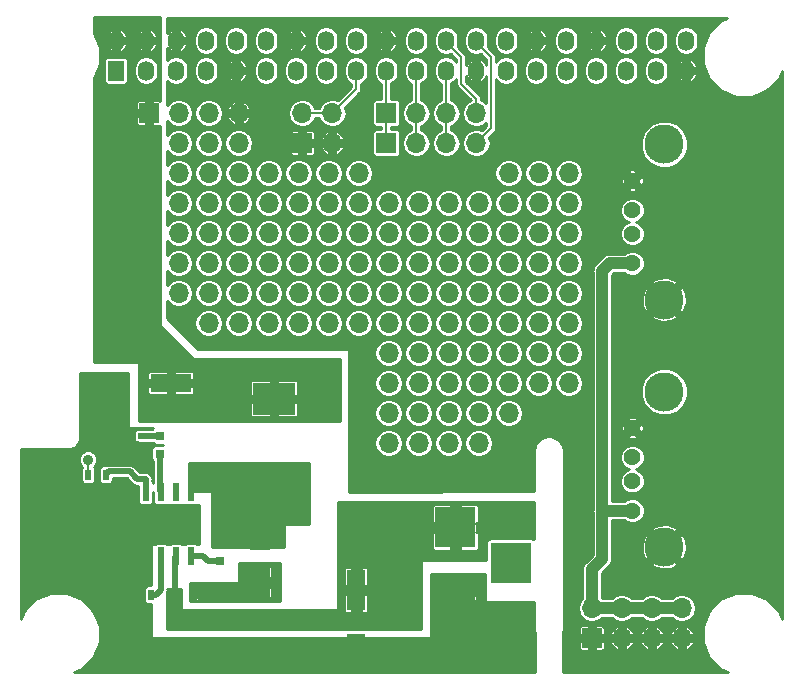
<source format=gtl>
G04 #@! TF.GenerationSoftware,KiCad,Pcbnew,(5.0.2)-1*
G04 #@! TF.CreationDate,2019-01-19T21:34:45-05:00*
G04 #@! TF.ProjectId,2019-Pi-Power,32303139-2d50-4692-9d50-6f7765722e6b,rev?*
G04 #@! TF.SameCoordinates,Original*
G04 #@! TF.FileFunction,Copper,L1,Top*
G04 #@! TF.FilePolarity,Positive*
%FSLAX46Y46*%
G04 Gerber Fmt 4.6, Leading zero omitted, Abs format (unit mm)*
G04 Created by KiCad (PCBNEW (5.0.2)-1) date 1/19/2019 9:34:45 PM*
%MOMM*%
%LPD*%
G01*
G04 APERTURE LIST*
G04 #@! TA.AperFunction,SMDPad,CuDef*
%ADD10R,0.600000X1.550000*%
G04 #@! TD*
G04 #@! TA.AperFunction,ComponentPad*
%ADD11O,1.700000X1.700000*%
G04 #@! TD*
G04 #@! TA.AperFunction,ComponentPad*
%ADD12R,1.400000X1.700000*%
G04 #@! TD*
G04 #@! TA.AperFunction,ComponentPad*
%ADD13O,1.400000X1.700000*%
G04 #@! TD*
G04 #@! TA.AperFunction,SMDPad,CuDef*
%ADD14R,0.800000X0.750000*%
G04 #@! TD*
G04 #@! TA.AperFunction,SMDPad,CuDef*
%ADD15R,0.750000X0.800000*%
G04 #@! TD*
G04 #@! TA.AperFunction,ComponentPad*
%ADD16R,3.500000X3.500000*%
G04 #@! TD*
G04 #@! TA.AperFunction,SMDPad,CuDef*
%ADD17R,3.600000X2.700000*%
G04 #@! TD*
G04 #@! TA.AperFunction,SMDPad,CuDef*
%ADD18R,0.500000X0.900000*%
G04 #@! TD*
G04 #@! TA.AperFunction,SMDPad,CuDef*
%ADD19R,0.900000X0.500000*%
G04 #@! TD*
G04 #@! TA.AperFunction,SMDPad,CuDef*
%ADD20R,1.700000X2.500000*%
G04 #@! TD*
G04 #@! TA.AperFunction,ComponentPad*
%ADD21C,1.428000*%
G04 #@! TD*
G04 #@! TA.AperFunction,ComponentPad*
%ADD22C,3.316000*%
G04 #@! TD*
G04 #@! TA.AperFunction,SMDPad,CuDef*
%ADD23R,1.600000X3.500000*%
G04 #@! TD*
G04 #@! TA.AperFunction,SMDPad,CuDef*
%ADD24R,3.500000X1.600000*%
G04 #@! TD*
G04 #@! TA.AperFunction,ComponentPad*
%ADD25R,1.700000X1.700000*%
G04 #@! TD*
G04 #@! TA.AperFunction,ViaPad*
%ADD26C,0.900000*%
G04 #@! TD*
G04 #@! TA.AperFunction,Conductor*
%ADD27C,0.200000*%
G04 #@! TD*
G04 #@! TA.AperFunction,Conductor*
%ADD28C,1.000000*%
G04 #@! TD*
G04 #@! TA.AperFunction,Conductor*
%ADD29C,0.500000*%
G04 #@! TD*
G04 #@! TA.AperFunction,Conductor*
%ADD30C,0.254000*%
G04 #@! TD*
G04 APERTURE END LIST*
D10*
G04 #@! TO.P,U1,1*
G04 #@! TO.N,Net-(C3-Pad1)*
X214668500Y-134473000D03*
G04 #@! TO.P,U1,2*
G04 #@! TO.N,VCC_EN*
X213398500Y-134473000D03*
G04 #@! TO.P,U1,3*
G04 #@! TO.N,Net-(C4-Pad1)*
X212128500Y-134473000D03*
G04 #@! TO.P,U1,4*
G04 #@! TO.N,Net-(R2-Pad1)*
X210858500Y-134473000D03*
G04 #@! TO.P,U1,5*
G04 #@! TO.N,GND*
X210858500Y-139873000D03*
G04 #@! TO.P,U1,6*
G04 #@! TO.N,Net-(R1-Pad1)*
X212128500Y-139873000D03*
G04 #@! TO.P,U1,7*
G04 #@! TO.N,Net-(C1-Pad1)*
X213398500Y-139873000D03*
G04 #@! TO.P,U1,8*
G04 #@! TO.N,Net-(C3-Pad2)*
X214668500Y-139873000D03*
G04 #@! TD*
D11*
G04 #@! TO.P,0,1*
G04 #@! TO.N,N/C*
X246672500Y-107455000D03*
G04 #@! TD*
G04 #@! TO.P,0,1*
G04 #@! TO.N,N/C*
X244132500Y-107455000D03*
G04 #@! TD*
G04 #@! TO.P,0,1*
G04 #@! TO.N,N/C*
X241592500Y-107455000D03*
G04 #@! TD*
G04 #@! TO.P,0,1*
G04 #@! TO.N,N/C*
X239052500Y-130315000D03*
G04 #@! TD*
G04 #@! TO.P,0,1*
G04 #@! TO.N,N/C*
X231432500Y-130315000D03*
G04 #@! TD*
G04 #@! TO.P,0,1*
G04 #@! TO.N,N/C*
X233972500Y-130315000D03*
G04 #@! TD*
G04 #@! TO.P,0,1*
G04 #@! TO.N,N/C*
X236512500Y-130315000D03*
G04 #@! TD*
G04 #@! TO.P,0,1*
G04 #@! TO.N,N/C*
X239052500Y-127775000D03*
G04 #@! TD*
G04 #@! TO.P,0,1*
G04 #@! TO.N,N/C*
X233972500Y-127775000D03*
G04 #@! TD*
G04 #@! TO.P,0,1*
G04 #@! TO.N,N/C*
X231432500Y-127775000D03*
G04 #@! TD*
G04 #@! TO.P,0,1*
G04 #@! TO.N,N/C*
X236512500Y-127775000D03*
G04 #@! TD*
G04 #@! TO.P,0,1*
G04 #@! TO.N,N/C*
X241592500Y-127775000D03*
G04 #@! TD*
G04 #@! TO.P,0,1*
G04 #@! TO.N,N/C*
X233972500Y-125235000D03*
G04 #@! TD*
G04 #@! TO.P,0,1*
G04 #@! TO.N,N/C*
X239052500Y-125235000D03*
G04 #@! TD*
G04 #@! TO.P,0,1*
G04 #@! TO.N,N/C*
X233972500Y-122695000D03*
G04 #@! TD*
G04 #@! TO.P,0,1*
G04 #@! TO.N,N/C*
X231432500Y-125235000D03*
G04 #@! TD*
G04 #@! TO.P,0,1*
G04 #@! TO.N,N/C*
X246672500Y-125235000D03*
G04 #@! TD*
G04 #@! TO.P,0,1*
G04 #@! TO.N,N/C*
X236512500Y-125235000D03*
G04 #@! TD*
G04 #@! TO.P,0,1*
G04 #@! TO.N,N/C*
X244132500Y-125235000D03*
G04 #@! TD*
G04 #@! TO.P,0,1*
G04 #@! TO.N,N/C*
X241592500Y-125235000D03*
G04 #@! TD*
G04 #@! TO.P,0,1*
G04 #@! TO.N,N/C*
X239052500Y-122695000D03*
G04 #@! TD*
G04 #@! TO.P,0,1*
G04 #@! TO.N,N/C*
X246672500Y-122695000D03*
G04 #@! TD*
G04 #@! TO.P,0,1*
G04 #@! TO.N,N/C*
X236512500Y-122695000D03*
G04 #@! TD*
G04 #@! TO.P,0,1*
G04 #@! TO.N,N/C*
X231432500Y-122695000D03*
G04 #@! TD*
G04 #@! TO.P,0,1*
G04 #@! TO.N,N/C*
X241592500Y-122695000D03*
G04 #@! TD*
G04 #@! TO.P,0,1*
G04 #@! TO.N,N/C*
X244132500Y-122695000D03*
G04 #@! TD*
G04 #@! TO.P,0,1*
G04 #@! TO.N,N/C*
X233972500Y-120155000D03*
G04 #@! TD*
G04 #@! TO.P,0,1*
G04 #@! TO.N,N/C*
X218732500Y-120155000D03*
G04 #@! TD*
G04 #@! TO.P,0,1*
G04 #@! TO.N,N/C*
X239052500Y-120155000D03*
G04 #@! TD*
G04 #@! TO.P,0,1*
G04 #@! TO.N,N/C*
X223812500Y-120155000D03*
G04 #@! TD*
G04 #@! TO.P,0,1*
G04 #@! TO.N,N/C*
X221272500Y-120155000D03*
G04 #@! TD*
G04 #@! TO.P,0,1*
G04 #@! TO.N,N/C*
X246672500Y-120155000D03*
G04 #@! TD*
G04 #@! TO.P,0,1*
G04 #@! TO.N,N/C*
X228892500Y-120155000D03*
G04 #@! TD*
G04 #@! TO.P,0,1*
G04 #@! TO.N,N/C*
X236512500Y-120155000D03*
G04 #@! TD*
G04 #@! TO.P,0,1*
G04 #@! TO.N,N/C*
X231432500Y-120155000D03*
G04 #@! TD*
G04 #@! TO.P,0,1*
G04 #@! TO.N,N/C*
X241592500Y-120155000D03*
G04 #@! TD*
G04 #@! TO.P,0,1*
G04 #@! TO.N,N/C*
X244132500Y-120155000D03*
G04 #@! TD*
G04 #@! TO.P,0,1*
G04 #@! TO.N,N/C*
X216192500Y-120155000D03*
G04 #@! TD*
G04 #@! TO.P,0,1*
G04 #@! TO.N,N/C*
X226352500Y-120155000D03*
G04 #@! TD*
G04 #@! TO.P,0,1*
G04 #@! TO.N,N/C*
X221272500Y-117615000D03*
G04 #@! TD*
G04 #@! TO.P,0,1*
G04 #@! TO.N,N/C*
X239052500Y-117615000D03*
G04 #@! TD*
G04 #@! TO.P,0,1*
G04 #@! TO.N,N/C*
X246672500Y-117615000D03*
G04 #@! TD*
G04 #@! TO.P,0,1*
G04 #@! TO.N,N/C*
X244132500Y-117615000D03*
G04 #@! TD*
G04 #@! TO.P,0,1*
G04 #@! TO.N,N/C*
X241592500Y-117615000D03*
G04 #@! TD*
G04 #@! TO.P,0,1*
G04 #@! TO.N,N/C*
X236512500Y-117615000D03*
G04 #@! TD*
G04 #@! TO.P,0,1*
G04 #@! TO.N,N/C*
X213652500Y-117615000D03*
G04 #@! TD*
G04 #@! TO.P,0,1*
G04 #@! TO.N,N/C*
X228892500Y-117615000D03*
G04 #@! TD*
G04 #@! TO.P,0,1*
G04 #@! TO.N,N/C*
X223812500Y-117615000D03*
G04 #@! TD*
G04 #@! TO.P,0,1*
G04 #@! TO.N,N/C*
X218732500Y-117615000D03*
G04 #@! TD*
G04 #@! TO.P,0,1*
G04 #@! TO.N,N/C*
X246672500Y-115075000D03*
G04 #@! TD*
G04 #@! TO.P,0,1*
G04 #@! TO.N,N/C*
X216192500Y-117615000D03*
G04 #@! TD*
G04 #@! TO.P,0,1*
G04 #@! TO.N,N/C*
X231432500Y-117615000D03*
G04 #@! TD*
G04 #@! TO.P,0,1*
G04 #@! TO.N,N/C*
X233972500Y-117615000D03*
G04 #@! TD*
G04 #@! TO.P,0,1*
G04 #@! TO.N,N/C*
X239052500Y-115075000D03*
G04 #@! TD*
G04 #@! TO.P,0,1*
G04 #@! TO.N,N/C*
X244132500Y-115075000D03*
G04 #@! TD*
G04 #@! TO.P,0,1*
G04 #@! TO.N,N/C*
X241592500Y-115075000D03*
G04 #@! TD*
G04 #@! TO.P,0,1*
G04 #@! TO.N,N/C*
X236512500Y-115075000D03*
G04 #@! TD*
G04 #@! TO.P,0,1*
G04 #@! TO.N,N/C*
X221272500Y-115075000D03*
G04 #@! TD*
G04 #@! TO.P,0,1*
G04 #@! TO.N,N/C*
X213652500Y-115075000D03*
G04 #@! TD*
G04 #@! TO.P,0,1*
G04 #@! TO.N,N/C*
X228892500Y-115075000D03*
G04 #@! TD*
G04 #@! TO.P,0,1*
G04 #@! TO.N,N/C*
X226352500Y-115075000D03*
G04 #@! TD*
G04 #@! TO.P,0,1*
G04 #@! TO.N,N/C*
X223812500Y-115075000D03*
G04 #@! TD*
G04 #@! TO.P,0,1*
G04 #@! TO.N,N/C*
X218732500Y-115075000D03*
G04 #@! TD*
G04 #@! TO.P,0,1*
G04 #@! TO.N,N/C*
X216192500Y-115075000D03*
G04 #@! TD*
G04 #@! TO.P,0,1*
G04 #@! TO.N,N/C*
X226352500Y-117615000D03*
G04 #@! TD*
G04 #@! TO.P,0,1*
G04 #@! TO.N,N/C*
X231432500Y-115075000D03*
G04 #@! TD*
G04 #@! TO.P,0,1*
G04 #@! TO.N,N/C*
X233972500Y-115075000D03*
G04 #@! TD*
G04 #@! TO.P,0,1*
G04 #@! TO.N,N/C*
X246672500Y-112535000D03*
G04 #@! TD*
G04 #@! TO.P,0,1*
G04 #@! TO.N,N/C*
X239052500Y-112535000D03*
G04 #@! TD*
G04 #@! TO.P,0,1*
G04 #@! TO.N,N/C*
X244132500Y-112535000D03*
G04 #@! TD*
G04 #@! TO.P,0,1*
G04 #@! TO.N,N/C*
X241592500Y-112535000D03*
G04 #@! TD*
G04 #@! TO.P,0,1*
G04 #@! TO.N,N/C*
X236512500Y-112535000D03*
G04 #@! TD*
G04 #@! TO.P,0,1*
G04 #@! TO.N,N/C*
X221272500Y-112535000D03*
G04 #@! TD*
G04 #@! TO.P,0,1*
G04 #@! TO.N,N/C*
X213652500Y-112535000D03*
G04 #@! TD*
G04 #@! TO.P,0,1*
G04 #@! TO.N,N/C*
X228892500Y-112535000D03*
G04 #@! TD*
G04 #@! TO.P,0,1*
G04 #@! TO.N,N/C*
X226352500Y-112535000D03*
G04 #@! TD*
G04 #@! TO.P,0,1*
G04 #@! TO.N,N/C*
X223812500Y-112535000D03*
G04 #@! TD*
G04 #@! TO.P,0,1*
G04 #@! TO.N,N/C*
X218732500Y-112535000D03*
G04 #@! TD*
G04 #@! TO.P,0,1*
G04 #@! TO.N,N/C*
X216192500Y-112535000D03*
G04 #@! TD*
G04 #@! TO.P,0,1*
G04 #@! TO.N,N/C*
X231432500Y-112535000D03*
G04 #@! TD*
G04 #@! TO.P,0,1*
G04 #@! TO.N,N/C*
X233972500Y-112535000D03*
G04 #@! TD*
G04 #@! TO.P,0,1*
G04 #@! TO.N,N/C*
X239052500Y-109995000D03*
G04 #@! TD*
G04 #@! TO.P,0,1*
G04 #@! TO.N,N/C*
X231432500Y-109995000D03*
G04 #@! TD*
G04 #@! TO.P,0,1*
G04 #@! TO.N,N/C*
X246672500Y-109995000D03*
G04 #@! TD*
G04 #@! TO.P,0,1*
G04 #@! TO.N,N/C*
X244132500Y-109995000D03*
G04 #@! TD*
G04 #@! TO.P,0,1*
G04 #@! TO.N,N/C*
X241592500Y-109995000D03*
G04 #@! TD*
G04 #@! TO.P,0,1*
G04 #@! TO.N,N/C*
X236512500Y-109995000D03*
G04 #@! TD*
G04 #@! TO.P,0,1*
G04 #@! TO.N,N/C*
X233972500Y-109995000D03*
G04 #@! TD*
G04 #@! TO.P,0,1*
G04 #@! TO.N,N/C*
X223812500Y-109995000D03*
G04 #@! TD*
G04 #@! TO.P,0,1*
G04 #@! TO.N,N/C*
X213652500Y-109995000D03*
G04 #@! TD*
G04 #@! TO.P,0,1*
G04 #@! TO.N,N/C*
X221272500Y-109995000D03*
G04 #@! TD*
G04 #@! TO.P,0,1*
G04 #@! TO.N,N/C*
X218732500Y-109995000D03*
G04 #@! TD*
G04 #@! TO.P,0,1*
G04 #@! TO.N,N/C*
X216192500Y-109995000D03*
G04 #@! TD*
G04 #@! TO.P,0,1*
G04 #@! TO.N,N/C*
X228892500Y-109995000D03*
G04 #@! TD*
G04 #@! TO.P,0,1*
G04 #@! TO.N,N/C*
X226352500Y-109995000D03*
G04 #@! TD*
G04 #@! TO.P,0,1*
G04 #@! TO.N,N/C*
X228892500Y-107455000D03*
G04 #@! TD*
G04 #@! TO.P,0,1*
G04 #@! TO.N,N/C*
X221272500Y-107455000D03*
G04 #@! TD*
G04 #@! TO.P,0,1*
G04 #@! TO.N,N/C*
X226352500Y-107455000D03*
G04 #@! TD*
G04 #@! TO.P,0,1*
G04 #@! TO.N,N/C*
X223812500Y-107455000D03*
G04 #@! TD*
G04 #@! TO.P,0,1*
G04 #@! TO.N,N/C*
X218732500Y-107455000D03*
G04 #@! TD*
G04 #@! TO.P,0,1*
G04 #@! TO.N,N/C*
X216192500Y-107455000D03*
G04 #@! TD*
G04 #@! TO.P,0,1*
G04 #@! TO.N,N/C*
X213652500Y-107455000D03*
G04 #@! TD*
G04 #@! TO.P,0,1*
G04 #@! TO.N,N/C*
X218732500Y-104915000D03*
G04 #@! TD*
G04 #@! TO.P,0,1*
G04 #@! TO.N,N/C*
X216192500Y-104915000D03*
G04 #@! TD*
D12*
G04 #@! TO.P,P1,1*
G04 #@! TO.N,+3V3*
X208370000Y-98770000D03*
D13*
G04 #@! TO.P,P1,2*
G04 #@! TO.N,+5V*
X208370000Y-96230000D03*
G04 #@! TO.P,P1,3*
G04 #@! TO.N,/GPIO2(SDA1)*
X210910000Y-98770000D03*
G04 #@! TO.P,P1,4*
G04 #@! TO.N,+5V*
X210910000Y-96230000D03*
G04 #@! TO.P,P1,5*
G04 #@! TO.N,/GPIO3(SCL1)*
X213450000Y-98770000D03*
G04 #@! TO.P,P1,6*
G04 #@! TO.N,GND*
X213450000Y-96230000D03*
G04 #@! TO.P,P1,7*
G04 #@! TO.N,/GPIO4(GCLK)*
X215990000Y-98770000D03*
G04 #@! TO.P,P1,8*
G04 #@! TO.N,/GPIO14(TXD0)*
X215990000Y-96230000D03*
G04 #@! TO.P,P1,9*
G04 #@! TO.N,GND*
X218530000Y-98770000D03*
G04 #@! TO.P,P1,10*
G04 #@! TO.N,/GPIO15(RXD0)*
X218530000Y-96230000D03*
G04 #@! TO.P,P1,11*
G04 #@! TO.N,/GPIO17(GEN0)*
X221070000Y-98770000D03*
G04 #@! TO.P,P1,12*
G04 #@! TO.N,/GPIO18(GEN1)(PWM0)*
X221070000Y-96230000D03*
G04 #@! TO.P,P1,13*
G04 #@! TO.N,/GPIO27(GEN2)*
X223610000Y-98770000D03*
G04 #@! TO.P,P1,14*
G04 #@! TO.N,GND*
X223610000Y-96230000D03*
G04 #@! TO.P,P1,15*
G04 #@! TO.N,/GPIO22(GEN3)*
X226150000Y-98770000D03*
G04 #@! TO.P,P1,16*
G04 #@! TO.N,/GPIO23(GEN4)*
X226150000Y-96230000D03*
G04 #@! TO.P,P1,17*
G04 #@! TO.N,+3V3*
X228690000Y-98770000D03*
G04 #@! TO.P,P1,18*
G04 #@! TO.N,/GPIO24(GEN5)*
X228690000Y-96230000D03*
G04 #@! TO.P,P1,19*
G04 #@! TO.N,/GPIO10(SPI0_MOSI)*
X231230000Y-98770000D03*
G04 #@! TO.P,P1,20*
G04 #@! TO.N,GND*
X231230000Y-96230000D03*
G04 #@! TO.P,P1,21*
G04 #@! TO.N,/GPIO9(SPI0_MISO)*
X233770000Y-98770000D03*
G04 #@! TO.P,P1,22*
G04 #@! TO.N,/GPIO25(GEN6)*
X233770000Y-96230000D03*
G04 #@! TO.P,P1,23*
G04 #@! TO.N,/GPIO11(SPI0_SCK)*
X236310000Y-98770000D03*
G04 #@! TO.P,P1,24*
G04 #@! TO.N,/SPI0_CE_0*
X236310000Y-96230000D03*
G04 #@! TO.P,P1,25*
G04 #@! TO.N,GND*
X238850000Y-98770000D03*
G04 #@! TO.P,P1,26*
G04 #@! TO.N,/SPI0_CE_1*
X238850000Y-96230000D03*
G04 #@! TO.P,P1,27*
G04 #@! TO.N,/ID_SD*
X241390000Y-98770000D03*
G04 #@! TO.P,P1,28*
G04 #@! TO.N,/ID_SC*
X241390000Y-96230000D03*
G04 #@! TO.P,P1,29*
G04 #@! TO.N,/GPIO5*
X243930000Y-98770000D03*
G04 #@! TO.P,P1,30*
G04 #@! TO.N,GND*
X243930000Y-96230000D03*
G04 #@! TO.P,P1,31*
G04 #@! TO.N,/GPIO6*
X246470000Y-98770000D03*
G04 #@! TO.P,P1,32*
G04 #@! TO.N,/GPIO12(PWM0)*
X246470000Y-96230000D03*
G04 #@! TO.P,P1,33*
G04 #@! TO.N,/GPIO13(PWM1)*
X249010000Y-98770000D03*
G04 #@! TO.P,P1,34*
G04 #@! TO.N,GND*
X249010000Y-96230000D03*
G04 #@! TO.P,P1,35*
G04 #@! TO.N,/GPIO19(SPI1_MISO)*
X251550000Y-98770000D03*
G04 #@! TO.P,P1,36*
G04 #@! TO.N,/GPIO16*
X251550000Y-96230000D03*
G04 #@! TO.P,P1,37*
G04 #@! TO.N,/GPIO26*
X254090000Y-98770000D03*
G04 #@! TO.P,P1,38*
G04 #@! TO.N,/GPIO20(SPI1_MOSI)*
X254090000Y-96230000D03*
G04 #@! TO.P,P1,39*
G04 #@! TO.N,GND*
X256630000Y-98770000D03*
G04 #@! TO.P,P1,40*
G04 #@! TO.N,/GPIO21(SPI1_SCK)*
X256630000Y-96230000D03*
G04 #@! TD*
D14*
G04 #@! TO.P,C2,1*
G04 #@! TO.N,Net-(C1-Pad1)*
X213335000Y-143142000D03*
G04 #@! TO.P,C2,2*
G04 #@! TO.N,GND*
X214835000Y-143142000D03*
G04 #@! TD*
D15*
G04 #@! TO.P,C3,1*
G04 #@! TO.N,Net-(C3-Pad1)*
X217145000Y-138836000D03*
G04 #@! TO.P,C3,2*
G04 #@! TO.N,Net-(C3-Pad2)*
X217145000Y-140336000D03*
G04 #@! TD*
G04 #@! TO.P,C4,2*
G04 #@! TO.N,Net-(C4-Pad2)*
X212065000Y-129704000D03*
G04 #@! TO.P,C4,1*
G04 #@! TO.N,Net-(C4-Pad1)*
X212065000Y-131204000D03*
G04 #@! TD*
D16*
G04 #@! TO.P,J1,3*
G04 #@! TO.N,Net-(J1-Pad3)*
X241784000Y-140459500D03*
G04 #@! TO.P,J1,2*
G04 #@! TO.N,GND*
X237084000Y-143459500D03*
G04 #@! TO.P,J1,1*
G04 #@! TO.N,Net-(C1-Pad1)*
X237084000Y-137459500D03*
G04 #@! TD*
D17*
G04 #@! TO.P,L1,2*
G04 #@! TO.N,Net-(C3-Pad1)*
X221717000Y-134846000D03*
G04 #@! TO.P,L1,1*
G04 #@! TO.N,+5V*
X221717000Y-126546000D03*
G04 #@! TD*
D18*
G04 #@! TO.P,R1,2*
G04 #@! TO.N,GND*
X209791000Y-143142000D03*
G04 #@! TO.P,R1,1*
G04 #@! TO.N,Net-(R1-Pad1)*
X211291000Y-143142000D03*
G04 #@! TD*
D19*
G04 #@! TO.P,R2,2*
G04 #@! TO.N,GND*
X209144000Y-131216000D03*
G04 #@! TO.P,R2,1*
G04 #@! TO.N,Net-(R2-Pad1)*
X209144000Y-132716000D03*
G04 #@! TD*
G04 #@! TO.P,R3,1*
G04 #@! TO.N,Net-(C4-Pad2)*
X210668000Y-129704000D03*
G04 #@! TO.P,R3,2*
G04 #@! TO.N,GND*
X210668000Y-131204000D03*
G04 #@! TD*
D18*
G04 #@! TO.P,R4,1*
G04 #@! TO.N,+5V*
X205993000Y-132982000D03*
G04 #@! TO.P,R4,2*
G04 #@! TO.N,Net-(R2-Pad1)*
X207493000Y-132982000D03*
G04 #@! TD*
D20*
G04 #@! TO.P,D1,A*
G04 #@! TO.N,GND*
X220574000Y-142094000D03*
G04 #@! TO.P,D1,K*
G04 #@! TO.N,Net-(C3-Pad1)*
X220574000Y-138094000D03*
G04 #@! TD*
D21*
G04 #@! TO.P,J2,1*
G04 #@! TO.N,+5V*
X252070000Y-136030000D03*
G04 #@! TO.P,J2,4*
G04 #@! TO.N,GND*
X252070000Y-129030000D03*
G04 #@! TO.P,J2,2*
G04 #@! TO.N,Net-(J2-Pad2)*
X252070000Y-133530000D03*
G04 #@! TO.P,J2,3*
G04 #@! TO.N,Net-(J2-Pad3)*
X252070000Y-131530000D03*
D22*
G04 #@! TO.P,J2,6*
G04 #@! TO.N,N/C*
X254770000Y-125960000D03*
G04 #@! TO.P,J2,5*
G04 #@! TO.N,GND*
X254770000Y-139100000D03*
G04 #@! TD*
G04 #@! TO.P,J3,5*
G04 #@! TO.N,GND*
X254770000Y-118160000D03*
G04 #@! TO.P,J3,6*
G04 #@! TO.N,N/C*
X254770000Y-105020000D03*
D21*
G04 #@! TO.P,J3,3*
G04 #@! TO.N,Net-(J3-Pad3)*
X252070000Y-110590000D03*
G04 #@! TO.P,J3,2*
G04 #@! TO.N,Net-(J3-Pad2)*
X252070000Y-112590000D03*
G04 #@! TO.P,J3,4*
G04 #@! TO.N,GND*
X252070000Y-108090000D03*
G04 #@! TO.P,J3,1*
G04 #@! TO.N,+5V*
X252070000Y-115090000D03*
G04 #@! TD*
D23*
G04 #@! TO.P,C1,2*
G04 #@! TO.N,GND*
X228702000Y-148158500D03*
G04 #@! TO.P,C1,1*
G04 #@! TO.N,Net-(C1-Pad1)*
X228702000Y-142758500D03*
G04 #@! TD*
D24*
G04 #@! TO.P,C5,2*
G04 #@! TO.N,GND*
X207587000Y-125235000D03*
G04 #@! TO.P,C5,1*
G04 #@! TO.N,+5V*
X212987000Y-125235000D03*
G04 #@! TD*
D11*
G04 #@! TO.P,J4,8*
G04 #@! TO.N,+5V*
X256261000Y-144285000D03*
G04 #@! TO.P,J4,7*
G04 #@! TO.N,GND*
X256261000Y-146825000D03*
G04 #@! TO.P,J4,6*
G04 #@! TO.N,+5V*
X253721000Y-144285000D03*
G04 #@! TO.P,J4,5*
G04 #@! TO.N,GND*
X253721000Y-146825000D03*
G04 #@! TO.P,J4,4*
G04 #@! TO.N,+5V*
X251181000Y-144285000D03*
G04 #@! TO.P,J4,3*
G04 #@! TO.N,GND*
X251181000Y-146825000D03*
G04 #@! TO.P,J4,2*
G04 #@! TO.N,+5V*
X248641000Y-144285000D03*
D25*
G04 #@! TO.P,J4,1*
G04 #@! TO.N,GND*
X248641000Y-146825000D03*
G04 #@! TD*
G04 #@! TO.P,J5,1*
G04 #@! TO.N,/GPIO10(SPI0_MOSI)*
X231242000Y-102375000D03*
D11*
G04 #@! TO.P,J5,2*
G04 #@! TO.N,/GPIO9(SPI0_MISO)*
X233782000Y-102375000D03*
G04 #@! TO.P,J5,3*
G04 #@! TO.N,/GPIO11(SPI0_SCK)*
X236322000Y-102375000D03*
G04 #@! TO.P,J5,4*
G04 #@! TO.N,/SPI0_CE_0*
X238862000Y-102375000D03*
G04 #@! TD*
G04 #@! TO.P,J6,4*
G04 #@! TO.N,/SPI0_CE_1*
X238862000Y-104915000D03*
G04 #@! TO.P,J6,3*
G04 #@! TO.N,/GPIO11(SPI0_SCK)*
X236322000Y-104915000D03*
G04 #@! TO.P,J6,2*
G04 #@! TO.N,/GPIO9(SPI0_MISO)*
X233782000Y-104915000D03*
D25*
G04 #@! TO.P,J6,1*
G04 #@! TO.N,/GPIO10(SPI0_MOSI)*
X231242000Y-104915000D03*
G04 #@! TD*
D11*
G04 #@! TO.P,J7,4*
G04 #@! TO.N,GND*
X218732500Y-102375000D03*
G04 #@! TO.P,J7,3*
G04 #@! TO.N,/GPIO3(SCL1)*
X216192500Y-102375000D03*
G04 #@! TO.P,J7,2*
G04 #@! TO.N,/GPIO2(SDA1)*
X213652500Y-102375000D03*
D25*
G04 #@! TO.P,J7,1*
G04 #@! TO.N,+5V*
X211112500Y-102375000D03*
G04 #@! TD*
D11*
G04 #@! TO.P,J8,4*
G04 #@! TO.N,+3V3*
X226670000Y-102375000D03*
G04 #@! TO.P,J8,3*
G04 #@! TO.N,GND*
X226670000Y-104915000D03*
G04 #@! TO.P,J8,2*
G04 #@! TO.N,+3V3*
X224130000Y-102375000D03*
D25*
G04 #@! TO.P,J8,1*
G04 #@! TO.N,GND*
X224130000Y-104915000D03*
G04 #@! TD*
D11*
G04 #@! TO.P,0,1*
G04 #@! TO.N,N/C*
X213652500Y-104915000D03*
G04 #@! TD*
D26*
G04 #@! TO.N,+5V*
X205969000Y-131712000D03*
X224384000Y-123965000D03*
X249530000Y-129172000D03*
X249530000Y-128029000D03*
X249530000Y-130378500D03*
X225527000Y-123965000D03*
X226797000Y-123965000D03*
X207556496Y-122758500D03*
G04 #@! TO.N,GND*
X219050000Y-143015000D03*
X217780000Y-143015000D03*
X216510000Y-143015000D03*
X214224000Y-136030000D03*
X214224000Y-138316000D03*
X212827000Y-136030000D03*
X212827000Y-138316000D03*
X211430000Y-136030000D03*
X211430000Y-138316000D03*
X208636000Y-138570000D03*
X207366000Y-138570000D03*
X206096000Y-138570000D03*
X206096000Y-137300000D03*
X207366000Y-137300000D03*
X208636000Y-136030000D03*
X207366000Y-136030000D03*
X206096000Y-136030000D03*
X208636000Y-139840000D03*
X207366000Y-139840000D03*
X206096000Y-139840000D03*
X208636000Y-134760000D03*
X207366000Y-134760000D03*
X206096000Y-134760000D03*
X214224000Y-137173000D03*
X212827000Y-137173000D03*
X211430000Y-137173000D03*
G04 #@! TD*
D27*
G04 #@! TO.N,+3V3*
X228690000Y-100355000D02*
X226670000Y-102375000D01*
X228690000Y-98770000D02*
X228690000Y-100355000D01*
X225467919Y-102375000D02*
X224130000Y-102375000D01*
X226670000Y-102375000D02*
X225467919Y-102375000D01*
G04 #@! TO.N,+5V*
X205993000Y-132982000D02*
X205993000Y-131736000D01*
X205993000Y-131736000D02*
X205969000Y-131712000D01*
X224012000Y-123965000D02*
X224384000Y-123965000D01*
D28*
X250150000Y-115090000D02*
X252070000Y-115090000D01*
X249530000Y-115710000D02*
X250150000Y-115090000D01*
X249530000Y-115710000D02*
X249530000Y-133490000D01*
X224384000Y-123965000D02*
X225527000Y-123965000D01*
X225527000Y-123965000D02*
X226797000Y-123965000D01*
X248641000Y-144285000D02*
X256261000Y-144285000D01*
X248641000Y-140983000D02*
X248641000Y-144285000D01*
X249530000Y-140094000D02*
X248641000Y-140983000D01*
X251060252Y-136030000D02*
X249530000Y-136030000D01*
X252070000Y-136030000D02*
X251060252Y-136030000D01*
X249530000Y-133490000D02*
X249530000Y-136030000D01*
X249530000Y-136030000D02*
X249530000Y-140094000D01*
D27*
G04 #@! TO.N,/GPIO10(SPI0_MOSI)*
X231242000Y-104915000D02*
X231242000Y-102375000D01*
X231242000Y-98782000D02*
X231230000Y-98770000D01*
X231242000Y-102375000D02*
X231242000Y-98782000D01*
G04 #@! TO.N,/GPIO9(SPI0_MISO)*
X233782000Y-103712919D02*
X233782000Y-102375000D01*
X233782000Y-104915000D02*
X233782000Y-103712919D01*
X233782000Y-98782000D02*
X233770000Y-98770000D01*
X233782000Y-102375000D02*
X233782000Y-98782000D01*
G04 #@! TO.N,/GPIO11(SPI0_SCK)*
X236322000Y-104915000D02*
X236322000Y-102375000D01*
X236322000Y-98782000D02*
X236310000Y-98770000D01*
X236322000Y-102375000D02*
X236322000Y-98782000D01*
D29*
G04 #@! TO.N,Net-(C1-Pad1)*
X213335000Y-139936500D02*
X213398500Y-139873000D01*
X213335000Y-143142000D02*
X213335000Y-139936500D01*
G04 #@! TO.N,Net-(C3-Pad2)*
X216180500Y-140336000D02*
X217145000Y-140336000D01*
X215875000Y-140030500D02*
X216180500Y-140336000D01*
X215717500Y-139873000D02*
X214668500Y-139873000D01*
X215875000Y-140030500D02*
X215717500Y-139873000D01*
G04 #@! TO.N,Net-(C4-Pad2)*
X212065000Y-129704000D02*
X210668000Y-129704000D01*
G04 #@! TO.N,Net-(C4-Pad1)*
X212065000Y-134409500D02*
X212128500Y-134473000D01*
X212065000Y-131204000D02*
X212065000Y-134409500D01*
G04 #@! TO.N,Net-(R1-Pad1)*
X211741000Y-143142000D02*
X211291000Y-143142000D01*
X212128500Y-139873000D02*
X212128500Y-142754500D01*
X212128500Y-142754500D02*
X211741000Y-143142000D01*
G04 #@! TO.N,Net-(R2-Pad1)*
X207759000Y-132716000D02*
X207493000Y-132982000D01*
X209144000Y-132716000D02*
X207759000Y-132716000D01*
X209513000Y-132716000D02*
X210033000Y-133236000D01*
X209144000Y-132716000D02*
X209513000Y-132716000D01*
X210143000Y-133346000D02*
X210812000Y-133346000D01*
X210033000Y-133236000D02*
X210143000Y-133346000D01*
X210858500Y-133392500D02*
X210858500Y-134473000D01*
X210812000Y-133346000D02*
X210858500Y-133392500D01*
D27*
G04 #@! TO.N,/SPI0_CE_0*
X236310000Y-96380000D02*
X236310000Y-96230000D01*
X237592000Y-97662000D02*
X236310000Y-96380000D01*
X237592000Y-99902919D02*
X237592000Y-97662000D01*
X238862000Y-101172919D02*
X237592000Y-99902919D01*
X238862000Y-102375000D02*
X238862000Y-101172919D01*
G04 #@! TO.N,/SPI0_CE_1*
X238850000Y-96380000D02*
X238850000Y-96230000D01*
X240132000Y-97662000D02*
X238850000Y-96380000D01*
X240132000Y-103645000D02*
X240132000Y-97662000D01*
X238862000Y-104915000D02*
X240132000Y-103645000D01*
G04 #@! TD*
D30*
G04 #@! TO.N,GND*
G36*
X222225000Y-143650000D02*
X214605000Y-143650000D01*
X214605000Y-143642250D01*
X214635000Y-143612250D01*
X214635000Y-143329500D01*
X215035000Y-143329500D01*
X215035000Y-143612250D01*
X215066750Y-143644000D01*
X215260262Y-143644000D01*
X215306940Y-143624665D01*
X215342665Y-143588940D01*
X215362000Y-143542262D01*
X215362000Y-143361250D01*
X215330250Y-143329500D01*
X215035000Y-143329500D01*
X214635000Y-143329500D01*
X214605000Y-143329500D01*
X214605000Y-142954500D01*
X214635000Y-142954500D01*
X214635000Y-142671750D01*
X215035000Y-142671750D01*
X215035000Y-142954500D01*
X215330250Y-142954500D01*
X215362000Y-142922750D01*
X215362000Y-142741738D01*
X215342665Y-142695060D01*
X215306940Y-142659335D01*
X215260262Y-142640000D01*
X215066750Y-142640000D01*
X215035000Y-142671750D01*
X214635000Y-142671750D01*
X214605000Y-142641750D01*
X214605000Y-142498750D01*
X219597000Y-142498750D01*
X219597000Y-143369262D01*
X219616335Y-143415940D01*
X219652060Y-143451665D01*
X219698738Y-143471000D01*
X220169250Y-143471000D01*
X220201000Y-143439250D01*
X220201000Y-142467000D01*
X220947000Y-142467000D01*
X220947000Y-143439250D01*
X220978750Y-143471000D01*
X221449262Y-143471000D01*
X221495940Y-143451665D01*
X221531665Y-143415940D01*
X221551000Y-143369262D01*
X221551000Y-142498750D01*
X221519250Y-142467000D01*
X220947000Y-142467000D01*
X220201000Y-142467000D01*
X219628750Y-142467000D01*
X219597000Y-142498750D01*
X214605000Y-142498750D01*
X214605000Y-142126000D01*
X218669000Y-142126000D01*
X218717601Y-142116333D01*
X218758803Y-142088803D01*
X218786333Y-142047601D01*
X218796000Y-141999000D01*
X218796000Y-140818738D01*
X219597000Y-140818738D01*
X219597000Y-141689250D01*
X219628750Y-141721000D01*
X220201000Y-141721000D01*
X220201000Y-140748750D01*
X220947000Y-140748750D01*
X220947000Y-141721000D01*
X221519250Y-141721000D01*
X221551000Y-141689250D01*
X221551000Y-140818738D01*
X221531665Y-140772060D01*
X221495940Y-140736335D01*
X221449262Y-140717000D01*
X220978750Y-140717000D01*
X220947000Y-140748750D01*
X220201000Y-140748750D01*
X220169250Y-140717000D01*
X219698738Y-140717000D01*
X219652060Y-140736335D01*
X219616335Y-140772060D01*
X219597000Y-140818738D01*
X218796000Y-140818738D01*
X218796000Y-140475000D01*
X222225000Y-140475000D01*
X222225000Y-143650000D01*
X222225000Y-143650000D01*
G37*
X222225000Y-143650000D02*
X214605000Y-143650000D01*
X214605000Y-143642250D01*
X214635000Y-143612250D01*
X214635000Y-143329500D01*
X215035000Y-143329500D01*
X215035000Y-143612250D01*
X215066750Y-143644000D01*
X215260262Y-143644000D01*
X215306940Y-143624665D01*
X215342665Y-143588940D01*
X215362000Y-143542262D01*
X215362000Y-143361250D01*
X215330250Y-143329500D01*
X215035000Y-143329500D01*
X214635000Y-143329500D01*
X214605000Y-143329500D01*
X214605000Y-142954500D01*
X214635000Y-142954500D01*
X214635000Y-142671750D01*
X215035000Y-142671750D01*
X215035000Y-142954500D01*
X215330250Y-142954500D01*
X215362000Y-142922750D01*
X215362000Y-142741738D01*
X215342665Y-142695060D01*
X215306940Y-142659335D01*
X215260262Y-142640000D01*
X215066750Y-142640000D01*
X215035000Y-142671750D01*
X214635000Y-142671750D01*
X214605000Y-142641750D01*
X214605000Y-142498750D01*
X219597000Y-142498750D01*
X219597000Y-143369262D01*
X219616335Y-143415940D01*
X219652060Y-143451665D01*
X219698738Y-143471000D01*
X220169250Y-143471000D01*
X220201000Y-143439250D01*
X220201000Y-142467000D01*
X220947000Y-142467000D01*
X220947000Y-143439250D01*
X220978750Y-143471000D01*
X221449262Y-143471000D01*
X221495940Y-143451665D01*
X221531665Y-143415940D01*
X221551000Y-143369262D01*
X221551000Y-142498750D01*
X221519250Y-142467000D01*
X220947000Y-142467000D01*
X220201000Y-142467000D01*
X219628750Y-142467000D01*
X219597000Y-142498750D01*
X214605000Y-142498750D01*
X214605000Y-142126000D01*
X218669000Y-142126000D01*
X218717601Y-142116333D01*
X218758803Y-142088803D01*
X218786333Y-142047601D01*
X218796000Y-141999000D01*
X218796000Y-140818738D01*
X219597000Y-140818738D01*
X219597000Y-141689250D01*
X219628750Y-141721000D01*
X220201000Y-141721000D01*
X220201000Y-140748750D01*
X220947000Y-140748750D01*
X220947000Y-141721000D01*
X221519250Y-141721000D01*
X221551000Y-141689250D01*
X221551000Y-140818738D01*
X221531665Y-140772060D01*
X221495940Y-140736335D01*
X221449262Y-140717000D01*
X220978750Y-140717000D01*
X220947000Y-140748750D01*
X220201000Y-140748750D01*
X220169250Y-140717000D01*
X219698738Y-140717000D01*
X219652060Y-140736335D01*
X219616335Y-140772060D01*
X219597000Y-140818738D01*
X218796000Y-140818738D01*
X218796000Y-140475000D01*
X222225000Y-140475000D01*
X222225000Y-143650000D01*
G04 #@! TO.N,Net-(C1-Pad1)*
G36*
X213843000Y-145428000D02*
X212700000Y-145428000D01*
X212700000Y-142838980D01*
X212716804Y-142754500D01*
X212705500Y-142697671D01*
X212705500Y-142634000D01*
X213843000Y-142634000D01*
X213843000Y-145428000D01*
X213843000Y-145428000D01*
G37*
X213843000Y-145428000D02*
X212700000Y-145428000D01*
X212700000Y-142838980D01*
X212716804Y-142754500D01*
X212705500Y-142697671D01*
X212705500Y-142634000D01*
X213843000Y-142634000D01*
X213843000Y-145428000D01*
G04 #@! TO.N,Net-(C3-Pad1)*
G36*
X224727218Y-137173000D02*
X222695218Y-137173000D01*
X222646617Y-137182667D01*
X222605415Y-137210197D01*
X222577885Y-137251399D01*
X222568218Y-137300000D01*
X222568218Y-139078000D01*
X216472218Y-139078000D01*
X216472218Y-134506000D01*
X216462551Y-134457399D01*
X216435021Y-134416197D01*
X216393819Y-134388667D01*
X216345218Y-134379000D01*
X214567218Y-134379000D01*
X214567218Y-131966000D01*
X224727218Y-131966000D01*
X224727218Y-137173000D01*
X224727218Y-137173000D01*
G37*
X224727218Y-137173000D02*
X222695218Y-137173000D01*
X222646617Y-137182667D01*
X222605415Y-137210197D01*
X222577885Y-137251399D01*
X222568218Y-137300000D01*
X222568218Y-139078000D01*
X216472218Y-139078000D01*
X216472218Y-134506000D01*
X216462551Y-134457399D01*
X216435021Y-134416197D01*
X216393819Y-134388667D01*
X216345218Y-134379000D01*
X214567218Y-134379000D01*
X214567218Y-131966000D01*
X224727218Y-131966000D01*
X224727218Y-137173000D01*
G04 #@! TO.N,GND*
G36*
X209398000Y-128918000D02*
X209407667Y-128966601D01*
X209435197Y-129007803D01*
X209476399Y-129035333D01*
X209525000Y-129045000D01*
X211489036Y-129045000D01*
X211454246Y-129068246D01*
X211414988Y-129127000D01*
X211150205Y-129127000D01*
X211118000Y-129120594D01*
X210218000Y-129120594D01*
X210090411Y-129145973D01*
X209982246Y-129218246D01*
X209909973Y-129326411D01*
X209884594Y-129454000D01*
X209884594Y-129954000D01*
X209909973Y-130081589D01*
X209982246Y-130189754D01*
X210090411Y-130262027D01*
X210218000Y-130287406D01*
X211118000Y-130287406D01*
X211150205Y-130281000D01*
X211414988Y-130281000D01*
X211454246Y-130339754D01*
X211562411Y-130412027D01*
X211690000Y-130437406D01*
X212319000Y-130437406D01*
X212319000Y-130470594D01*
X211690000Y-130470594D01*
X211562411Y-130495973D01*
X211454246Y-130568246D01*
X211381973Y-130676411D01*
X211356594Y-130804000D01*
X211356594Y-131604000D01*
X211381973Y-131731589D01*
X211454246Y-131839754D01*
X211488000Y-131862308D01*
X211488001Y-133678367D01*
X211466527Y-133570411D01*
X211435500Y-133523975D01*
X211435500Y-133449328D01*
X211446804Y-133392500D01*
X211427012Y-133293000D01*
X211402022Y-133167366D01*
X211274494Y-132976506D01*
X211246619Y-132957881D01*
X211227994Y-132930006D01*
X211037134Y-132802478D01*
X210868829Y-132769000D01*
X210868828Y-132769000D01*
X210812000Y-132757696D01*
X210755172Y-132769000D01*
X210382001Y-132769000D01*
X209961188Y-132348188D01*
X209928994Y-132300006D01*
X209833919Y-132236479D01*
X209829754Y-132230246D01*
X209721589Y-132157973D01*
X209594000Y-132132594D01*
X209537623Y-132132594D01*
X209513000Y-132127696D01*
X209488377Y-132132594D01*
X208694000Y-132132594D01*
X208661795Y-132139000D01*
X207815829Y-132139000D01*
X207759000Y-132127696D01*
X207533865Y-132172478D01*
X207494780Y-132198594D01*
X207243000Y-132198594D01*
X207115411Y-132223973D01*
X207007246Y-132296246D01*
X206934973Y-132404411D01*
X206909594Y-132532000D01*
X206909594Y-132957377D01*
X206904696Y-132982000D01*
X206909594Y-133006623D01*
X206909594Y-133432000D01*
X206934973Y-133559589D01*
X207007246Y-133667754D01*
X207115411Y-133740027D01*
X207243000Y-133765406D01*
X207743000Y-133765406D01*
X207870589Y-133740027D01*
X207978754Y-133667754D01*
X208051027Y-133559589D01*
X208076406Y-133432000D01*
X208076406Y-133293000D01*
X208661795Y-133293000D01*
X208694000Y-133299406D01*
X209280406Y-133299406D01*
X209665183Y-133684184D01*
X209665186Y-133684186D01*
X209694812Y-133713812D01*
X209727006Y-133761994D01*
X209917866Y-133889522D01*
X210086171Y-133923000D01*
X210086172Y-133923000D01*
X210142999Y-133934304D01*
X210199827Y-133923000D01*
X210225094Y-133923000D01*
X210225094Y-135248000D01*
X210250473Y-135375589D01*
X210322746Y-135483754D01*
X210430911Y-135556027D01*
X210558500Y-135581406D01*
X211158500Y-135581406D01*
X211286089Y-135556027D01*
X211394254Y-135483754D01*
X211466527Y-135375589D01*
X211491906Y-135248000D01*
X211491906Y-134485964D01*
X211495094Y-134501991D01*
X211495094Y-135248000D01*
X211520473Y-135375589D01*
X211592746Y-135483754D01*
X211700911Y-135556027D01*
X211828500Y-135581406D01*
X212428500Y-135581406D01*
X212556089Y-135556027D01*
X212607014Y-135522000D01*
X212919986Y-135522000D01*
X212970911Y-135556027D01*
X213098500Y-135581406D01*
X213698500Y-135581406D01*
X213826089Y-135556027D01*
X213877014Y-135522000D01*
X214189986Y-135522000D01*
X214240911Y-135556027D01*
X214368500Y-135581406D01*
X214968500Y-135581406D01*
X215096089Y-135556027D01*
X215147014Y-135522000D01*
X215367000Y-135522000D01*
X215367000Y-138824000D01*
X215147014Y-138824000D01*
X215096089Y-138789973D01*
X214968500Y-138764594D01*
X214368500Y-138764594D01*
X214240911Y-138789973D01*
X214189986Y-138824000D01*
X213877014Y-138824000D01*
X213826089Y-138789973D01*
X213698500Y-138764594D01*
X213098500Y-138764594D01*
X212970911Y-138789973D01*
X212919986Y-138824000D01*
X212607014Y-138824000D01*
X212556089Y-138789973D01*
X212428500Y-138764594D01*
X211828500Y-138764594D01*
X211700911Y-138789973D01*
X211649986Y-138824000D01*
X211430000Y-138824000D01*
X211381399Y-138833667D01*
X211340197Y-138861197D01*
X211312667Y-138902399D01*
X211303000Y-138951000D01*
X211303000Y-142358594D01*
X211041000Y-142358594D01*
X210913411Y-142383973D01*
X210805246Y-142456246D01*
X210732973Y-142564411D01*
X210707594Y-142692000D01*
X210707594Y-143117376D01*
X210702696Y-143142000D01*
X210707594Y-143166624D01*
X210707594Y-143592000D01*
X210732973Y-143719589D01*
X210805246Y-143827754D01*
X210913411Y-143900027D01*
X211041000Y-143925406D01*
X211303000Y-143925406D01*
X211303000Y-146698000D01*
X211312667Y-146746601D01*
X211340197Y-146787803D01*
X211381399Y-146815333D01*
X211430000Y-146825000D01*
X234925000Y-146825000D01*
X234973601Y-146815333D01*
X235014803Y-146787803D01*
X235042333Y-146746601D01*
X235052000Y-146698000D01*
X235052000Y-143405460D01*
X235288322Y-143405460D01*
X235288322Y-143513540D01*
X235326991Y-143707938D01*
X235326991Y-143707944D01*
X235350488Y-143764669D01*
X235368351Y-143807796D01*
X235368354Y-143807799D01*
X235478473Y-143972603D01*
X235554897Y-144049027D01*
X235719701Y-144159146D01*
X235719704Y-144159149D01*
X235790310Y-144188395D01*
X235819556Y-144200509D01*
X235819557Y-144200509D01*
X236013961Y-144239178D01*
X236013965Y-144239178D01*
X236040721Y-144244500D01*
X238127279Y-144244500D01*
X238154035Y-144239178D01*
X238154040Y-144239178D01*
X238348438Y-144200509D01*
X238348444Y-144200509D01*
X238406936Y-144176280D01*
X238448296Y-144159149D01*
X238448299Y-144159146D01*
X238613103Y-144049027D01*
X238689527Y-143972603D01*
X238799646Y-143807799D01*
X238799649Y-143807796D01*
X238841009Y-143707943D01*
X238879678Y-143513539D01*
X238879678Y-143405459D01*
X238841009Y-143211057D01*
X238799649Y-143111204D01*
X238799646Y-143111201D01*
X238689527Y-142946397D01*
X238613103Y-142869973D01*
X238448299Y-142759854D01*
X238448296Y-142759851D01*
X238406936Y-142742720D01*
X238348444Y-142718491D01*
X238348438Y-142718491D01*
X238154040Y-142679822D01*
X238154035Y-142679822D01*
X238127279Y-142674500D01*
X236040721Y-142674500D01*
X236013965Y-142679822D01*
X236013961Y-142679822D01*
X235819557Y-142718491D01*
X235819556Y-142718491D01*
X235801414Y-142726006D01*
X235719704Y-142759851D01*
X235719701Y-142759854D01*
X235554897Y-142869973D01*
X235478473Y-142946397D01*
X235368354Y-143111201D01*
X235368351Y-143111204D01*
X235354741Y-143144062D01*
X235326991Y-143211056D01*
X235326991Y-143211062D01*
X235288322Y-143405460D01*
X235052000Y-143405460D01*
X235052000Y-141364000D01*
X239624000Y-141364000D01*
X239624000Y-143650000D01*
X239633667Y-143698601D01*
X239661197Y-143739803D01*
X239702399Y-143767333D01*
X239751000Y-143777000D01*
X243723000Y-143777000D01*
X243723000Y-146027278D01*
X243728322Y-146054034D01*
X243728322Y-146054040D01*
X243804442Y-146436723D01*
X243815000Y-146462212D01*
X243815000Y-149723000D01*
X204804828Y-149723000D01*
X205469562Y-149447658D01*
X206447658Y-148469562D01*
X206977000Y-147191618D01*
X206977000Y-145808382D01*
X206447658Y-144530438D01*
X205469562Y-143552342D01*
X204191618Y-143023000D01*
X202808382Y-143023000D01*
X201530438Y-143552342D01*
X200552342Y-144530438D01*
X200277000Y-145195172D01*
X200277000Y-131557445D01*
X205192000Y-131557445D01*
X205192000Y-131866555D01*
X205310291Y-132152135D01*
X205486080Y-132327924D01*
X205434973Y-132404411D01*
X205409594Y-132532000D01*
X205409594Y-133432000D01*
X205434973Y-133559589D01*
X205507246Y-133667754D01*
X205615411Y-133740027D01*
X205743000Y-133765406D01*
X206243000Y-133765406D01*
X206370589Y-133740027D01*
X206478754Y-133667754D01*
X206551027Y-133559589D01*
X206576406Y-133432000D01*
X206576406Y-132532000D01*
X206551027Y-132404411D01*
X206480694Y-132299150D01*
X206627709Y-132152135D01*
X206746000Y-131866555D01*
X206746000Y-131557445D01*
X206627709Y-131271865D01*
X206409135Y-131053291D01*
X206123555Y-130935000D01*
X205814445Y-130935000D01*
X205528865Y-131053291D01*
X205310291Y-131271865D01*
X205192000Y-131557445D01*
X200277000Y-131557445D01*
X200277000Y-131027284D01*
X200298989Y-130916737D01*
X200346152Y-130846152D01*
X200416843Y-130798918D01*
X200526533Y-130777000D01*
X204527279Y-130777000D01*
X204554035Y-130771678D01*
X204554040Y-130771678D01*
X204745382Y-130733618D01*
X204845235Y-130692258D01*
X204845239Y-130692254D01*
X205007442Y-130583872D01*
X205007445Y-130583871D01*
X205083871Y-130507445D01*
X205083872Y-130507442D01*
X205192256Y-130345236D01*
X205192258Y-130345234D01*
X205233618Y-130245382D01*
X205271678Y-130054039D01*
X205271678Y-130054035D01*
X205277000Y-130027279D01*
X205277000Y-124346000D01*
X209398000Y-124346000D01*
X209398000Y-128918000D01*
X209398000Y-128918000D01*
G37*
X209398000Y-128918000D02*
X209407667Y-128966601D01*
X209435197Y-129007803D01*
X209476399Y-129035333D01*
X209525000Y-129045000D01*
X211489036Y-129045000D01*
X211454246Y-129068246D01*
X211414988Y-129127000D01*
X211150205Y-129127000D01*
X211118000Y-129120594D01*
X210218000Y-129120594D01*
X210090411Y-129145973D01*
X209982246Y-129218246D01*
X209909973Y-129326411D01*
X209884594Y-129454000D01*
X209884594Y-129954000D01*
X209909973Y-130081589D01*
X209982246Y-130189754D01*
X210090411Y-130262027D01*
X210218000Y-130287406D01*
X211118000Y-130287406D01*
X211150205Y-130281000D01*
X211414988Y-130281000D01*
X211454246Y-130339754D01*
X211562411Y-130412027D01*
X211690000Y-130437406D01*
X212319000Y-130437406D01*
X212319000Y-130470594D01*
X211690000Y-130470594D01*
X211562411Y-130495973D01*
X211454246Y-130568246D01*
X211381973Y-130676411D01*
X211356594Y-130804000D01*
X211356594Y-131604000D01*
X211381973Y-131731589D01*
X211454246Y-131839754D01*
X211488000Y-131862308D01*
X211488001Y-133678367D01*
X211466527Y-133570411D01*
X211435500Y-133523975D01*
X211435500Y-133449328D01*
X211446804Y-133392500D01*
X211427012Y-133293000D01*
X211402022Y-133167366D01*
X211274494Y-132976506D01*
X211246619Y-132957881D01*
X211227994Y-132930006D01*
X211037134Y-132802478D01*
X210868829Y-132769000D01*
X210868828Y-132769000D01*
X210812000Y-132757696D01*
X210755172Y-132769000D01*
X210382001Y-132769000D01*
X209961188Y-132348188D01*
X209928994Y-132300006D01*
X209833919Y-132236479D01*
X209829754Y-132230246D01*
X209721589Y-132157973D01*
X209594000Y-132132594D01*
X209537623Y-132132594D01*
X209513000Y-132127696D01*
X209488377Y-132132594D01*
X208694000Y-132132594D01*
X208661795Y-132139000D01*
X207815829Y-132139000D01*
X207759000Y-132127696D01*
X207533865Y-132172478D01*
X207494780Y-132198594D01*
X207243000Y-132198594D01*
X207115411Y-132223973D01*
X207007246Y-132296246D01*
X206934973Y-132404411D01*
X206909594Y-132532000D01*
X206909594Y-132957377D01*
X206904696Y-132982000D01*
X206909594Y-133006623D01*
X206909594Y-133432000D01*
X206934973Y-133559589D01*
X207007246Y-133667754D01*
X207115411Y-133740027D01*
X207243000Y-133765406D01*
X207743000Y-133765406D01*
X207870589Y-133740027D01*
X207978754Y-133667754D01*
X208051027Y-133559589D01*
X208076406Y-133432000D01*
X208076406Y-133293000D01*
X208661795Y-133293000D01*
X208694000Y-133299406D01*
X209280406Y-133299406D01*
X209665183Y-133684184D01*
X209665186Y-133684186D01*
X209694812Y-133713812D01*
X209727006Y-133761994D01*
X209917866Y-133889522D01*
X210086171Y-133923000D01*
X210086172Y-133923000D01*
X210142999Y-133934304D01*
X210199827Y-133923000D01*
X210225094Y-133923000D01*
X210225094Y-135248000D01*
X210250473Y-135375589D01*
X210322746Y-135483754D01*
X210430911Y-135556027D01*
X210558500Y-135581406D01*
X211158500Y-135581406D01*
X211286089Y-135556027D01*
X211394254Y-135483754D01*
X211466527Y-135375589D01*
X211491906Y-135248000D01*
X211491906Y-134485964D01*
X211495094Y-134501991D01*
X211495094Y-135248000D01*
X211520473Y-135375589D01*
X211592746Y-135483754D01*
X211700911Y-135556027D01*
X211828500Y-135581406D01*
X212428500Y-135581406D01*
X212556089Y-135556027D01*
X212607014Y-135522000D01*
X212919986Y-135522000D01*
X212970911Y-135556027D01*
X213098500Y-135581406D01*
X213698500Y-135581406D01*
X213826089Y-135556027D01*
X213877014Y-135522000D01*
X214189986Y-135522000D01*
X214240911Y-135556027D01*
X214368500Y-135581406D01*
X214968500Y-135581406D01*
X215096089Y-135556027D01*
X215147014Y-135522000D01*
X215367000Y-135522000D01*
X215367000Y-138824000D01*
X215147014Y-138824000D01*
X215096089Y-138789973D01*
X214968500Y-138764594D01*
X214368500Y-138764594D01*
X214240911Y-138789973D01*
X214189986Y-138824000D01*
X213877014Y-138824000D01*
X213826089Y-138789973D01*
X213698500Y-138764594D01*
X213098500Y-138764594D01*
X212970911Y-138789973D01*
X212919986Y-138824000D01*
X212607014Y-138824000D01*
X212556089Y-138789973D01*
X212428500Y-138764594D01*
X211828500Y-138764594D01*
X211700911Y-138789973D01*
X211649986Y-138824000D01*
X211430000Y-138824000D01*
X211381399Y-138833667D01*
X211340197Y-138861197D01*
X211312667Y-138902399D01*
X211303000Y-138951000D01*
X211303000Y-142358594D01*
X211041000Y-142358594D01*
X210913411Y-142383973D01*
X210805246Y-142456246D01*
X210732973Y-142564411D01*
X210707594Y-142692000D01*
X210707594Y-143117376D01*
X210702696Y-143142000D01*
X210707594Y-143166624D01*
X210707594Y-143592000D01*
X210732973Y-143719589D01*
X210805246Y-143827754D01*
X210913411Y-143900027D01*
X211041000Y-143925406D01*
X211303000Y-143925406D01*
X211303000Y-146698000D01*
X211312667Y-146746601D01*
X211340197Y-146787803D01*
X211381399Y-146815333D01*
X211430000Y-146825000D01*
X234925000Y-146825000D01*
X234973601Y-146815333D01*
X235014803Y-146787803D01*
X235042333Y-146746601D01*
X235052000Y-146698000D01*
X235052000Y-143405460D01*
X235288322Y-143405460D01*
X235288322Y-143513540D01*
X235326991Y-143707938D01*
X235326991Y-143707944D01*
X235350488Y-143764669D01*
X235368351Y-143807796D01*
X235368354Y-143807799D01*
X235478473Y-143972603D01*
X235554897Y-144049027D01*
X235719701Y-144159146D01*
X235719704Y-144159149D01*
X235790310Y-144188395D01*
X235819556Y-144200509D01*
X235819557Y-144200509D01*
X236013961Y-144239178D01*
X236013965Y-144239178D01*
X236040721Y-144244500D01*
X238127279Y-144244500D01*
X238154035Y-144239178D01*
X238154040Y-144239178D01*
X238348438Y-144200509D01*
X238348444Y-144200509D01*
X238406936Y-144176280D01*
X238448296Y-144159149D01*
X238448299Y-144159146D01*
X238613103Y-144049027D01*
X238689527Y-143972603D01*
X238799646Y-143807799D01*
X238799649Y-143807796D01*
X238841009Y-143707943D01*
X238879678Y-143513539D01*
X238879678Y-143405459D01*
X238841009Y-143211057D01*
X238799649Y-143111204D01*
X238799646Y-143111201D01*
X238689527Y-142946397D01*
X238613103Y-142869973D01*
X238448299Y-142759854D01*
X238448296Y-142759851D01*
X238406936Y-142742720D01*
X238348444Y-142718491D01*
X238348438Y-142718491D01*
X238154040Y-142679822D01*
X238154035Y-142679822D01*
X238127279Y-142674500D01*
X236040721Y-142674500D01*
X236013965Y-142679822D01*
X236013961Y-142679822D01*
X235819557Y-142718491D01*
X235819556Y-142718491D01*
X235801414Y-142726006D01*
X235719704Y-142759851D01*
X235719701Y-142759854D01*
X235554897Y-142869973D01*
X235478473Y-142946397D01*
X235368354Y-143111201D01*
X235368351Y-143111204D01*
X235354741Y-143144062D01*
X235326991Y-143211056D01*
X235326991Y-143211062D01*
X235288322Y-143405460D01*
X235052000Y-143405460D01*
X235052000Y-141364000D01*
X239624000Y-141364000D01*
X239624000Y-143650000D01*
X239633667Y-143698601D01*
X239661197Y-143739803D01*
X239702399Y-143767333D01*
X239751000Y-143777000D01*
X243723000Y-143777000D01*
X243723000Y-146027278D01*
X243728322Y-146054034D01*
X243728322Y-146054040D01*
X243804442Y-146436723D01*
X243815000Y-146462212D01*
X243815000Y-149723000D01*
X204804828Y-149723000D01*
X205469562Y-149447658D01*
X206447658Y-148469562D01*
X206977000Y-147191618D01*
X206977000Y-145808382D01*
X206447658Y-144530438D01*
X205469562Y-143552342D01*
X204191618Y-143023000D01*
X202808382Y-143023000D01*
X201530438Y-143552342D01*
X200552342Y-144530438D01*
X200277000Y-145195172D01*
X200277000Y-131557445D01*
X205192000Y-131557445D01*
X205192000Y-131866555D01*
X205310291Y-132152135D01*
X205486080Y-132327924D01*
X205434973Y-132404411D01*
X205409594Y-132532000D01*
X205409594Y-133432000D01*
X205434973Y-133559589D01*
X205507246Y-133667754D01*
X205615411Y-133740027D01*
X205743000Y-133765406D01*
X206243000Y-133765406D01*
X206370589Y-133740027D01*
X206478754Y-133667754D01*
X206551027Y-133559589D01*
X206576406Y-133432000D01*
X206576406Y-132532000D01*
X206551027Y-132404411D01*
X206480694Y-132299150D01*
X206627709Y-132152135D01*
X206746000Y-131866555D01*
X206746000Y-131557445D01*
X206627709Y-131271865D01*
X206409135Y-131053291D01*
X206123555Y-130935000D01*
X205814445Y-130935000D01*
X205528865Y-131053291D01*
X205310291Y-131271865D01*
X205192000Y-131557445D01*
X200277000Y-131557445D01*
X200277000Y-131027284D01*
X200298989Y-130916737D01*
X200346152Y-130846152D01*
X200416843Y-130798918D01*
X200526533Y-130777000D01*
X204527279Y-130777000D01*
X204554035Y-130771678D01*
X204554040Y-130771678D01*
X204745382Y-130733618D01*
X204845235Y-130692258D01*
X204845239Y-130692254D01*
X205007442Y-130583872D01*
X205007445Y-130583871D01*
X205083871Y-130507445D01*
X205083872Y-130507442D01*
X205192256Y-130345236D01*
X205192258Y-130345234D01*
X205233618Y-130245382D01*
X205271678Y-130054039D01*
X205271678Y-130054035D01*
X205277000Y-130027279D01*
X205277000Y-124346000D01*
X209398000Y-124346000D01*
X209398000Y-128918000D01*
G36*
X238186324Y-143251098D02*
X238259504Y-143299996D01*
X238308402Y-143373177D01*
X238325574Y-143459500D01*
X238308402Y-143545823D01*
X238259504Y-143619004D01*
X238186324Y-143667902D01*
X238072716Y-143690500D01*
X236095280Y-143690500D01*
X235981677Y-143667902D01*
X235908496Y-143619004D01*
X235859598Y-143545824D01*
X235842427Y-143459500D01*
X235859598Y-143373176D01*
X235908496Y-143299996D01*
X235981677Y-143251098D01*
X236095280Y-143228500D01*
X238072716Y-143228500D01*
X238186324Y-143251098D01*
X238186324Y-143251098D01*
G37*
X238186324Y-143251098D02*
X238259504Y-143299996D01*
X238308402Y-143373177D01*
X238325574Y-143459500D01*
X238308402Y-143545823D01*
X238259504Y-143619004D01*
X238186324Y-143667902D01*
X238072716Y-143690500D01*
X236095280Y-143690500D01*
X235981677Y-143667902D01*
X235908496Y-143619004D01*
X235859598Y-143545824D01*
X235842427Y-143459500D01*
X235859598Y-143373176D01*
X235908496Y-143299996D01*
X235981677Y-143251098D01*
X236095280Y-143228500D01*
X238072716Y-143228500D01*
X238186324Y-143251098D01*
G04 #@! TO.N,+5V*
G36*
X212065000Y-101321754D02*
X212007653Y-101298000D01*
X211417250Y-101298000D01*
X211360500Y-101354750D01*
X211360500Y-102127000D01*
X211380500Y-102127000D01*
X211380500Y-102623000D01*
X211360500Y-102623000D01*
X211360500Y-103395250D01*
X211417250Y-103452000D01*
X212007653Y-103452000D01*
X212065000Y-103428246D01*
X212065000Y-120282000D01*
X212074667Y-120330601D01*
X212102197Y-120371803D01*
X214896197Y-123165803D01*
X214937399Y-123193333D01*
X214986000Y-123203000D01*
X227305000Y-123203000D01*
X227305000Y-128410000D01*
X210287000Y-128410000D01*
X210287000Y-126850750D01*
X219690000Y-126850750D01*
X219690000Y-127941153D01*
X219724559Y-128024585D01*
X219788415Y-128088441D01*
X219871847Y-128123000D01*
X221412250Y-128123000D01*
X221469000Y-128066250D01*
X221469000Y-126794000D01*
X221965000Y-126794000D01*
X221965000Y-128066250D01*
X222021750Y-128123000D01*
X223562153Y-128123000D01*
X223645585Y-128088441D01*
X223709441Y-128024585D01*
X223744000Y-127941153D01*
X223744000Y-126850750D01*
X223687250Y-126794000D01*
X221965000Y-126794000D01*
X221469000Y-126794000D01*
X219746750Y-126794000D01*
X219690000Y-126850750D01*
X210287000Y-126850750D01*
X210287000Y-125539750D01*
X211010000Y-125539750D01*
X211010000Y-126080153D01*
X211044559Y-126163585D01*
X211108415Y-126227441D01*
X211191847Y-126262000D01*
X212682250Y-126262000D01*
X212739000Y-126205250D01*
X212739000Y-125483000D01*
X213235000Y-125483000D01*
X213235000Y-126205250D01*
X213291750Y-126262000D01*
X214782153Y-126262000D01*
X214865585Y-126227441D01*
X214929441Y-126163585D01*
X214964000Y-126080153D01*
X214964000Y-125539750D01*
X214907250Y-125483000D01*
X213235000Y-125483000D01*
X212739000Y-125483000D01*
X211066750Y-125483000D01*
X211010000Y-125539750D01*
X210287000Y-125539750D01*
X210287000Y-125150847D01*
X219690000Y-125150847D01*
X219690000Y-126241250D01*
X219746750Y-126298000D01*
X221469000Y-126298000D01*
X221469000Y-125025750D01*
X221965000Y-125025750D01*
X221965000Y-126298000D01*
X223687250Y-126298000D01*
X223744000Y-126241250D01*
X223744000Y-125150847D01*
X223709441Y-125067415D01*
X223645585Y-125003559D01*
X223562153Y-124969000D01*
X222021750Y-124969000D01*
X221965000Y-125025750D01*
X221469000Y-125025750D01*
X221412250Y-124969000D01*
X219871847Y-124969000D01*
X219788415Y-125003559D01*
X219724559Y-125067415D01*
X219690000Y-125150847D01*
X210287000Y-125150847D01*
X210287000Y-124389847D01*
X211010000Y-124389847D01*
X211010000Y-124930250D01*
X211066750Y-124987000D01*
X212739000Y-124987000D01*
X212739000Y-124264750D01*
X213235000Y-124264750D01*
X213235000Y-124987000D01*
X214907250Y-124987000D01*
X214964000Y-124930250D01*
X214964000Y-124389847D01*
X214929441Y-124306415D01*
X214865585Y-124242559D01*
X214782153Y-124208000D01*
X213291750Y-124208000D01*
X213235000Y-124264750D01*
X212739000Y-124264750D01*
X212682250Y-124208000D01*
X211191847Y-124208000D01*
X211108415Y-124242559D01*
X211044559Y-124306415D01*
X211010000Y-124389847D01*
X210287000Y-124389847D01*
X210287000Y-123584000D01*
X210277333Y-123535399D01*
X210249803Y-123494197D01*
X210208601Y-123466667D01*
X210160000Y-123457000D01*
X206477000Y-123457000D01*
X206477000Y-102679750D01*
X210035500Y-102679750D01*
X210035500Y-103270153D01*
X210070059Y-103353585D01*
X210133915Y-103417441D01*
X210217347Y-103452000D01*
X210807750Y-103452000D01*
X210864500Y-103395250D01*
X210864500Y-102623000D01*
X210092250Y-102623000D01*
X210035500Y-102679750D01*
X206477000Y-102679750D01*
X206477000Y-101479847D01*
X210035500Y-101479847D01*
X210035500Y-102070250D01*
X210092250Y-102127000D01*
X210864500Y-102127000D01*
X210864500Y-101354750D01*
X210807750Y-101298000D01*
X210217347Y-101298000D01*
X210133915Y-101332559D01*
X210070059Y-101396415D01*
X210035500Y-101479847D01*
X206477000Y-101479847D01*
X206477000Y-99398724D01*
X206977000Y-98191618D01*
X206977000Y-97920000D01*
X207336594Y-97920000D01*
X207336594Y-99620000D01*
X207361973Y-99747589D01*
X207434246Y-99855754D01*
X207542411Y-99928027D01*
X207670000Y-99953406D01*
X209070000Y-99953406D01*
X209197589Y-99928027D01*
X209305754Y-99855754D01*
X209378027Y-99747589D01*
X209403406Y-99620000D01*
X209403406Y-98518850D01*
X209883000Y-98518850D01*
X209883000Y-99021149D01*
X209942587Y-99320714D01*
X210169574Y-99660426D01*
X210509285Y-99887413D01*
X210910000Y-99967120D01*
X211310714Y-99887413D01*
X211650426Y-99660426D01*
X211877413Y-99320715D01*
X211937000Y-99021150D01*
X211937000Y-98518851D01*
X211877413Y-98219286D01*
X211650426Y-97879574D01*
X211310715Y-97652587D01*
X210910000Y-97572880D01*
X210509286Y-97652587D01*
X210169575Y-97879574D01*
X209942587Y-98219285D01*
X209883000Y-98518850D01*
X209403406Y-98518850D01*
X209403406Y-97920000D01*
X209378027Y-97792411D01*
X209305754Y-97684246D01*
X209197589Y-97611973D01*
X209070000Y-97586594D01*
X207670000Y-97586594D01*
X207542411Y-97611973D01*
X207434246Y-97684246D01*
X207361973Y-97792411D01*
X207336594Y-97920000D01*
X206977000Y-97920000D01*
X206977000Y-96808382D01*
X206898864Y-96619745D01*
X207482772Y-96619745D01*
X207642055Y-96941023D01*
X207912161Y-97176890D01*
X207985324Y-97223418D01*
X208122000Y-97214165D01*
X208122000Y-96478000D01*
X208618000Y-96478000D01*
X208618000Y-97214165D01*
X208754676Y-97223418D01*
X208827839Y-97176890D01*
X209097945Y-96941023D01*
X209257228Y-96619745D01*
X210022772Y-96619745D01*
X210182055Y-96941023D01*
X210452161Y-97176890D01*
X210525324Y-97223418D01*
X210662000Y-97214165D01*
X210662000Y-96478000D01*
X211158000Y-96478000D01*
X211158000Y-97214165D01*
X211294676Y-97223418D01*
X211367839Y-97176890D01*
X211637945Y-96941023D01*
X211797228Y-96619745D01*
X211767059Y-96478000D01*
X211158000Y-96478000D01*
X210662000Y-96478000D01*
X210052941Y-96478000D01*
X210022772Y-96619745D01*
X209257228Y-96619745D01*
X209227059Y-96478000D01*
X208618000Y-96478000D01*
X208122000Y-96478000D01*
X207512941Y-96478000D01*
X207482772Y-96619745D01*
X206898864Y-96619745D01*
X206575989Y-95840255D01*
X207482772Y-95840255D01*
X207512941Y-95982000D01*
X208122000Y-95982000D01*
X208122000Y-95245835D01*
X208618000Y-95245835D01*
X208618000Y-95982000D01*
X209227059Y-95982000D01*
X209257228Y-95840255D01*
X210022772Y-95840255D01*
X210052941Y-95982000D01*
X210662000Y-95982000D01*
X210662000Y-95245835D01*
X211158000Y-95245835D01*
X211158000Y-95982000D01*
X211767059Y-95982000D01*
X211797228Y-95840255D01*
X211637945Y-95518977D01*
X211367839Y-95283110D01*
X211294676Y-95236582D01*
X211158000Y-95245835D01*
X210662000Y-95245835D01*
X210525324Y-95236582D01*
X210452161Y-95283110D01*
X210182055Y-95518977D01*
X210022772Y-95840255D01*
X209257228Y-95840255D01*
X209097945Y-95518977D01*
X208827839Y-95283110D01*
X208754676Y-95236582D01*
X208618000Y-95245835D01*
X208122000Y-95245835D01*
X207985324Y-95236582D01*
X207912161Y-95283110D01*
X207642055Y-95518977D01*
X207482772Y-95840255D01*
X206575989Y-95840255D01*
X206477000Y-95601276D01*
X206477000Y-94277000D01*
X212065000Y-94277000D01*
X212065000Y-101321754D01*
X212065000Y-101321754D01*
G37*
X212065000Y-101321754D02*
X212007653Y-101298000D01*
X211417250Y-101298000D01*
X211360500Y-101354750D01*
X211360500Y-102127000D01*
X211380500Y-102127000D01*
X211380500Y-102623000D01*
X211360500Y-102623000D01*
X211360500Y-103395250D01*
X211417250Y-103452000D01*
X212007653Y-103452000D01*
X212065000Y-103428246D01*
X212065000Y-120282000D01*
X212074667Y-120330601D01*
X212102197Y-120371803D01*
X214896197Y-123165803D01*
X214937399Y-123193333D01*
X214986000Y-123203000D01*
X227305000Y-123203000D01*
X227305000Y-128410000D01*
X210287000Y-128410000D01*
X210287000Y-126850750D01*
X219690000Y-126850750D01*
X219690000Y-127941153D01*
X219724559Y-128024585D01*
X219788415Y-128088441D01*
X219871847Y-128123000D01*
X221412250Y-128123000D01*
X221469000Y-128066250D01*
X221469000Y-126794000D01*
X221965000Y-126794000D01*
X221965000Y-128066250D01*
X222021750Y-128123000D01*
X223562153Y-128123000D01*
X223645585Y-128088441D01*
X223709441Y-128024585D01*
X223744000Y-127941153D01*
X223744000Y-126850750D01*
X223687250Y-126794000D01*
X221965000Y-126794000D01*
X221469000Y-126794000D01*
X219746750Y-126794000D01*
X219690000Y-126850750D01*
X210287000Y-126850750D01*
X210287000Y-125539750D01*
X211010000Y-125539750D01*
X211010000Y-126080153D01*
X211044559Y-126163585D01*
X211108415Y-126227441D01*
X211191847Y-126262000D01*
X212682250Y-126262000D01*
X212739000Y-126205250D01*
X212739000Y-125483000D01*
X213235000Y-125483000D01*
X213235000Y-126205250D01*
X213291750Y-126262000D01*
X214782153Y-126262000D01*
X214865585Y-126227441D01*
X214929441Y-126163585D01*
X214964000Y-126080153D01*
X214964000Y-125539750D01*
X214907250Y-125483000D01*
X213235000Y-125483000D01*
X212739000Y-125483000D01*
X211066750Y-125483000D01*
X211010000Y-125539750D01*
X210287000Y-125539750D01*
X210287000Y-125150847D01*
X219690000Y-125150847D01*
X219690000Y-126241250D01*
X219746750Y-126298000D01*
X221469000Y-126298000D01*
X221469000Y-125025750D01*
X221965000Y-125025750D01*
X221965000Y-126298000D01*
X223687250Y-126298000D01*
X223744000Y-126241250D01*
X223744000Y-125150847D01*
X223709441Y-125067415D01*
X223645585Y-125003559D01*
X223562153Y-124969000D01*
X222021750Y-124969000D01*
X221965000Y-125025750D01*
X221469000Y-125025750D01*
X221412250Y-124969000D01*
X219871847Y-124969000D01*
X219788415Y-125003559D01*
X219724559Y-125067415D01*
X219690000Y-125150847D01*
X210287000Y-125150847D01*
X210287000Y-124389847D01*
X211010000Y-124389847D01*
X211010000Y-124930250D01*
X211066750Y-124987000D01*
X212739000Y-124987000D01*
X212739000Y-124264750D01*
X213235000Y-124264750D01*
X213235000Y-124987000D01*
X214907250Y-124987000D01*
X214964000Y-124930250D01*
X214964000Y-124389847D01*
X214929441Y-124306415D01*
X214865585Y-124242559D01*
X214782153Y-124208000D01*
X213291750Y-124208000D01*
X213235000Y-124264750D01*
X212739000Y-124264750D01*
X212682250Y-124208000D01*
X211191847Y-124208000D01*
X211108415Y-124242559D01*
X211044559Y-124306415D01*
X211010000Y-124389847D01*
X210287000Y-124389847D01*
X210287000Y-123584000D01*
X210277333Y-123535399D01*
X210249803Y-123494197D01*
X210208601Y-123466667D01*
X210160000Y-123457000D01*
X206477000Y-123457000D01*
X206477000Y-102679750D01*
X210035500Y-102679750D01*
X210035500Y-103270153D01*
X210070059Y-103353585D01*
X210133915Y-103417441D01*
X210217347Y-103452000D01*
X210807750Y-103452000D01*
X210864500Y-103395250D01*
X210864500Y-102623000D01*
X210092250Y-102623000D01*
X210035500Y-102679750D01*
X206477000Y-102679750D01*
X206477000Y-101479847D01*
X210035500Y-101479847D01*
X210035500Y-102070250D01*
X210092250Y-102127000D01*
X210864500Y-102127000D01*
X210864500Y-101354750D01*
X210807750Y-101298000D01*
X210217347Y-101298000D01*
X210133915Y-101332559D01*
X210070059Y-101396415D01*
X210035500Y-101479847D01*
X206477000Y-101479847D01*
X206477000Y-99398724D01*
X206977000Y-98191618D01*
X206977000Y-97920000D01*
X207336594Y-97920000D01*
X207336594Y-99620000D01*
X207361973Y-99747589D01*
X207434246Y-99855754D01*
X207542411Y-99928027D01*
X207670000Y-99953406D01*
X209070000Y-99953406D01*
X209197589Y-99928027D01*
X209305754Y-99855754D01*
X209378027Y-99747589D01*
X209403406Y-99620000D01*
X209403406Y-98518850D01*
X209883000Y-98518850D01*
X209883000Y-99021149D01*
X209942587Y-99320714D01*
X210169574Y-99660426D01*
X210509285Y-99887413D01*
X210910000Y-99967120D01*
X211310714Y-99887413D01*
X211650426Y-99660426D01*
X211877413Y-99320715D01*
X211937000Y-99021150D01*
X211937000Y-98518851D01*
X211877413Y-98219286D01*
X211650426Y-97879574D01*
X211310715Y-97652587D01*
X210910000Y-97572880D01*
X210509286Y-97652587D01*
X210169575Y-97879574D01*
X209942587Y-98219285D01*
X209883000Y-98518850D01*
X209403406Y-98518850D01*
X209403406Y-97920000D01*
X209378027Y-97792411D01*
X209305754Y-97684246D01*
X209197589Y-97611973D01*
X209070000Y-97586594D01*
X207670000Y-97586594D01*
X207542411Y-97611973D01*
X207434246Y-97684246D01*
X207361973Y-97792411D01*
X207336594Y-97920000D01*
X206977000Y-97920000D01*
X206977000Y-96808382D01*
X206898864Y-96619745D01*
X207482772Y-96619745D01*
X207642055Y-96941023D01*
X207912161Y-97176890D01*
X207985324Y-97223418D01*
X208122000Y-97214165D01*
X208122000Y-96478000D01*
X208618000Y-96478000D01*
X208618000Y-97214165D01*
X208754676Y-97223418D01*
X208827839Y-97176890D01*
X209097945Y-96941023D01*
X209257228Y-96619745D01*
X210022772Y-96619745D01*
X210182055Y-96941023D01*
X210452161Y-97176890D01*
X210525324Y-97223418D01*
X210662000Y-97214165D01*
X210662000Y-96478000D01*
X211158000Y-96478000D01*
X211158000Y-97214165D01*
X211294676Y-97223418D01*
X211367839Y-97176890D01*
X211637945Y-96941023D01*
X211797228Y-96619745D01*
X211767059Y-96478000D01*
X211158000Y-96478000D01*
X210662000Y-96478000D01*
X210052941Y-96478000D01*
X210022772Y-96619745D01*
X209257228Y-96619745D01*
X209227059Y-96478000D01*
X208618000Y-96478000D01*
X208122000Y-96478000D01*
X207512941Y-96478000D01*
X207482772Y-96619745D01*
X206898864Y-96619745D01*
X206575989Y-95840255D01*
X207482772Y-95840255D01*
X207512941Y-95982000D01*
X208122000Y-95982000D01*
X208122000Y-95245835D01*
X208618000Y-95245835D01*
X208618000Y-95982000D01*
X209227059Y-95982000D01*
X209257228Y-95840255D01*
X210022772Y-95840255D01*
X210052941Y-95982000D01*
X210662000Y-95982000D01*
X210662000Y-95245835D01*
X211158000Y-95245835D01*
X211158000Y-95982000D01*
X211767059Y-95982000D01*
X211797228Y-95840255D01*
X211637945Y-95518977D01*
X211367839Y-95283110D01*
X211294676Y-95236582D01*
X211158000Y-95245835D01*
X210662000Y-95245835D01*
X210525324Y-95236582D01*
X210452161Y-95283110D01*
X210182055Y-95518977D01*
X210022772Y-95840255D01*
X209257228Y-95840255D01*
X209097945Y-95518977D01*
X208827839Y-95283110D01*
X208754676Y-95236582D01*
X208618000Y-95245835D01*
X208122000Y-95245835D01*
X207985324Y-95236582D01*
X207912161Y-95283110D01*
X207642055Y-95518977D01*
X207482772Y-95840255D01*
X206575989Y-95840255D01*
X206477000Y-95601276D01*
X206477000Y-94277000D01*
X212065000Y-94277000D01*
X212065000Y-101321754D01*
G04 #@! TO.N,GND*
G36*
X259530438Y-94552342D02*
X258552342Y-95530438D01*
X258023000Y-96808382D01*
X258023000Y-98191618D01*
X258552342Y-99469562D01*
X259530438Y-100447658D01*
X260808382Y-100977000D01*
X262191618Y-100977000D01*
X263469562Y-100447658D01*
X264447658Y-99469562D01*
X264723001Y-98804826D01*
X264723000Y-145195172D01*
X264447658Y-144530438D01*
X263469562Y-143552342D01*
X262191618Y-143023000D01*
X260808382Y-143023000D01*
X259530438Y-143552342D01*
X258552342Y-144530438D01*
X258023000Y-145808382D01*
X258023000Y-147191618D01*
X258552342Y-148469562D01*
X259530438Y-149447658D01*
X260195172Y-149723000D01*
X246228000Y-149723000D01*
X246228000Y-147129750D01*
X247564000Y-147129750D01*
X247564000Y-147720153D01*
X247598559Y-147803585D01*
X247662415Y-147867441D01*
X247745847Y-147902000D01*
X248336250Y-147902000D01*
X248393000Y-147845250D01*
X248393000Y-147073000D01*
X248889000Y-147073000D01*
X248889000Y-147845250D01*
X248945750Y-147902000D01*
X249536153Y-147902000D01*
X249619585Y-147867441D01*
X249683441Y-147803585D01*
X249718000Y-147720153D01*
X249718000Y-147233903D01*
X250184615Y-147233903D01*
X250416941Y-147584077D01*
X250765588Y-147818688D01*
X250772101Y-147821359D01*
X250933000Y-147814649D01*
X250933000Y-147073000D01*
X251429000Y-147073000D01*
X251429000Y-147814649D01*
X251589899Y-147821359D01*
X251596412Y-147818688D01*
X251945059Y-147584077D01*
X252177385Y-147233903D01*
X252724615Y-147233903D01*
X252956941Y-147584077D01*
X253305588Y-147818688D01*
X253312101Y-147821359D01*
X253473000Y-147814649D01*
X253473000Y-147073000D01*
X253969000Y-147073000D01*
X253969000Y-147814649D01*
X254129899Y-147821359D01*
X254136412Y-147818688D01*
X254485059Y-147584077D01*
X254717385Y-147233903D01*
X255264615Y-147233903D01*
X255496941Y-147584077D01*
X255845588Y-147818688D01*
X255852101Y-147821359D01*
X256013000Y-147814649D01*
X256013000Y-147073000D01*
X256509000Y-147073000D01*
X256509000Y-147814649D01*
X256669899Y-147821359D01*
X256676412Y-147818688D01*
X257025059Y-147584077D01*
X257257385Y-147233903D01*
X257252334Y-147073000D01*
X256509000Y-147073000D01*
X256013000Y-147073000D01*
X255269666Y-147073000D01*
X255264615Y-147233903D01*
X254717385Y-147233903D01*
X254712334Y-147073000D01*
X253969000Y-147073000D01*
X253473000Y-147073000D01*
X252729666Y-147073000D01*
X252724615Y-147233903D01*
X252177385Y-147233903D01*
X252172334Y-147073000D01*
X251429000Y-147073000D01*
X250933000Y-147073000D01*
X250189666Y-147073000D01*
X250184615Y-147233903D01*
X249718000Y-147233903D01*
X249718000Y-147129750D01*
X249661250Y-147073000D01*
X248889000Y-147073000D01*
X248393000Y-147073000D01*
X247620750Y-147073000D01*
X247564000Y-147129750D01*
X246228000Y-147129750D01*
X246228000Y-146273625D01*
X246271678Y-146054040D01*
X246271678Y-146054035D01*
X246277000Y-146027279D01*
X246277000Y-145929847D01*
X247564000Y-145929847D01*
X247564000Y-146520250D01*
X247620750Y-146577000D01*
X248393000Y-146577000D01*
X248393000Y-145804750D01*
X248889000Y-145804750D01*
X248889000Y-146577000D01*
X249661250Y-146577000D01*
X249718000Y-146520250D01*
X249718000Y-146416097D01*
X250184615Y-146416097D01*
X250189666Y-146577000D01*
X250933000Y-146577000D01*
X250933000Y-145835351D01*
X251429000Y-145835351D01*
X251429000Y-146577000D01*
X252172334Y-146577000D01*
X252177385Y-146416097D01*
X252724615Y-146416097D01*
X252729666Y-146577000D01*
X253473000Y-146577000D01*
X253473000Y-145835351D01*
X253969000Y-145835351D01*
X253969000Y-146577000D01*
X254712334Y-146577000D01*
X254717385Y-146416097D01*
X255264615Y-146416097D01*
X255269666Y-146577000D01*
X256013000Y-146577000D01*
X256013000Y-145835351D01*
X256509000Y-145835351D01*
X256509000Y-146577000D01*
X257252334Y-146577000D01*
X257257385Y-146416097D01*
X257025059Y-146065923D01*
X256676412Y-145831312D01*
X256669899Y-145828641D01*
X256509000Y-145835351D01*
X256013000Y-145835351D01*
X255852101Y-145828641D01*
X255845588Y-145831312D01*
X255496941Y-146065923D01*
X255264615Y-146416097D01*
X254717385Y-146416097D01*
X254485059Y-146065923D01*
X254136412Y-145831312D01*
X254129899Y-145828641D01*
X253969000Y-145835351D01*
X253473000Y-145835351D01*
X253312101Y-145828641D01*
X253305588Y-145831312D01*
X252956941Y-146065923D01*
X252724615Y-146416097D01*
X252177385Y-146416097D01*
X251945059Y-146065923D01*
X251596412Y-145831312D01*
X251589899Y-145828641D01*
X251429000Y-145835351D01*
X250933000Y-145835351D01*
X250772101Y-145828641D01*
X250765588Y-145831312D01*
X250416941Y-146065923D01*
X250184615Y-146416097D01*
X249718000Y-146416097D01*
X249718000Y-145929847D01*
X249683441Y-145846415D01*
X249619585Y-145782559D01*
X249536153Y-145748000D01*
X248945750Y-145748000D01*
X248889000Y-145804750D01*
X248393000Y-145804750D01*
X248336250Y-145748000D01*
X247745847Y-145748000D01*
X247662415Y-145782559D01*
X247598559Y-145846415D01*
X247564000Y-145929847D01*
X246277000Y-145929847D01*
X246277000Y-144285000D01*
X247440942Y-144285000D01*
X247532291Y-144744242D01*
X247792431Y-145133569D01*
X248181758Y-145393709D01*
X248525080Y-145462000D01*
X248756920Y-145462000D01*
X249100242Y-145393709D01*
X249489569Y-145133569D01*
X249503981Y-145112000D01*
X250318019Y-145112000D01*
X250332431Y-145133569D01*
X250721758Y-145393709D01*
X251065080Y-145462000D01*
X251296920Y-145462000D01*
X251640242Y-145393709D01*
X252029569Y-145133569D01*
X252043981Y-145112000D01*
X252858019Y-145112000D01*
X252872431Y-145133569D01*
X253261758Y-145393709D01*
X253605080Y-145462000D01*
X253836920Y-145462000D01*
X254180242Y-145393709D01*
X254569569Y-145133569D01*
X254583981Y-145112000D01*
X255398019Y-145112000D01*
X255412431Y-145133569D01*
X255801758Y-145393709D01*
X256145080Y-145462000D01*
X256376920Y-145462000D01*
X256720242Y-145393709D01*
X257109569Y-145133569D01*
X257369709Y-144744242D01*
X257461058Y-144285000D01*
X257369709Y-143825758D01*
X257109569Y-143436431D01*
X256720242Y-143176291D01*
X256376920Y-143108000D01*
X256145080Y-143108000D01*
X255801758Y-143176291D01*
X255412431Y-143436431D01*
X255398019Y-143458000D01*
X254583981Y-143458000D01*
X254569569Y-143436431D01*
X254180242Y-143176291D01*
X253836920Y-143108000D01*
X253605080Y-143108000D01*
X253261758Y-143176291D01*
X252872431Y-143436431D01*
X252858019Y-143458000D01*
X252043981Y-143458000D01*
X252029569Y-143436431D01*
X251640242Y-143176291D01*
X251296920Y-143108000D01*
X251065080Y-143108000D01*
X250721758Y-143176291D01*
X250332431Y-143436431D01*
X250318019Y-143458000D01*
X249503981Y-143458000D01*
X249489569Y-143436431D01*
X249468000Y-143422019D01*
X249468000Y-141325553D01*
X250057183Y-140736370D01*
X250126233Y-140690233D01*
X250198195Y-140582533D01*
X253638192Y-140582533D01*
X253850399Y-140787645D01*
X254566233Y-141011096D01*
X255313088Y-140943601D01*
X255689601Y-140787645D01*
X255901808Y-140582533D01*
X254770000Y-139450725D01*
X253638192Y-140582533D01*
X250198195Y-140582533D01*
X250309016Y-140416679D01*
X250357000Y-140175448D01*
X250357000Y-140175444D01*
X250373200Y-140094000D01*
X250357000Y-140012556D01*
X250357000Y-138896233D01*
X252858904Y-138896233D01*
X252926399Y-139643088D01*
X253082355Y-140019601D01*
X253287467Y-140231808D01*
X254419275Y-139100000D01*
X255120725Y-139100000D01*
X256252533Y-140231808D01*
X256457645Y-140019601D01*
X256681096Y-139303767D01*
X256613601Y-138556912D01*
X256457645Y-138180399D01*
X256252533Y-137968192D01*
X255120725Y-139100000D01*
X254419275Y-139100000D01*
X253287467Y-137968192D01*
X253082355Y-138180399D01*
X252858904Y-138896233D01*
X250357000Y-138896233D01*
X250357000Y-137617467D01*
X253638192Y-137617467D01*
X254770000Y-138749275D01*
X255901808Y-137617467D01*
X255689601Y-137412355D01*
X254973767Y-137188904D01*
X254226912Y-137256399D01*
X253850399Y-137412355D01*
X253638192Y-137617467D01*
X250357000Y-137617467D01*
X250357000Y-136857000D01*
X251424804Y-136857000D01*
X251480321Y-136912517D01*
X251862932Y-137071000D01*
X252277068Y-137071000D01*
X252659679Y-136912517D01*
X252952517Y-136619679D01*
X253111000Y-136237068D01*
X253111000Y-135822932D01*
X252952517Y-135440321D01*
X252659679Y-135147483D01*
X252277068Y-134989000D01*
X251862932Y-134989000D01*
X251480321Y-135147483D01*
X251424804Y-135203000D01*
X250357000Y-135203000D01*
X250357000Y-131322932D01*
X251029000Y-131322932D01*
X251029000Y-131737068D01*
X251187483Y-132119679D01*
X251480321Y-132412517D01*
X251763949Y-132530000D01*
X251480321Y-132647483D01*
X251187483Y-132940321D01*
X251029000Y-133322932D01*
X251029000Y-133737068D01*
X251187483Y-134119679D01*
X251480321Y-134412517D01*
X251862932Y-134571000D01*
X252277068Y-134571000D01*
X252659679Y-134412517D01*
X252952517Y-134119679D01*
X253111000Y-133737068D01*
X253111000Y-133322932D01*
X252952517Y-132940321D01*
X252659679Y-132647483D01*
X252376051Y-132530000D01*
X252659679Y-132412517D01*
X252952517Y-132119679D01*
X253111000Y-131737068D01*
X253111000Y-131322932D01*
X252952517Y-130940321D01*
X252659679Y-130647483D01*
X252277068Y-130489000D01*
X251862932Y-130489000D01*
X251480321Y-130647483D01*
X251187483Y-130940321D01*
X251029000Y-131322932D01*
X250357000Y-131322932D01*
X250357000Y-129819095D01*
X251631630Y-129819095D01*
X251725860Y-129925591D01*
X252094785Y-129989115D01*
X252414140Y-129925591D01*
X252508370Y-129819095D01*
X252070000Y-129380725D01*
X251631630Y-129819095D01*
X250357000Y-129819095D01*
X250357000Y-129054785D01*
X251110885Y-129054785D01*
X251174409Y-129374140D01*
X251280905Y-129468370D01*
X251719275Y-129030000D01*
X252420725Y-129030000D01*
X252859095Y-129468370D01*
X252965591Y-129374140D01*
X253029115Y-129005215D01*
X252965591Y-128685860D01*
X252859095Y-128591630D01*
X252420725Y-129030000D01*
X251719275Y-129030000D01*
X251280905Y-128591630D01*
X251174409Y-128685860D01*
X251110885Y-129054785D01*
X250357000Y-129054785D01*
X250357000Y-128240905D01*
X251631630Y-128240905D01*
X252070000Y-128679275D01*
X252508370Y-128240905D01*
X252414140Y-128134409D01*
X252045215Y-128070885D01*
X251725860Y-128134409D01*
X251631630Y-128240905D01*
X250357000Y-128240905D01*
X250357000Y-125565159D01*
X252785000Y-125565159D01*
X252785000Y-126354841D01*
X253087199Y-127084412D01*
X253645588Y-127642801D01*
X254375159Y-127945000D01*
X255164841Y-127945000D01*
X255894412Y-127642801D01*
X256452801Y-127084412D01*
X256755000Y-126354841D01*
X256755000Y-125565159D01*
X256452801Y-124835588D01*
X255894412Y-124277199D01*
X255164841Y-123975000D01*
X254375159Y-123975000D01*
X253645588Y-124277199D01*
X253087199Y-124835588D01*
X252785000Y-125565159D01*
X250357000Y-125565159D01*
X250357000Y-119642533D01*
X253638192Y-119642533D01*
X253850399Y-119847645D01*
X254566233Y-120071096D01*
X255313088Y-120003601D01*
X255689601Y-119847645D01*
X255901808Y-119642533D01*
X254770000Y-118510725D01*
X253638192Y-119642533D01*
X250357000Y-119642533D01*
X250357000Y-117956233D01*
X252858904Y-117956233D01*
X252926399Y-118703088D01*
X253082355Y-119079601D01*
X253287467Y-119291808D01*
X254419275Y-118160000D01*
X255120725Y-118160000D01*
X256252533Y-119291808D01*
X256457645Y-119079601D01*
X256681096Y-118363767D01*
X256613601Y-117616912D01*
X256457645Y-117240399D01*
X256252533Y-117028192D01*
X255120725Y-118160000D01*
X254419275Y-118160000D01*
X253287467Y-117028192D01*
X253082355Y-117240399D01*
X252858904Y-117956233D01*
X250357000Y-117956233D01*
X250357000Y-116677467D01*
X253638192Y-116677467D01*
X254770000Y-117809275D01*
X255901808Y-116677467D01*
X255689601Y-116472355D01*
X254973767Y-116248904D01*
X254226912Y-116316399D01*
X253850399Y-116472355D01*
X253638192Y-116677467D01*
X250357000Y-116677467D01*
X250357000Y-116052554D01*
X250492554Y-115917000D01*
X251424804Y-115917000D01*
X251480321Y-115972517D01*
X251862932Y-116131000D01*
X252277068Y-116131000D01*
X252659679Y-115972517D01*
X252952517Y-115679679D01*
X253111000Y-115297068D01*
X253111000Y-114882932D01*
X252952517Y-114500321D01*
X252659679Y-114207483D01*
X252277068Y-114049000D01*
X251862932Y-114049000D01*
X251480321Y-114207483D01*
X251424804Y-114263000D01*
X250231442Y-114263000D01*
X250149999Y-114246800D01*
X250068556Y-114263000D01*
X250068552Y-114263000D01*
X249827321Y-114310984D01*
X249553767Y-114493767D01*
X249507631Y-114562814D01*
X249002818Y-115067628D01*
X248933767Y-115113767D01*
X248750984Y-115387322D01*
X248703000Y-115628553D01*
X248703000Y-115628556D01*
X248686800Y-115710000D01*
X248703000Y-115791444D01*
X248703001Y-133408548D01*
X248703000Y-133408553D01*
X248703001Y-135948548D01*
X248686799Y-136030000D01*
X248703000Y-136111448D01*
X248703001Y-139751445D01*
X248113819Y-140340628D01*
X248044767Y-140386767D01*
X247861984Y-140660322D01*
X247814000Y-140901553D01*
X247814000Y-140901556D01*
X247797800Y-140983000D01*
X247814000Y-141064444D01*
X247814001Y-143422019D01*
X247792431Y-143436431D01*
X247532291Y-143825758D01*
X247440942Y-144285000D01*
X246277000Y-144285000D01*
X246277000Y-130972721D01*
X246271678Y-130945965D01*
X246271678Y-130945960D01*
X246195558Y-130563277D01*
X246154198Y-130463424D01*
X246154195Y-130463421D01*
X245937424Y-130139000D01*
X245937424Y-130138999D01*
X245899212Y-130100788D01*
X245861001Y-130062576D01*
X245860998Y-130062575D01*
X245536576Y-129845803D01*
X245536575Y-129845802D01*
X245436723Y-129804442D01*
X245054040Y-129728322D01*
X244945960Y-129728322D01*
X244563277Y-129804442D01*
X244463424Y-129845802D01*
X244463421Y-129845805D01*
X244139002Y-130062575D01*
X244138999Y-130062576D01*
X244100788Y-130100788D01*
X244062576Y-130138999D01*
X244062576Y-130139000D01*
X243845804Y-130463423D01*
X243845802Y-130463425D01*
X243804442Y-130563277D01*
X243728322Y-130945960D01*
X243728322Y-130945970D01*
X243723001Y-130972721D01*
X243723001Y-134387314D01*
X228067000Y-134442055D01*
X228067000Y-130315000D01*
X230232442Y-130315000D01*
X230323791Y-130774242D01*
X230583931Y-131163569D01*
X230973258Y-131423709D01*
X231316580Y-131492000D01*
X231548420Y-131492000D01*
X231891742Y-131423709D01*
X232281069Y-131163569D01*
X232541209Y-130774242D01*
X232632558Y-130315000D01*
X232772442Y-130315000D01*
X232863791Y-130774242D01*
X233123931Y-131163569D01*
X233513258Y-131423709D01*
X233856580Y-131492000D01*
X234088420Y-131492000D01*
X234431742Y-131423709D01*
X234821069Y-131163569D01*
X235081209Y-130774242D01*
X235172558Y-130315000D01*
X235312442Y-130315000D01*
X235403791Y-130774242D01*
X235663931Y-131163569D01*
X236053258Y-131423709D01*
X236396580Y-131492000D01*
X236628420Y-131492000D01*
X236971742Y-131423709D01*
X237361069Y-131163569D01*
X237621209Y-130774242D01*
X237712558Y-130315000D01*
X237852442Y-130315000D01*
X237943791Y-130774242D01*
X238203931Y-131163569D01*
X238593258Y-131423709D01*
X238936580Y-131492000D01*
X239168420Y-131492000D01*
X239511742Y-131423709D01*
X239901069Y-131163569D01*
X240161209Y-130774242D01*
X240252558Y-130315000D01*
X240161209Y-129855758D01*
X239901069Y-129466431D01*
X239511742Y-129206291D01*
X239168420Y-129138000D01*
X238936580Y-129138000D01*
X238593258Y-129206291D01*
X238203931Y-129466431D01*
X237943791Y-129855758D01*
X237852442Y-130315000D01*
X237712558Y-130315000D01*
X237621209Y-129855758D01*
X237361069Y-129466431D01*
X236971742Y-129206291D01*
X236628420Y-129138000D01*
X236396580Y-129138000D01*
X236053258Y-129206291D01*
X235663931Y-129466431D01*
X235403791Y-129855758D01*
X235312442Y-130315000D01*
X235172558Y-130315000D01*
X235081209Y-129855758D01*
X234821069Y-129466431D01*
X234431742Y-129206291D01*
X234088420Y-129138000D01*
X233856580Y-129138000D01*
X233513258Y-129206291D01*
X233123931Y-129466431D01*
X232863791Y-129855758D01*
X232772442Y-130315000D01*
X232632558Y-130315000D01*
X232541209Y-129855758D01*
X232281069Y-129466431D01*
X231891742Y-129206291D01*
X231548420Y-129138000D01*
X231316580Y-129138000D01*
X230973258Y-129206291D01*
X230583931Y-129466431D01*
X230323791Y-129855758D01*
X230232442Y-130315000D01*
X228067000Y-130315000D01*
X228067000Y-127775000D01*
X230232442Y-127775000D01*
X230323791Y-128234242D01*
X230583931Y-128623569D01*
X230973258Y-128883709D01*
X231316580Y-128952000D01*
X231548420Y-128952000D01*
X231891742Y-128883709D01*
X232281069Y-128623569D01*
X232541209Y-128234242D01*
X232632558Y-127775000D01*
X232772442Y-127775000D01*
X232863791Y-128234242D01*
X233123931Y-128623569D01*
X233513258Y-128883709D01*
X233856580Y-128952000D01*
X234088420Y-128952000D01*
X234431742Y-128883709D01*
X234821069Y-128623569D01*
X235081209Y-128234242D01*
X235172558Y-127775000D01*
X235312442Y-127775000D01*
X235403791Y-128234242D01*
X235663931Y-128623569D01*
X236053258Y-128883709D01*
X236396580Y-128952000D01*
X236628420Y-128952000D01*
X236971742Y-128883709D01*
X237361069Y-128623569D01*
X237621209Y-128234242D01*
X237712558Y-127775000D01*
X237852442Y-127775000D01*
X237943791Y-128234242D01*
X238203931Y-128623569D01*
X238593258Y-128883709D01*
X238936580Y-128952000D01*
X239168420Y-128952000D01*
X239511742Y-128883709D01*
X239901069Y-128623569D01*
X240161209Y-128234242D01*
X240252558Y-127775000D01*
X240392442Y-127775000D01*
X240483791Y-128234242D01*
X240743931Y-128623569D01*
X241133258Y-128883709D01*
X241476580Y-128952000D01*
X241708420Y-128952000D01*
X242051742Y-128883709D01*
X242441069Y-128623569D01*
X242701209Y-128234242D01*
X242792558Y-127775000D01*
X242701209Y-127315758D01*
X242441069Y-126926431D01*
X242051742Y-126666291D01*
X241708420Y-126598000D01*
X241476580Y-126598000D01*
X241133258Y-126666291D01*
X240743931Y-126926431D01*
X240483791Y-127315758D01*
X240392442Y-127775000D01*
X240252558Y-127775000D01*
X240161209Y-127315758D01*
X239901069Y-126926431D01*
X239511742Y-126666291D01*
X239168420Y-126598000D01*
X238936580Y-126598000D01*
X238593258Y-126666291D01*
X238203931Y-126926431D01*
X237943791Y-127315758D01*
X237852442Y-127775000D01*
X237712558Y-127775000D01*
X237621209Y-127315758D01*
X237361069Y-126926431D01*
X236971742Y-126666291D01*
X236628420Y-126598000D01*
X236396580Y-126598000D01*
X236053258Y-126666291D01*
X235663931Y-126926431D01*
X235403791Y-127315758D01*
X235312442Y-127775000D01*
X235172558Y-127775000D01*
X235081209Y-127315758D01*
X234821069Y-126926431D01*
X234431742Y-126666291D01*
X234088420Y-126598000D01*
X233856580Y-126598000D01*
X233513258Y-126666291D01*
X233123931Y-126926431D01*
X232863791Y-127315758D01*
X232772442Y-127775000D01*
X232632558Y-127775000D01*
X232541209Y-127315758D01*
X232281069Y-126926431D01*
X231891742Y-126666291D01*
X231548420Y-126598000D01*
X231316580Y-126598000D01*
X230973258Y-126666291D01*
X230583931Y-126926431D01*
X230323791Y-127315758D01*
X230232442Y-127775000D01*
X228067000Y-127775000D01*
X228067000Y-125235000D01*
X230232442Y-125235000D01*
X230323791Y-125694242D01*
X230583931Y-126083569D01*
X230973258Y-126343709D01*
X231316580Y-126412000D01*
X231548420Y-126412000D01*
X231891742Y-126343709D01*
X232281069Y-126083569D01*
X232541209Y-125694242D01*
X232632558Y-125235000D01*
X232772442Y-125235000D01*
X232863791Y-125694242D01*
X233123931Y-126083569D01*
X233513258Y-126343709D01*
X233856580Y-126412000D01*
X234088420Y-126412000D01*
X234431742Y-126343709D01*
X234821069Y-126083569D01*
X235081209Y-125694242D01*
X235172558Y-125235000D01*
X235312442Y-125235000D01*
X235403791Y-125694242D01*
X235663931Y-126083569D01*
X236053258Y-126343709D01*
X236396580Y-126412000D01*
X236628420Y-126412000D01*
X236971742Y-126343709D01*
X237361069Y-126083569D01*
X237621209Y-125694242D01*
X237712558Y-125235000D01*
X237852442Y-125235000D01*
X237943791Y-125694242D01*
X238203931Y-126083569D01*
X238593258Y-126343709D01*
X238936580Y-126412000D01*
X239168420Y-126412000D01*
X239511742Y-126343709D01*
X239901069Y-126083569D01*
X240161209Y-125694242D01*
X240252558Y-125235000D01*
X240392442Y-125235000D01*
X240483791Y-125694242D01*
X240743931Y-126083569D01*
X241133258Y-126343709D01*
X241476580Y-126412000D01*
X241708420Y-126412000D01*
X242051742Y-126343709D01*
X242441069Y-126083569D01*
X242701209Y-125694242D01*
X242792558Y-125235000D01*
X242932442Y-125235000D01*
X243023791Y-125694242D01*
X243283931Y-126083569D01*
X243673258Y-126343709D01*
X244016580Y-126412000D01*
X244248420Y-126412000D01*
X244591742Y-126343709D01*
X244981069Y-126083569D01*
X245241209Y-125694242D01*
X245332558Y-125235000D01*
X245472442Y-125235000D01*
X245563791Y-125694242D01*
X245823931Y-126083569D01*
X246213258Y-126343709D01*
X246556580Y-126412000D01*
X246788420Y-126412000D01*
X247131742Y-126343709D01*
X247521069Y-126083569D01*
X247781209Y-125694242D01*
X247872558Y-125235000D01*
X247781209Y-124775758D01*
X247521069Y-124386431D01*
X247131742Y-124126291D01*
X246788420Y-124058000D01*
X246556580Y-124058000D01*
X246213258Y-124126291D01*
X245823931Y-124386431D01*
X245563791Y-124775758D01*
X245472442Y-125235000D01*
X245332558Y-125235000D01*
X245241209Y-124775758D01*
X244981069Y-124386431D01*
X244591742Y-124126291D01*
X244248420Y-124058000D01*
X244016580Y-124058000D01*
X243673258Y-124126291D01*
X243283931Y-124386431D01*
X243023791Y-124775758D01*
X242932442Y-125235000D01*
X242792558Y-125235000D01*
X242701209Y-124775758D01*
X242441069Y-124386431D01*
X242051742Y-124126291D01*
X241708420Y-124058000D01*
X241476580Y-124058000D01*
X241133258Y-124126291D01*
X240743931Y-124386431D01*
X240483791Y-124775758D01*
X240392442Y-125235000D01*
X240252558Y-125235000D01*
X240161209Y-124775758D01*
X239901069Y-124386431D01*
X239511742Y-124126291D01*
X239168420Y-124058000D01*
X238936580Y-124058000D01*
X238593258Y-124126291D01*
X238203931Y-124386431D01*
X237943791Y-124775758D01*
X237852442Y-125235000D01*
X237712558Y-125235000D01*
X237621209Y-124775758D01*
X237361069Y-124386431D01*
X236971742Y-124126291D01*
X236628420Y-124058000D01*
X236396580Y-124058000D01*
X236053258Y-124126291D01*
X235663931Y-124386431D01*
X235403791Y-124775758D01*
X235312442Y-125235000D01*
X235172558Y-125235000D01*
X235081209Y-124775758D01*
X234821069Y-124386431D01*
X234431742Y-124126291D01*
X234088420Y-124058000D01*
X233856580Y-124058000D01*
X233513258Y-124126291D01*
X233123931Y-124386431D01*
X232863791Y-124775758D01*
X232772442Y-125235000D01*
X232632558Y-125235000D01*
X232541209Y-124775758D01*
X232281069Y-124386431D01*
X231891742Y-124126291D01*
X231548420Y-124058000D01*
X231316580Y-124058000D01*
X230973258Y-124126291D01*
X230583931Y-124386431D01*
X230323791Y-124775758D01*
X230232442Y-125235000D01*
X228067000Y-125235000D01*
X228067000Y-122695000D01*
X230232442Y-122695000D01*
X230323791Y-123154242D01*
X230583931Y-123543569D01*
X230973258Y-123803709D01*
X231316580Y-123872000D01*
X231548420Y-123872000D01*
X231891742Y-123803709D01*
X232281069Y-123543569D01*
X232541209Y-123154242D01*
X232632558Y-122695000D01*
X232772442Y-122695000D01*
X232863791Y-123154242D01*
X233123931Y-123543569D01*
X233513258Y-123803709D01*
X233856580Y-123872000D01*
X234088420Y-123872000D01*
X234431742Y-123803709D01*
X234821069Y-123543569D01*
X235081209Y-123154242D01*
X235172558Y-122695000D01*
X235312442Y-122695000D01*
X235403791Y-123154242D01*
X235663931Y-123543569D01*
X236053258Y-123803709D01*
X236396580Y-123872000D01*
X236628420Y-123872000D01*
X236971742Y-123803709D01*
X237361069Y-123543569D01*
X237621209Y-123154242D01*
X237712558Y-122695000D01*
X237852442Y-122695000D01*
X237943791Y-123154242D01*
X238203931Y-123543569D01*
X238593258Y-123803709D01*
X238936580Y-123872000D01*
X239168420Y-123872000D01*
X239511742Y-123803709D01*
X239901069Y-123543569D01*
X240161209Y-123154242D01*
X240252558Y-122695000D01*
X240392442Y-122695000D01*
X240483791Y-123154242D01*
X240743931Y-123543569D01*
X241133258Y-123803709D01*
X241476580Y-123872000D01*
X241708420Y-123872000D01*
X242051742Y-123803709D01*
X242441069Y-123543569D01*
X242701209Y-123154242D01*
X242792558Y-122695000D01*
X242932442Y-122695000D01*
X243023791Y-123154242D01*
X243283931Y-123543569D01*
X243673258Y-123803709D01*
X244016580Y-123872000D01*
X244248420Y-123872000D01*
X244591742Y-123803709D01*
X244981069Y-123543569D01*
X245241209Y-123154242D01*
X245332558Y-122695000D01*
X245472442Y-122695000D01*
X245563791Y-123154242D01*
X245823931Y-123543569D01*
X246213258Y-123803709D01*
X246556580Y-123872000D01*
X246788420Y-123872000D01*
X247131742Y-123803709D01*
X247521069Y-123543569D01*
X247781209Y-123154242D01*
X247872558Y-122695000D01*
X247781209Y-122235758D01*
X247521069Y-121846431D01*
X247131742Y-121586291D01*
X246788420Y-121518000D01*
X246556580Y-121518000D01*
X246213258Y-121586291D01*
X245823931Y-121846431D01*
X245563791Y-122235758D01*
X245472442Y-122695000D01*
X245332558Y-122695000D01*
X245241209Y-122235758D01*
X244981069Y-121846431D01*
X244591742Y-121586291D01*
X244248420Y-121518000D01*
X244016580Y-121518000D01*
X243673258Y-121586291D01*
X243283931Y-121846431D01*
X243023791Y-122235758D01*
X242932442Y-122695000D01*
X242792558Y-122695000D01*
X242701209Y-122235758D01*
X242441069Y-121846431D01*
X242051742Y-121586291D01*
X241708420Y-121518000D01*
X241476580Y-121518000D01*
X241133258Y-121586291D01*
X240743931Y-121846431D01*
X240483791Y-122235758D01*
X240392442Y-122695000D01*
X240252558Y-122695000D01*
X240161209Y-122235758D01*
X239901069Y-121846431D01*
X239511742Y-121586291D01*
X239168420Y-121518000D01*
X238936580Y-121518000D01*
X238593258Y-121586291D01*
X238203931Y-121846431D01*
X237943791Y-122235758D01*
X237852442Y-122695000D01*
X237712558Y-122695000D01*
X237621209Y-122235758D01*
X237361069Y-121846431D01*
X236971742Y-121586291D01*
X236628420Y-121518000D01*
X236396580Y-121518000D01*
X236053258Y-121586291D01*
X235663931Y-121846431D01*
X235403791Y-122235758D01*
X235312442Y-122695000D01*
X235172558Y-122695000D01*
X235081209Y-122235758D01*
X234821069Y-121846431D01*
X234431742Y-121586291D01*
X234088420Y-121518000D01*
X233856580Y-121518000D01*
X233513258Y-121586291D01*
X233123931Y-121846431D01*
X232863791Y-122235758D01*
X232772442Y-122695000D01*
X232632558Y-122695000D01*
X232541209Y-122235758D01*
X232281069Y-121846431D01*
X231891742Y-121586291D01*
X231548420Y-121518000D01*
X231316580Y-121518000D01*
X230973258Y-121586291D01*
X230583931Y-121846431D01*
X230323791Y-122235758D01*
X230232442Y-122695000D01*
X228067000Y-122695000D01*
X228067000Y-122441000D01*
X228057333Y-122392399D01*
X228029803Y-122351197D01*
X227988601Y-122323667D01*
X227940000Y-122314000D01*
X215292606Y-122314000D01*
X213133606Y-120155000D01*
X214992442Y-120155000D01*
X215083791Y-120614242D01*
X215343931Y-121003569D01*
X215733258Y-121263709D01*
X216076580Y-121332000D01*
X216308420Y-121332000D01*
X216651742Y-121263709D01*
X217041069Y-121003569D01*
X217301209Y-120614242D01*
X217392558Y-120155000D01*
X217532442Y-120155000D01*
X217623791Y-120614242D01*
X217883931Y-121003569D01*
X218273258Y-121263709D01*
X218616580Y-121332000D01*
X218848420Y-121332000D01*
X219191742Y-121263709D01*
X219581069Y-121003569D01*
X219841209Y-120614242D01*
X219932558Y-120155000D01*
X220072442Y-120155000D01*
X220163791Y-120614242D01*
X220423931Y-121003569D01*
X220813258Y-121263709D01*
X221156580Y-121332000D01*
X221388420Y-121332000D01*
X221731742Y-121263709D01*
X222121069Y-121003569D01*
X222381209Y-120614242D01*
X222472558Y-120155000D01*
X222612442Y-120155000D01*
X222703791Y-120614242D01*
X222963931Y-121003569D01*
X223353258Y-121263709D01*
X223696580Y-121332000D01*
X223928420Y-121332000D01*
X224271742Y-121263709D01*
X224661069Y-121003569D01*
X224921209Y-120614242D01*
X225012558Y-120155000D01*
X225152442Y-120155000D01*
X225243791Y-120614242D01*
X225503931Y-121003569D01*
X225893258Y-121263709D01*
X226236580Y-121332000D01*
X226468420Y-121332000D01*
X226811742Y-121263709D01*
X227201069Y-121003569D01*
X227461209Y-120614242D01*
X227552558Y-120155000D01*
X227692442Y-120155000D01*
X227783791Y-120614242D01*
X228043931Y-121003569D01*
X228433258Y-121263709D01*
X228776580Y-121332000D01*
X229008420Y-121332000D01*
X229351742Y-121263709D01*
X229741069Y-121003569D01*
X230001209Y-120614242D01*
X230092558Y-120155000D01*
X230232442Y-120155000D01*
X230323791Y-120614242D01*
X230583931Y-121003569D01*
X230973258Y-121263709D01*
X231316580Y-121332000D01*
X231548420Y-121332000D01*
X231891742Y-121263709D01*
X232281069Y-121003569D01*
X232541209Y-120614242D01*
X232632558Y-120155000D01*
X232772442Y-120155000D01*
X232863791Y-120614242D01*
X233123931Y-121003569D01*
X233513258Y-121263709D01*
X233856580Y-121332000D01*
X234088420Y-121332000D01*
X234431742Y-121263709D01*
X234821069Y-121003569D01*
X235081209Y-120614242D01*
X235172558Y-120155000D01*
X235312442Y-120155000D01*
X235403791Y-120614242D01*
X235663931Y-121003569D01*
X236053258Y-121263709D01*
X236396580Y-121332000D01*
X236628420Y-121332000D01*
X236971742Y-121263709D01*
X237361069Y-121003569D01*
X237621209Y-120614242D01*
X237712558Y-120155000D01*
X237852442Y-120155000D01*
X237943791Y-120614242D01*
X238203931Y-121003569D01*
X238593258Y-121263709D01*
X238936580Y-121332000D01*
X239168420Y-121332000D01*
X239511742Y-121263709D01*
X239901069Y-121003569D01*
X240161209Y-120614242D01*
X240252558Y-120155000D01*
X240392442Y-120155000D01*
X240483791Y-120614242D01*
X240743931Y-121003569D01*
X241133258Y-121263709D01*
X241476580Y-121332000D01*
X241708420Y-121332000D01*
X242051742Y-121263709D01*
X242441069Y-121003569D01*
X242701209Y-120614242D01*
X242792558Y-120155000D01*
X242932442Y-120155000D01*
X243023791Y-120614242D01*
X243283931Y-121003569D01*
X243673258Y-121263709D01*
X244016580Y-121332000D01*
X244248420Y-121332000D01*
X244591742Y-121263709D01*
X244981069Y-121003569D01*
X245241209Y-120614242D01*
X245332558Y-120155000D01*
X245472442Y-120155000D01*
X245563791Y-120614242D01*
X245823931Y-121003569D01*
X246213258Y-121263709D01*
X246556580Y-121332000D01*
X246788420Y-121332000D01*
X247131742Y-121263709D01*
X247521069Y-121003569D01*
X247781209Y-120614242D01*
X247872558Y-120155000D01*
X247781209Y-119695758D01*
X247521069Y-119306431D01*
X247131742Y-119046291D01*
X246788420Y-118978000D01*
X246556580Y-118978000D01*
X246213258Y-119046291D01*
X245823931Y-119306431D01*
X245563791Y-119695758D01*
X245472442Y-120155000D01*
X245332558Y-120155000D01*
X245241209Y-119695758D01*
X244981069Y-119306431D01*
X244591742Y-119046291D01*
X244248420Y-118978000D01*
X244016580Y-118978000D01*
X243673258Y-119046291D01*
X243283931Y-119306431D01*
X243023791Y-119695758D01*
X242932442Y-120155000D01*
X242792558Y-120155000D01*
X242701209Y-119695758D01*
X242441069Y-119306431D01*
X242051742Y-119046291D01*
X241708420Y-118978000D01*
X241476580Y-118978000D01*
X241133258Y-119046291D01*
X240743931Y-119306431D01*
X240483791Y-119695758D01*
X240392442Y-120155000D01*
X240252558Y-120155000D01*
X240161209Y-119695758D01*
X239901069Y-119306431D01*
X239511742Y-119046291D01*
X239168420Y-118978000D01*
X238936580Y-118978000D01*
X238593258Y-119046291D01*
X238203931Y-119306431D01*
X237943791Y-119695758D01*
X237852442Y-120155000D01*
X237712558Y-120155000D01*
X237621209Y-119695758D01*
X237361069Y-119306431D01*
X236971742Y-119046291D01*
X236628420Y-118978000D01*
X236396580Y-118978000D01*
X236053258Y-119046291D01*
X235663931Y-119306431D01*
X235403791Y-119695758D01*
X235312442Y-120155000D01*
X235172558Y-120155000D01*
X235081209Y-119695758D01*
X234821069Y-119306431D01*
X234431742Y-119046291D01*
X234088420Y-118978000D01*
X233856580Y-118978000D01*
X233513258Y-119046291D01*
X233123931Y-119306431D01*
X232863791Y-119695758D01*
X232772442Y-120155000D01*
X232632558Y-120155000D01*
X232541209Y-119695758D01*
X232281069Y-119306431D01*
X231891742Y-119046291D01*
X231548420Y-118978000D01*
X231316580Y-118978000D01*
X230973258Y-119046291D01*
X230583931Y-119306431D01*
X230323791Y-119695758D01*
X230232442Y-120155000D01*
X230092558Y-120155000D01*
X230001209Y-119695758D01*
X229741069Y-119306431D01*
X229351742Y-119046291D01*
X229008420Y-118978000D01*
X228776580Y-118978000D01*
X228433258Y-119046291D01*
X228043931Y-119306431D01*
X227783791Y-119695758D01*
X227692442Y-120155000D01*
X227552558Y-120155000D01*
X227461209Y-119695758D01*
X227201069Y-119306431D01*
X226811742Y-119046291D01*
X226468420Y-118978000D01*
X226236580Y-118978000D01*
X225893258Y-119046291D01*
X225503931Y-119306431D01*
X225243791Y-119695758D01*
X225152442Y-120155000D01*
X225012558Y-120155000D01*
X224921209Y-119695758D01*
X224661069Y-119306431D01*
X224271742Y-119046291D01*
X223928420Y-118978000D01*
X223696580Y-118978000D01*
X223353258Y-119046291D01*
X222963931Y-119306431D01*
X222703791Y-119695758D01*
X222612442Y-120155000D01*
X222472558Y-120155000D01*
X222381209Y-119695758D01*
X222121069Y-119306431D01*
X221731742Y-119046291D01*
X221388420Y-118978000D01*
X221156580Y-118978000D01*
X220813258Y-119046291D01*
X220423931Y-119306431D01*
X220163791Y-119695758D01*
X220072442Y-120155000D01*
X219932558Y-120155000D01*
X219841209Y-119695758D01*
X219581069Y-119306431D01*
X219191742Y-119046291D01*
X218848420Y-118978000D01*
X218616580Y-118978000D01*
X218273258Y-119046291D01*
X217883931Y-119306431D01*
X217623791Y-119695758D01*
X217532442Y-120155000D01*
X217392558Y-120155000D01*
X217301209Y-119695758D01*
X217041069Y-119306431D01*
X216651742Y-119046291D01*
X216308420Y-118978000D01*
X216076580Y-118978000D01*
X215733258Y-119046291D01*
X215343931Y-119306431D01*
X215083791Y-119695758D01*
X214992442Y-120155000D01*
X213133606Y-120155000D01*
X212700000Y-119721394D01*
X212700000Y-118308025D01*
X212803931Y-118463569D01*
X213193258Y-118723709D01*
X213536580Y-118792000D01*
X213768420Y-118792000D01*
X214111742Y-118723709D01*
X214501069Y-118463569D01*
X214761209Y-118074242D01*
X214852558Y-117615000D01*
X214992442Y-117615000D01*
X215083791Y-118074242D01*
X215343931Y-118463569D01*
X215733258Y-118723709D01*
X216076580Y-118792000D01*
X216308420Y-118792000D01*
X216651742Y-118723709D01*
X217041069Y-118463569D01*
X217301209Y-118074242D01*
X217392558Y-117615000D01*
X217532442Y-117615000D01*
X217623791Y-118074242D01*
X217883931Y-118463569D01*
X218273258Y-118723709D01*
X218616580Y-118792000D01*
X218848420Y-118792000D01*
X219191742Y-118723709D01*
X219581069Y-118463569D01*
X219841209Y-118074242D01*
X219932558Y-117615000D01*
X220072442Y-117615000D01*
X220163791Y-118074242D01*
X220423931Y-118463569D01*
X220813258Y-118723709D01*
X221156580Y-118792000D01*
X221388420Y-118792000D01*
X221731742Y-118723709D01*
X222121069Y-118463569D01*
X222381209Y-118074242D01*
X222472558Y-117615000D01*
X222612442Y-117615000D01*
X222703791Y-118074242D01*
X222963931Y-118463569D01*
X223353258Y-118723709D01*
X223696580Y-118792000D01*
X223928420Y-118792000D01*
X224271742Y-118723709D01*
X224661069Y-118463569D01*
X224921209Y-118074242D01*
X225012558Y-117615000D01*
X225152442Y-117615000D01*
X225243791Y-118074242D01*
X225503931Y-118463569D01*
X225893258Y-118723709D01*
X226236580Y-118792000D01*
X226468420Y-118792000D01*
X226811742Y-118723709D01*
X227201069Y-118463569D01*
X227461209Y-118074242D01*
X227552558Y-117615000D01*
X227692442Y-117615000D01*
X227783791Y-118074242D01*
X228043931Y-118463569D01*
X228433258Y-118723709D01*
X228776580Y-118792000D01*
X229008420Y-118792000D01*
X229351742Y-118723709D01*
X229741069Y-118463569D01*
X230001209Y-118074242D01*
X230092558Y-117615000D01*
X230232442Y-117615000D01*
X230323791Y-118074242D01*
X230583931Y-118463569D01*
X230973258Y-118723709D01*
X231316580Y-118792000D01*
X231548420Y-118792000D01*
X231891742Y-118723709D01*
X232281069Y-118463569D01*
X232541209Y-118074242D01*
X232632558Y-117615000D01*
X232772442Y-117615000D01*
X232863791Y-118074242D01*
X233123931Y-118463569D01*
X233513258Y-118723709D01*
X233856580Y-118792000D01*
X234088420Y-118792000D01*
X234431742Y-118723709D01*
X234821069Y-118463569D01*
X235081209Y-118074242D01*
X235172558Y-117615000D01*
X235312442Y-117615000D01*
X235403791Y-118074242D01*
X235663931Y-118463569D01*
X236053258Y-118723709D01*
X236396580Y-118792000D01*
X236628420Y-118792000D01*
X236971742Y-118723709D01*
X237361069Y-118463569D01*
X237621209Y-118074242D01*
X237712558Y-117615000D01*
X237852442Y-117615000D01*
X237943791Y-118074242D01*
X238203931Y-118463569D01*
X238593258Y-118723709D01*
X238936580Y-118792000D01*
X239168420Y-118792000D01*
X239511742Y-118723709D01*
X239901069Y-118463569D01*
X240161209Y-118074242D01*
X240252558Y-117615000D01*
X240392442Y-117615000D01*
X240483791Y-118074242D01*
X240743931Y-118463569D01*
X241133258Y-118723709D01*
X241476580Y-118792000D01*
X241708420Y-118792000D01*
X242051742Y-118723709D01*
X242441069Y-118463569D01*
X242701209Y-118074242D01*
X242792558Y-117615000D01*
X242932442Y-117615000D01*
X243023791Y-118074242D01*
X243283931Y-118463569D01*
X243673258Y-118723709D01*
X244016580Y-118792000D01*
X244248420Y-118792000D01*
X244591742Y-118723709D01*
X244981069Y-118463569D01*
X245241209Y-118074242D01*
X245332558Y-117615000D01*
X245472442Y-117615000D01*
X245563791Y-118074242D01*
X245823931Y-118463569D01*
X246213258Y-118723709D01*
X246556580Y-118792000D01*
X246788420Y-118792000D01*
X247131742Y-118723709D01*
X247521069Y-118463569D01*
X247781209Y-118074242D01*
X247872558Y-117615000D01*
X247781209Y-117155758D01*
X247521069Y-116766431D01*
X247131742Y-116506291D01*
X246788420Y-116438000D01*
X246556580Y-116438000D01*
X246213258Y-116506291D01*
X245823931Y-116766431D01*
X245563791Y-117155758D01*
X245472442Y-117615000D01*
X245332558Y-117615000D01*
X245241209Y-117155758D01*
X244981069Y-116766431D01*
X244591742Y-116506291D01*
X244248420Y-116438000D01*
X244016580Y-116438000D01*
X243673258Y-116506291D01*
X243283931Y-116766431D01*
X243023791Y-117155758D01*
X242932442Y-117615000D01*
X242792558Y-117615000D01*
X242701209Y-117155758D01*
X242441069Y-116766431D01*
X242051742Y-116506291D01*
X241708420Y-116438000D01*
X241476580Y-116438000D01*
X241133258Y-116506291D01*
X240743931Y-116766431D01*
X240483791Y-117155758D01*
X240392442Y-117615000D01*
X240252558Y-117615000D01*
X240161209Y-117155758D01*
X239901069Y-116766431D01*
X239511742Y-116506291D01*
X239168420Y-116438000D01*
X238936580Y-116438000D01*
X238593258Y-116506291D01*
X238203931Y-116766431D01*
X237943791Y-117155758D01*
X237852442Y-117615000D01*
X237712558Y-117615000D01*
X237621209Y-117155758D01*
X237361069Y-116766431D01*
X236971742Y-116506291D01*
X236628420Y-116438000D01*
X236396580Y-116438000D01*
X236053258Y-116506291D01*
X235663931Y-116766431D01*
X235403791Y-117155758D01*
X235312442Y-117615000D01*
X235172558Y-117615000D01*
X235081209Y-117155758D01*
X234821069Y-116766431D01*
X234431742Y-116506291D01*
X234088420Y-116438000D01*
X233856580Y-116438000D01*
X233513258Y-116506291D01*
X233123931Y-116766431D01*
X232863791Y-117155758D01*
X232772442Y-117615000D01*
X232632558Y-117615000D01*
X232541209Y-117155758D01*
X232281069Y-116766431D01*
X231891742Y-116506291D01*
X231548420Y-116438000D01*
X231316580Y-116438000D01*
X230973258Y-116506291D01*
X230583931Y-116766431D01*
X230323791Y-117155758D01*
X230232442Y-117615000D01*
X230092558Y-117615000D01*
X230001209Y-117155758D01*
X229741069Y-116766431D01*
X229351742Y-116506291D01*
X229008420Y-116438000D01*
X228776580Y-116438000D01*
X228433258Y-116506291D01*
X228043931Y-116766431D01*
X227783791Y-117155758D01*
X227692442Y-117615000D01*
X227552558Y-117615000D01*
X227461209Y-117155758D01*
X227201069Y-116766431D01*
X226811742Y-116506291D01*
X226468420Y-116438000D01*
X226236580Y-116438000D01*
X225893258Y-116506291D01*
X225503931Y-116766431D01*
X225243791Y-117155758D01*
X225152442Y-117615000D01*
X225012558Y-117615000D01*
X224921209Y-117155758D01*
X224661069Y-116766431D01*
X224271742Y-116506291D01*
X223928420Y-116438000D01*
X223696580Y-116438000D01*
X223353258Y-116506291D01*
X222963931Y-116766431D01*
X222703791Y-117155758D01*
X222612442Y-117615000D01*
X222472558Y-117615000D01*
X222381209Y-117155758D01*
X222121069Y-116766431D01*
X221731742Y-116506291D01*
X221388420Y-116438000D01*
X221156580Y-116438000D01*
X220813258Y-116506291D01*
X220423931Y-116766431D01*
X220163791Y-117155758D01*
X220072442Y-117615000D01*
X219932558Y-117615000D01*
X219841209Y-117155758D01*
X219581069Y-116766431D01*
X219191742Y-116506291D01*
X218848420Y-116438000D01*
X218616580Y-116438000D01*
X218273258Y-116506291D01*
X217883931Y-116766431D01*
X217623791Y-117155758D01*
X217532442Y-117615000D01*
X217392558Y-117615000D01*
X217301209Y-117155758D01*
X217041069Y-116766431D01*
X216651742Y-116506291D01*
X216308420Y-116438000D01*
X216076580Y-116438000D01*
X215733258Y-116506291D01*
X215343931Y-116766431D01*
X215083791Y-117155758D01*
X214992442Y-117615000D01*
X214852558Y-117615000D01*
X214761209Y-117155758D01*
X214501069Y-116766431D01*
X214111742Y-116506291D01*
X213768420Y-116438000D01*
X213536580Y-116438000D01*
X213193258Y-116506291D01*
X212803931Y-116766431D01*
X212700000Y-116921975D01*
X212700000Y-115768025D01*
X212803931Y-115923569D01*
X213193258Y-116183709D01*
X213536580Y-116252000D01*
X213768420Y-116252000D01*
X214111742Y-116183709D01*
X214501069Y-115923569D01*
X214761209Y-115534242D01*
X214852558Y-115075000D01*
X214992442Y-115075000D01*
X215083791Y-115534242D01*
X215343931Y-115923569D01*
X215733258Y-116183709D01*
X216076580Y-116252000D01*
X216308420Y-116252000D01*
X216651742Y-116183709D01*
X217041069Y-115923569D01*
X217301209Y-115534242D01*
X217392558Y-115075000D01*
X217532442Y-115075000D01*
X217623791Y-115534242D01*
X217883931Y-115923569D01*
X218273258Y-116183709D01*
X218616580Y-116252000D01*
X218848420Y-116252000D01*
X219191742Y-116183709D01*
X219581069Y-115923569D01*
X219841209Y-115534242D01*
X219932558Y-115075000D01*
X220072442Y-115075000D01*
X220163791Y-115534242D01*
X220423931Y-115923569D01*
X220813258Y-116183709D01*
X221156580Y-116252000D01*
X221388420Y-116252000D01*
X221731742Y-116183709D01*
X222121069Y-115923569D01*
X222381209Y-115534242D01*
X222472558Y-115075000D01*
X222612442Y-115075000D01*
X222703791Y-115534242D01*
X222963931Y-115923569D01*
X223353258Y-116183709D01*
X223696580Y-116252000D01*
X223928420Y-116252000D01*
X224271742Y-116183709D01*
X224661069Y-115923569D01*
X224921209Y-115534242D01*
X225012558Y-115075000D01*
X225152442Y-115075000D01*
X225243791Y-115534242D01*
X225503931Y-115923569D01*
X225893258Y-116183709D01*
X226236580Y-116252000D01*
X226468420Y-116252000D01*
X226811742Y-116183709D01*
X227201069Y-115923569D01*
X227461209Y-115534242D01*
X227552558Y-115075000D01*
X227692442Y-115075000D01*
X227783791Y-115534242D01*
X228043931Y-115923569D01*
X228433258Y-116183709D01*
X228776580Y-116252000D01*
X229008420Y-116252000D01*
X229351742Y-116183709D01*
X229741069Y-115923569D01*
X230001209Y-115534242D01*
X230092558Y-115075000D01*
X230232442Y-115075000D01*
X230323791Y-115534242D01*
X230583931Y-115923569D01*
X230973258Y-116183709D01*
X231316580Y-116252000D01*
X231548420Y-116252000D01*
X231891742Y-116183709D01*
X232281069Y-115923569D01*
X232541209Y-115534242D01*
X232632558Y-115075000D01*
X232772442Y-115075000D01*
X232863791Y-115534242D01*
X233123931Y-115923569D01*
X233513258Y-116183709D01*
X233856580Y-116252000D01*
X234088420Y-116252000D01*
X234431742Y-116183709D01*
X234821069Y-115923569D01*
X235081209Y-115534242D01*
X235172558Y-115075000D01*
X235312442Y-115075000D01*
X235403791Y-115534242D01*
X235663931Y-115923569D01*
X236053258Y-116183709D01*
X236396580Y-116252000D01*
X236628420Y-116252000D01*
X236971742Y-116183709D01*
X237361069Y-115923569D01*
X237621209Y-115534242D01*
X237712558Y-115075000D01*
X237852442Y-115075000D01*
X237943791Y-115534242D01*
X238203931Y-115923569D01*
X238593258Y-116183709D01*
X238936580Y-116252000D01*
X239168420Y-116252000D01*
X239511742Y-116183709D01*
X239901069Y-115923569D01*
X240161209Y-115534242D01*
X240252558Y-115075000D01*
X240392442Y-115075000D01*
X240483791Y-115534242D01*
X240743931Y-115923569D01*
X241133258Y-116183709D01*
X241476580Y-116252000D01*
X241708420Y-116252000D01*
X242051742Y-116183709D01*
X242441069Y-115923569D01*
X242701209Y-115534242D01*
X242792558Y-115075000D01*
X242932442Y-115075000D01*
X243023791Y-115534242D01*
X243283931Y-115923569D01*
X243673258Y-116183709D01*
X244016580Y-116252000D01*
X244248420Y-116252000D01*
X244591742Y-116183709D01*
X244981069Y-115923569D01*
X245241209Y-115534242D01*
X245332558Y-115075000D01*
X245472442Y-115075000D01*
X245563791Y-115534242D01*
X245823931Y-115923569D01*
X246213258Y-116183709D01*
X246556580Y-116252000D01*
X246788420Y-116252000D01*
X247131742Y-116183709D01*
X247521069Y-115923569D01*
X247781209Y-115534242D01*
X247872558Y-115075000D01*
X247781209Y-114615758D01*
X247521069Y-114226431D01*
X247131742Y-113966291D01*
X246788420Y-113898000D01*
X246556580Y-113898000D01*
X246213258Y-113966291D01*
X245823931Y-114226431D01*
X245563791Y-114615758D01*
X245472442Y-115075000D01*
X245332558Y-115075000D01*
X245241209Y-114615758D01*
X244981069Y-114226431D01*
X244591742Y-113966291D01*
X244248420Y-113898000D01*
X244016580Y-113898000D01*
X243673258Y-113966291D01*
X243283931Y-114226431D01*
X243023791Y-114615758D01*
X242932442Y-115075000D01*
X242792558Y-115075000D01*
X242701209Y-114615758D01*
X242441069Y-114226431D01*
X242051742Y-113966291D01*
X241708420Y-113898000D01*
X241476580Y-113898000D01*
X241133258Y-113966291D01*
X240743931Y-114226431D01*
X240483791Y-114615758D01*
X240392442Y-115075000D01*
X240252558Y-115075000D01*
X240161209Y-114615758D01*
X239901069Y-114226431D01*
X239511742Y-113966291D01*
X239168420Y-113898000D01*
X238936580Y-113898000D01*
X238593258Y-113966291D01*
X238203931Y-114226431D01*
X237943791Y-114615758D01*
X237852442Y-115075000D01*
X237712558Y-115075000D01*
X237621209Y-114615758D01*
X237361069Y-114226431D01*
X236971742Y-113966291D01*
X236628420Y-113898000D01*
X236396580Y-113898000D01*
X236053258Y-113966291D01*
X235663931Y-114226431D01*
X235403791Y-114615758D01*
X235312442Y-115075000D01*
X235172558Y-115075000D01*
X235081209Y-114615758D01*
X234821069Y-114226431D01*
X234431742Y-113966291D01*
X234088420Y-113898000D01*
X233856580Y-113898000D01*
X233513258Y-113966291D01*
X233123931Y-114226431D01*
X232863791Y-114615758D01*
X232772442Y-115075000D01*
X232632558Y-115075000D01*
X232541209Y-114615758D01*
X232281069Y-114226431D01*
X231891742Y-113966291D01*
X231548420Y-113898000D01*
X231316580Y-113898000D01*
X230973258Y-113966291D01*
X230583931Y-114226431D01*
X230323791Y-114615758D01*
X230232442Y-115075000D01*
X230092558Y-115075000D01*
X230001209Y-114615758D01*
X229741069Y-114226431D01*
X229351742Y-113966291D01*
X229008420Y-113898000D01*
X228776580Y-113898000D01*
X228433258Y-113966291D01*
X228043931Y-114226431D01*
X227783791Y-114615758D01*
X227692442Y-115075000D01*
X227552558Y-115075000D01*
X227461209Y-114615758D01*
X227201069Y-114226431D01*
X226811742Y-113966291D01*
X226468420Y-113898000D01*
X226236580Y-113898000D01*
X225893258Y-113966291D01*
X225503931Y-114226431D01*
X225243791Y-114615758D01*
X225152442Y-115075000D01*
X225012558Y-115075000D01*
X224921209Y-114615758D01*
X224661069Y-114226431D01*
X224271742Y-113966291D01*
X223928420Y-113898000D01*
X223696580Y-113898000D01*
X223353258Y-113966291D01*
X222963931Y-114226431D01*
X222703791Y-114615758D01*
X222612442Y-115075000D01*
X222472558Y-115075000D01*
X222381209Y-114615758D01*
X222121069Y-114226431D01*
X221731742Y-113966291D01*
X221388420Y-113898000D01*
X221156580Y-113898000D01*
X220813258Y-113966291D01*
X220423931Y-114226431D01*
X220163791Y-114615758D01*
X220072442Y-115075000D01*
X219932558Y-115075000D01*
X219841209Y-114615758D01*
X219581069Y-114226431D01*
X219191742Y-113966291D01*
X218848420Y-113898000D01*
X218616580Y-113898000D01*
X218273258Y-113966291D01*
X217883931Y-114226431D01*
X217623791Y-114615758D01*
X217532442Y-115075000D01*
X217392558Y-115075000D01*
X217301209Y-114615758D01*
X217041069Y-114226431D01*
X216651742Y-113966291D01*
X216308420Y-113898000D01*
X216076580Y-113898000D01*
X215733258Y-113966291D01*
X215343931Y-114226431D01*
X215083791Y-114615758D01*
X214992442Y-115075000D01*
X214852558Y-115075000D01*
X214761209Y-114615758D01*
X214501069Y-114226431D01*
X214111742Y-113966291D01*
X213768420Y-113898000D01*
X213536580Y-113898000D01*
X213193258Y-113966291D01*
X212803931Y-114226431D01*
X212700000Y-114381975D01*
X212700000Y-113228025D01*
X212803931Y-113383569D01*
X213193258Y-113643709D01*
X213536580Y-113712000D01*
X213768420Y-113712000D01*
X214111742Y-113643709D01*
X214501069Y-113383569D01*
X214761209Y-112994242D01*
X214852558Y-112535000D01*
X214992442Y-112535000D01*
X215083791Y-112994242D01*
X215343931Y-113383569D01*
X215733258Y-113643709D01*
X216076580Y-113712000D01*
X216308420Y-113712000D01*
X216651742Y-113643709D01*
X217041069Y-113383569D01*
X217301209Y-112994242D01*
X217392558Y-112535000D01*
X217532442Y-112535000D01*
X217623791Y-112994242D01*
X217883931Y-113383569D01*
X218273258Y-113643709D01*
X218616580Y-113712000D01*
X218848420Y-113712000D01*
X219191742Y-113643709D01*
X219581069Y-113383569D01*
X219841209Y-112994242D01*
X219932558Y-112535000D01*
X220072442Y-112535000D01*
X220163791Y-112994242D01*
X220423931Y-113383569D01*
X220813258Y-113643709D01*
X221156580Y-113712000D01*
X221388420Y-113712000D01*
X221731742Y-113643709D01*
X222121069Y-113383569D01*
X222381209Y-112994242D01*
X222472558Y-112535000D01*
X222612442Y-112535000D01*
X222703791Y-112994242D01*
X222963931Y-113383569D01*
X223353258Y-113643709D01*
X223696580Y-113712000D01*
X223928420Y-113712000D01*
X224271742Y-113643709D01*
X224661069Y-113383569D01*
X224921209Y-112994242D01*
X225012558Y-112535000D01*
X225152442Y-112535000D01*
X225243791Y-112994242D01*
X225503931Y-113383569D01*
X225893258Y-113643709D01*
X226236580Y-113712000D01*
X226468420Y-113712000D01*
X226811742Y-113643709D01*
X227201069Y-113383569D01*
X227461209Y-112994242D01*
X227552558Y-112535000D01*
X227692442Y-112535000D01*
X227783791Y-112994242D01*
X228043931Y-113383569D01*
X228433258Y-113643709D01*
X228776580Y-113712000D01*
X229008420Y-113712000D01*
X229351742Y-113643709D01*
X229741069Y-113383569D01*
X230001209Y-112994242D01*
X230092558Y-112535000D01*
X230232442Y-112535000D01*
X230323791Y-112994242D01*
X230583931Y-113383569D01*
X230973258Y-113643709D01*
X231316580Y-113712000D01*
X231548420Y-113712000D01*
X231891742Y-113643709D01*
X232281069Y-113383569D01*
X232541209Y-112994242D01*
X232632558Y-112535000D01*
X232772442Y-112535000D01*
X232863791Y-112994242D01*
X233123931Y-113383569D01*
X233513258Y-113643709D01*
X233856580Y-113712000D01*
X234088420Y-113712000D01*
X234431742Y-113643709D01*
X234821069Y-113383569D01*
X235081209Y-112994242D01*
X235172558Y-112535000D01*
X235312442Y-112535000D01*
X235403791Y-112994242D01*
X235663931Y-113383569D01*
X236053258Y-113643709D01*
X236396580Y-113712000D01*
X236628420Y-113712000D01*
X236971742Y-113643709D01*
X237361069Y-113383569D01*
X237621209Y-112994242D01*
X237712558Y-112535000D01*
X237852442Y-112535000D01*
X237943791Y-112994242D01*
X238203931Y-113383569D01*
X238593258Y-113643709D01*
X238936580Y-113712000D01*
X239168420Y-113712000D01*
X239511742Y-113643709D01*
X239901069Y-113383569D01*
X240161209Y-112994242D01*
X240252558Y-112535000D01*
X240392442Y-112535000D01*
X240483791Y-112994242D01*
X240743931Y-113383569D01*
X241133258Y-113643709D01*
X241476580Y-113712000D01*
X241708420Y-113712000D01*
X242051742Y-113643709D01*
X242441069Y-113383569D01*
X242701209Y-112994242D01*
X242792558Y-112535000D01*
X242932442Y-112535000D01*
X243023791Y-112994242D01*
X243283931Y-113383569D01*
X243673258Y-113643709D01*
X244016580Y-113712000D01*
X244248420Y-113712000D01*
X244591742Y-113643709D01*
X244981069Y-113383569D01*
X245241209Y-112994242D01*
X245332558Y-112535000D01*
X245472442Y-112535000D01*
X245563791Y-112994242D01*
X245823931Y-113383569D01*
X246213258Y-113643709D01*
X246556580Y-113712000D01*
X246788420Y-113712000D01*
X247131742Y-113643709D01*
X247521069Y-113383569D01*
X247781209Y-112994242D01*
X247872558Y-112535000D01*
X247781209Y-112075758D01*
X247521069Y-111686431D01*
X247131742Y-111426291D01*
X246788420Y-111358000D01*
X246556580Y-111358000D01*
X246213258Y-111426291D01*
X245823931Y-111686431D01*
X245563791Y-112075758D01*
X245472442Y-112535000D01*
X245332558Y-112535000D01*
X245241209Y-112075758D01*
X244981069Y-111686431D01*
X244591742Y-111426291D01*
X244248420Y-111358000D01*
X244016580Y-111358000D01*
X243673258Y-111426291D01*
X243283931Y-111686431D01*
X243023791Y-112075758D01*
X242932442Y-112535000D01*
X242792558Y-112535000D01*
X242701209Y-112075758D01*
X242441069Y-111686431D01*
X242051742Y-111426291D01*
X241708420Y-111358000D01*
X241476580Y-111358000D01*
X241133258Y-111426291D01*
X240743931Y-111686431D01*
X240483791Y-112075758D01*
X240392442Y-112535000D01*
X240252558Y-112535000D01*
X240161209Y-112075758D01*
X239901069Y-111686431D01*
X239511742Y-111426291D01*
X239168420Y-111358000D01*
X238936580Y-111358000D01*
X238593258Y-111426291D01*
X238203931Y-111686431D01*
X237943791Y-112075758D01*
X237852442Y-112535000D01*
X237712558Y-112535000D01*
X237621209Y-112075758D01*
X237361069Y-111686431D01*
X236971742Y-111426291D01*
X236628420Y-111358000D01*
X236396580Y-111358000D01*
X236053258Y-111426291D01*
X235663931Y-111686431D01*
X235403791Y-112075758D01*
X235312442Y-112535000D01*
X235172558Y-112535000D01*
X235081209Y-112075758D01*
X234821069Y-111686431D01*
X234431742Y-111426291D01*
X234088420Y-111358000D01*
X233856580Y-111358000D01*
X233513258Y-111426291D01*
X233123931Y-111686431D01*
X232863791Y-112075758D01*
X232772442Y-112535000D01*
X232632558Y-112535000D01*
X232541209Y-112075758D01*
X232281069Y-111686431D01*
X231891742Y-111426291D01*
X231548420Y-111358000D01*
X231316580Y-111358000D01*
X230973258Y-111426291D01*
X230583931Y-111686431D01*
X230323791Y-112075758D01*
X230232442Y-112535000D01*
X230092558Y-112535000D01*
X230001209Y-112075758D01*
X229741069Y-111686431D01*
X229351742Y-111426291D01*
X229008420Y-111358000D01*
X228776580Y-111358000D01*
X228433258Y-111426291D01*
X228043931Y-111686431D01*
X227783791Y-112075758D01*
X227692442Y-112535000D01*
X227552558Y-112535000D01*
X227461209Y-112075758D01*
X227201069Y-111686431D01*
X226811742Y-111426291D01*
X226468420Y-111358000D01*
X226236580Y-111358000D01*
X225893258Y-111426291D01*
X225503931Y-111686431D01*
X225243791Y-112075758D01*
X225152442Y-112535000D01*
X225012558Y-112535000D01*
X224921209Y-112075758D01*
X224661069Y-111686431D01*
X224271742Y-111426291D01*
X223928420Y-111358000D01*
X223696580Y-111358000D01*
X223353258Y-111426291D01*
X222963931Y-111686431D01*
X222703791Y-112075758D01*
X222612442Y-112535000D01*
X222472558Y-112535000D01*
X222381209Y-112075758D01*
X222121069Y-111686431D01*
X221731742Y-111426291D01*
X221388420Y-111358000D01*
X221156580Y-111358000D01*
X220813258Y-111426291D01*
X220423931Y-111686431D01*
X220163791Y-112075758D01*
X220072442Y-112535000D01*
X219932558Y-112535000D01*
X219841209Y-112075758D01*
X219581069Y-111686431D01*
X219191742Y-111426291D01*
X218848420Y-111358000D01*
X218616580Y-111358000D01*
X218273258Y-111426291D01*
X217883931Y-111686431D01*
X217623791Y-112075758D01*
X217532442Y-112535000D01*
X217392558Y-112535000D01*
X217301209Y-112075758D01*
X217041069Y-111686431D01*
X216651742Y-111426291D01*
X216308420Y-111358000D01*
X216076580Y-111358000D01*
X215733258Y-111426291D01*
X215343931Y-111686431D01*
X215083791Y-112075758D01*
X214992442Y-112535000D01*
X214852558Y-112535000D01*
X214761209Y-112075758D01*
X214501069Y-111686431D01*
X214111742Y-111426291D01*
X213768420Y-111358000D01*
X213536580Y-111358000D01*
X213193258Y-111426291D01*
X212803931Y-111686431D01*
X212700000Y-111841975D01*
X212700000Y-110688025D01*
X212803931Y-110843569D01*
X213193258Y-111103709D01*
X213536580Y-111172000D01*
X213768420Y-111172000D01*
X214111742Y-111103709D01*
X214501069Y-110843569D01*
X214761209Y-110454242D01*
X214852558Y-109995000D01*
X214992442Y-109995000D01*
X215083791Y-110454242D01*
X215343931Y-110843569D01*
X215733258Y-111103709D01*
X216076580Y-111172000D01*
X216308420Y-111172000D01*
X216651742Y-111103709D01*
X217041069Y-110843569D01*
X217301209Y-110454242D01*
X217392558Y-109995000D01*
X217532442Y-109995000D01*
X217623791Y-110454242D01*
X217883931Y-110843569D01*
X218273258Y-111103709D01*
X218616580Y-111172000D01*
X218848420Y-111172000D01*
X219191742Y-111103709D01*
X219581069Y-110843569D01*
X219841209Y-110454242D01*
X219932558Y-109995000D01*
X220072442Y-109995000D01*
X220163791Y-110454242D01*
X220423931Y-110843569D01*
X220813258Y-111103709D01*
X221156580Y-111172000D01*
X221388420Y-111172000D01*
X221731742Y-111103709D01*
X222121069Y-110843569D01*
X222381209Y-110454242D01*
X222472558Y-109995000D01*
X222612442Y-109995000D01*
X222703791Y-110454242D01*
X222963931Y-110843569D01*
X223353258Y-111103709D01*
X223696580Y-111172000D01*
X223928420Y-111172000D01*
X224271742Y-111103709D01*
X224661069Y-110843569D01*
X224921209Y-110454242D01*
X225012558Y-109995000D01*
X225152442Y-109995000D01*
X225243791Y-110454242D01*
X225503931Y-110843569D01*
X225893258Y-111103709D01*
X226236580Y-111172000D01*
X226468420Y-111172000D01*
X226811742Y-111103709D01*
X227201069Y-110843569D01*
X227461209Y-110454242D01*
X227552558Y-109995000D01*
X227692442Y-109995000D01*
X227783791Y-110454242D01*
X228043931Y-110843569D01*
X228433258Y-111103709D01*
X228776580Y-111172000D01*
X229008420Y-111172000D01*
X229351742Y-111103709D01*
X229741069Y-110843569D01*
X230001209Y-110454242D01*
X230092558Y-109995000D01*
X230232442Y-109995000D01*
X230323791Y-110454242D01*
X230583931Y-110843569D01*
X230973258Y-111103709D01*
X231316580Y-111172000D01*
X231548420Y-111172000D01*
X231891742Y-111103709D01*
X232281069Y-110843569D01*
X232541209Y-110454242D01*
X232632558Y-109995000D01*
X232772442Y-109995000D01*
X232863791Y-110454242D01*
X233123931Y-110843569D01*
X233513258Y-111103709D01*
X233856580Y-111172000D01*
X234088420Y-111172000D01*
X234431742Y-111103709D01*
X234821069Y-110843569D01*
X235081209Y-110454242D01*
X235172558Y-109995000D01*
X235312442Y-109995000D01*
X235403791Y-110454242D01*
X235663931Y-110843569D01*
X236053258Y-111103709D01*
X236396580Y-111172000D01*
X236628420Y-111172000D01*
X236971742Y-111103709D01*
X237361069Y-110843569D01*
X237621209Y-110454242D01*
X237712558Y-109995000D01*
X237852442Y-109995000D01*
X237943791Y-110454242D01*
X238203931Y-110843569D01*
X238593258Y-111103709D01*
X238936580Y-111172000D01*
X239168420Y-111172000D01*
X239511742Y-111103709D01*
X239901069Y-110843569D01*
X240161209Y-110454242D01*
X240252558Y-109995000D01*
X240392442Y-109995000D01*
X240483791Y-110454242D01*
X240743931Y-110843569D01*
X241133258Y-111103709D01*
X241476580Y-111172000D01*
X241708420Y-111172000D01*
X242051742Y-111103709D01*
X242441069Y-110843569D01*
X242701209Y-110454242D01*
X242792558Y-109995000D01*
X242932442Y-109995000D01*
X243023791Y-110454242D01*
X243283931Y-110843569D01*
X243673258Y-111103709D01*
X244016580Y-111172000D01*
X244248420Y-111172000D01*
X244591742Y-111103709D01*
X244981069Y-110843569D01*
X245241209Y-110454242D01*
X245332558Y-109995000D01*
X245472442Y-109995000D01*
X245563791Y-110454242D01*
X245823931Y-110843569D01*
X246213258Y-111103709D01*
X246556580Y-111172000D01*
X246788420Y-111172000D01*
X247131742Y-111103709D01*
X247521069Y-110843569D01*
X247781209Y-110454242D01*
X247795393Y-110382932D01*
X251029000Y-110382932D01*
X251029000Y-110797068D01*
X251187483Y-111179679D01*
X251480321Y-111472517D01*
X251763949Y-111590000D01*
X251480321Y-111707483D01*
X251187483Y-112000321D01*
X251029000Y-112382932D01*
X251029000Y-112797068D01*
X251187483Y-113179679D01*
X251480321Y-113472517D01*
X251862932Y-113631000D01*
X252277068Y-113631000D01*
X252659679Y-113472517D01*
X252952517Y-113179679D01*
X253111000Y-112797068D01*
X253111000Y-112382932D01*
X252952517Y-112000321D01*
X252659679Y-111707483D01*
X252376051Y-111590000D01*
X252659679Y-111472517D01*
X252952517Y-111179679D01*
X253111000Y-110797068D01*
X253111000Y-110382932D01*
X252952517Y-110000321D01*
X252659679Y-109707483D01*
X252277068Y-109549000D01*
X251862932Y-109549000D01*
X251480321Y-109707483D01*
X251187483Y-110000321D01*
X251029000Y-110382932D01*
X247795393Y-110382932D01*
X247872558Y-109995000D01*
X247781209Y-109535758D01*
X247521069Y-109146431D01*
X247131742Y-108886291D01*
X247095566Y-108879095D01*
X251631630Y-108879095D01*
X251725860Y-108985591D01*
X252094785Y-109049115D01*
X252414140Y-108985591D01*
X252508370Y-108879095D01*
X252070000Y-108440725D01*
X251631630Y-108879095D01*
X247095566Y-108879095D01*
X246788420Y-108818000D01*
X246556580Y-108818000D01*
X246213258Y-108886291D01*
X245823931Y-109146431D01*
X245563791Y-109535758D01*
X245472442Y-109995000D01*
X245332558Y-109995000D01*
X245241209Y-109535758D01*
X244981069Y-109146431D01*
X244591742Y-108886291D01*
X244248420Y-108818000D01*
X244016580Y-108818000D01*
X243673258Y-108886291D01*
X243283931Y-109146431D01*
X243023791Y-109535758D01*
X242932442Y-109995000D01*
X242792558Y-109995000D01*
X242701209Y-109535758D01*
X242441069Y-109146431D01*
X242051742Y-108886291D01*
X241708420Y-108818000D01*
X241476580Y-108818000D01*
X241133258Y-108886291D01*
X240743931Y-109146431D01*
X240483791Y-109535758D01*
X240392442Y-109995000D01*
X240252558Y-109995000D01*
X240161209Y-109535758D01*
X239901069Y-109146431D01*
X239511742Y-108886291D01*
X239168420Y-108818000D01*
X238936580Y-108818000D01*
X238593258Y-108886291D01*
X238203931Y-109146431D01*
X237943791Y-109535758D01*
X237852442Y-109995000D01*
X237712558Y-109995000D01*
X237621209Y-109535758D01*
X237361069Y-109146431D01*
X236971742Y-108886291D01*
X236628420Y-108818000D01*
X236396580Y-108818000D01*
X236053258Y-108886291D01*
X235663931Y-109146431D01*
X235403791Y-109535758D01*
X235312442Y-109995000D01*
X235172558Y-109995000D01*
X235081209Y-109535758D01*
X234821069Y-109146431D01*
X234431742Y-108886291D01*
X234088420Y-108818000D01*
X233856580Y-108818000D01*
X233513258Y-108886291D01*
X233123931Y-109146431D01*
X232863791Y-109535758D01*
X232772442Y-109995000D01*
X232632558Y-109995000D01*
X232541209Y-109535758D01*
X232281069Y-109146431D01*
X231891742Y-108886291D01*
X231548420Y-108818000D01*
X231316580Y-108818000D01*
X230973258Y-108886291D01*
X230583931Y-109146431D01*
X230323791Y-109535758D01*
X230232442Y-109995000D01*
X230092558Y-109995000D01*
X230001209Y-109535758D01*
X229741069Y-109146431D01*
X229351742Y-108886291D01*
X229008420Y-108818000D01*
X228776580Y-108818000D01*
X228433258Y-108886291D01*
X228043931Y-109146431D01*
X227783791Y-109535758D01*
X227692442Y-109995000D01*
X227552558Y-109995000D01*
X227461209Y-109535758D01*
X227201069Y-109146431D01*
X226811742Y-108886291D01*
X226468420Y-108818000D01*
X226236580Y-108818000D01*
X225893258Y-108886291D01*
X225503931Y-109146431D01*
X225243791Y-109535758D01*
X225152442Y-109995000D01*
X225012558Y-109995000D01*
X224921209Y-109535758D01*
X224661069Y-109146431D01*
X224271742Y-108886291D01*
X223928420Y-108818000D01*
X223696580Y-108818000D01*
X223353258Y-108886291D01*
X222963931Y-109146431D01*
X222703791Y-109535758D01*
X222612442Y-109995000D01*
X222472558Y-109995000D01*
X222381209Y-109535758D01*
X222121069Y-109146431D01*
X221731742Y-108886291D01*
X221388420Y-108818000D01*
X221156580Y-108818000D01*
X220813258Y-108886291D01*
X220423931Y-109146431D01*
X220163791Y-109535758D01*
X220072442Y-109995000D01*
X219932558Y-109995000D01*
X219841209Y-109535758D01*
X219581069Y-109146431D01*
X219191742Y-108886291D01*
X218848420Y-108818000D01*
X218616580Y-108818000D01*
X218273258Y-108886291D01*
X217883931Y-109146431D01*
X217623791Y-109535758D01*
X217532442Y-109995000D01*
X217392558Y-109995000D01*
X217301209Y-109535758D01*
X217041069Y-109146431D01*
X216651742Y-108886291D01*
X216308420Y-108818000D01*
X216076580Y-108818000D01*
X215733258Y-108886291D01*
X215343931Y-109146431D01*
X215083791Y-109535758D01*
X214992442Y-109995000D01*
X214852558Y-109995000D01*
X214761209Y-109535758D01*
X214501069Y-109146431D01*
X214111742Y-108886291D01*
X213768420Y-108818000D01*
X213536580Y-108818000D01*
X213193258Y-108886291D01*
X212803931Y-109146431D01*
X212700000Y-109301975D01*
X212700000Y-108148025D01*
X212803931Y-108303569D01*
X213193258Y-108563709D01*
X213536580Y-108632000D01*
X213768420Y-108632000D01*
X214111742Y-108563709D01*
X214501069Y-108303569D01*
X214761209Y-107914242D01*
X214852558Y-107455000D01*
X214992442Y-107455000D01*
X215083791Y-107914242D01*
X215343931Y-108303569D01*
X215733258Y-108563709D01*
X216076580Y-108632000D01*
X216308420Y-108632000D01*
X216651742Y-108563709D01*
X217041069Y-108303569D01*
X217301209Y-107914242D01*
X217392558Y-107455000D01*
X217532442Y-107455000D01*
X217623791Y-107914242D01*
X217883931Y-108303569D01*
X218273258Y-108563709D01*
X218616580Y-108632000D01*
X218848420Y-108632000D01*
X219191742Y-108563709D01*
X219581069Y-108303569D01*
X219841209Y-107914242D01*
X219932558Y-107455000D01*
X220072442Y-107455000D01*
X220163791Y-107914242D01*
X220423931Y-108303569D01*
X220813258Y-108563709D01*
X221156580Y-108632000D01*
X221388420Y-108632000D01*
X221731742Y-108563709D01*
X222121069Y-108303569D01*
X222381209Y-107914242D01*
X222472558Y-107455000D01*
X222612442Y-107455000D01*
X222703791Y-107914242D01*
X222963931Y-108303569D01*
X223353258Y-108563709D01*
X223696580Y-108632000D01*
X223928420Y-108632000D01*
X224271742Y-108563709D01*
X224661069Y-108303569D01*
X224921209Y-107914242D01*
X225012558Y-107455000D01*
X225152442Y-107455000D01*
X225243791Y-107914242D01*
X225503931Y-108303569D01*
X225893258Y-108563709D01*
X226236580Y-108632000D01*
X226468420Y-108632000D01*
X226811742Y-108563709D01*
X227201069Y-108303569D01*
X227461209Y-107914242D01*
X227552558Y-107455000D01*
X227692442Y-107455000D01*
X227783791Y-107914242D01*
X228043931Y-108303569D01*
X228433258Y-108563709D01*
X228776580Y-108632000D01*
X229008420Y-108632000D01*
X229351742Y-108563709D01*
X229741069Y-108303569D01*
X230001209Y-107914242D01*
X230092558Y-107455000D01*
X240392442Y-107455000D01*
X240483791Y-107914242D01*
X240743931Y-108303569D01*
X241133258Y-108563709D01*
X241476580Y-108632000D01*
X241708420Y-108632000D01*
X242051742Y-108563709D01*
X242441069Y-108303569D01*
X242701209Y-107914242D01*
X242792558Y-107455000D01*
X242932442Y-107455000D01*
X243023791Y-107914242D01*
X243283931Y-108303569D01*
X243673258Y-108563709D01*
X244016580Y-108632000D01*
X244248420Y-108632000D01*
X244591742Y-108563709D01*
X244981069Y-108303569D01*
X245241209Y-107914242D01*
X245332558Y-107455000D01*
X245472442Y-107455000D01*
X245563791Y-107914242D01*
X245823931Y-108303569D01*
X246213258Y-108563709D01*
X246556580Y-108632000D01*
X246788420Y-108632000D01*
X247131742Y-108563709D01*
X247521069Y-108303569D01*
X247647210Y-108114785D01*
X251110885Y-108114785D01*
X251174409Y-108434140D01*
X251280905Y-108528370D01*
X251719275Y-108090000D01*
X252420725Y-108090000D01*
X252859095Y-108528370D01*
X252965591Y-108434140D01*
X253029115Y-108065215D01*
X252965591Y-107745860D01*
X252859095Y-107651630D01*
X252420725Y-108090000D01*
X251719275Y-108090000D01*
X251280905Y-107651630D01*
X251174409Y-107745860D01*
X251110885Y-108114785D01*
X247647210Y-108114785D01*
X247781209Y-107914242D01*
X247872558Y-107455000D01*
X247841907Y-107300905D01*
X251631630Y-107300905D01*
X252070000Y-107739275D01*
X252508370Y-107300905D01*
X252414140Y-107194409D01*
X252045215Y-107130885D01*
X251725860Y-107194409D01*
X251631630Y-107300905D01*
X247841907Y-107300905D01*
X247781209Y-106995758D01*
X247521069Y-106606431D01*
X247131742Y-106346291D01*
X246788420Y-106278000D01*
X246556580Y-106278000D01*
X246213258Y-106346291D01*
X245823931Y-106606431D01*
X245563791Y-106995758D01*
X245472442Y-107455000D01*
X245332558Y-107455000D01*
X245241209Y-106995758D01*
X244981069Y-106606431D01*
X244591742Y-106346291D01*
X244248420Y-106278000D01*
X244016580Y-106278000D01*
X243673258Y-106346291D01*
X243283931Y-106606431D01*
X243023791Y-106995758D01*
X242932442Y-107455000D01*
X242792558Y-107455000D01*
X242701209Y-106995758D01*
X242441069Y-106606431D01*
X242051742Y-106346291D01*
X241708420Y-106278000D01*
X241476580Y-106278000D01*
X241133258Y-106346291D01*
X240743931Y-106606431D01*
X240483791Y-106995758D01*
X240392442Y-107455000D01*
X230092558Y-107455000D01*
X230001209Y-106995758D01*
X229741069Y-106606431D01*
X229351742Y-106346291D01*
X229008420Y-106278000D01*
X228776580Y-106278000D01*
X228433258Y-106346291D01*
X228043931Y-106606431D01*
X227783791Y-106995758D01*
X227692442Y-107455000D01*
X227552558Y-107455000D01*
X227461209Y-106995758D01*
X227201069Y-106606431D01*
X226811742Y-106346291D01*
X226468420Y-106278000D01*
X226236580Y-106278000D01*
X225893258Y-106346291D01*
X225503931Y-106606431D01*
X225243791Y-106995758D01*
X225152442Y-107455000D01*
X225012558Y-107455000D01*
X224921209Y-106995758D01*
X224661069Y-106606431D01*
X224271742Y-106346291D01*
X223928420Y-106278000D01*
X223696580Y-106278000D01*
X223353258Y-106346291D01*
X222963931Y-106606431D01*
X222703791Y-106995758D01*
X222612442Y-107455000D01*
X222472558Y-107455000D01*
X222381209Y-106995758D01*
X222121069Y-106606431D01*
X221731742Y-106346291D01*
X221388420Y-106278000D01*
X221156580Y-106278000D01*
X220813258Y-106346291D01*
X220423931Y-106606431D01*
X220163791Y-106995758D01*
X220072442Y-107455000D01*
X219932558Y-107455000D01*
X219841209Y-106995758D01*
X219581069Y-106606431D01*
X219191742Y-106346291D01*
X218848420Y-106278000D01*
X218616580Y-106278000D01*
X218273258Y-106346291D01*
X217883931Y-106606431D01*
X217623791Y-106995758D01*
X217532442Y-107455000D01*
X217392558Y-107455000D01*
X217301209Y-106995758D01*
X217041069Y-106606431D01*
X216651742Y-106346291D01*
X216308420Y-106278000D01*
X216076580Y-106278000D01*
X215733258Y-106346291D01*
X215343931Y-106606431D01*
X215083791Y-106995758D01*
X214992442Y-107455000D01*
X214852558Y-107455000D01*
X214761209Y-106995758D01*
X214501069Y-106606431D01*
X214111742Y-106346291D01*
X213768420Y-106278000D01*
X213536580Y-106278000D01*
X213193258Y-106346291D01*
X212803931Y-106606431D01*
X212700000Y-106761975D01*
X212700000Y-105608025D01*
X212803931Y-105763569D01*
X213193258Y-106023709D01*
X213536580Y-106092000D01*
X213768420Y-106092000D01*
X214111742Y-106023709D01*
X214501069Y-105763569D01*
X214761209Y-105374242D01*
X214852558Y-104915000D01*
X214992442Y-104915000D01*
X215083791Y-105374242D01*
X215343931Y-105763569D01*
X215733258Y-106023709D01*
X216076580Y-106092000D01*
X216308420Y-106092000D01*
X216651742Y-106023709D01*
X217041069Y-105763569D01*
X217301209Y-105374242D01*
X217392558Y-104915000D01*
X217532442Y-104915000D01*
X217623791Y-105374242D01*
X217883931Y-105763569D01*
X218273258Y-106023709D01*
X218616580Y-106092000D01*
X218848420Y-106092000D01*
X219191742Y-106023709D01*
X219581069Y-105763569D01*
X219841209Y-105374242D01*
X219871939Y-105219750D01*
X223053000Y-105219750D01*
X223053000Y-105810153D01*
X223087559Y-105893585D01*
X223151415Y-105957441D01*
X223234847Y-105992000D01*
X223825250Y-105992000D01*
X223882000Y-105935250D01*
X223882000Y-105163000D01*
X224378000Y-105163000D01*
X224378000Y-105935250D01*
X224434750Y-105992000D01*
X225025153Y-105992000D01*
X225108585Y-105957441D01*
X225172441Y-105893585D01*
X225207000Y-105810153D01*
X225207000Y-105323903D01*
X225673615Y-105323903D01*
X225905941Y-105674077D01*
X226254588Y-105908688D01*
X226261101Y-105911359D01*
X226422000Y-105904649D01*
X226422000Y-105163000D01*
X226918000Y-105163000D01*
X226918000Y-105904649D01*
X227078899Y-105911359D01*
X227085412Y-105908688D01*
X227434059Y-105674077D01*
X227666385Y-105323903D01*
X227661334Y-105163000D01*
X226918000Y-105163000D01*
X226422000Y-105163000D01*
X225678666Y-105163000D01*
X225673615Y-105323903D01*
X225207000Y-105323903D01*
X225207000Y-105219750D01*
X225150250Y-105163000D01*
X224378000Y-105163000D01*
X223882000Y-105163000D01*
X223109750Y-105163000D01*
X223053000Y-105219750D01*
X219871939Y-105219750D01*
X219932558Y-104915000D01*
X219841209Y-104455758D01*
X219581069Y-104066431D01*
X219511352Y-104019847D01*
X223053000Y-104019847D01*
X223053000Y-104610250D01*
X223109750Y-104667000D01*
X223882000Y-104667000D01*
X223882000Y-103894750D01*
X224378000Y-103894750D01*
X224378000Y-104667000D01*
X225150250Y-104667000D01*
X225207000Y-104610250D01*
X225207000Y-104506097D01*
X225673615Y-104506097D01*
X225678666Y-104667000D01*
X226422000Y-104667000D01*
X226422000Y-103925351D01*
X226918000Y-103925351D01*
X226918000Y-104667000D01*
X227661334Y-104667000D01*
X227666385Y-104506097D01*
X227434059Y-104155923D01*
X227085412Y-103921312D01*
X227078899Y-103918641D01*
X226918000Y-103925351D01*
X226422000Y-103925351D01*
X226261101Y-103918641D01*
X226254588Y-103921312D01*
X225905941Y-104155923D01*
X225673615Y-104506097D01*
X225207000Y-104506097D01*
X225207000Y-104019847D01*
X225172441Y-103936415D01*
X225108585Y-103872559D01*
X225025153Y-103838000D01*
X224434750Y-103838000D01*
X224378000Y-103894750D01*
X223882000Y-103894750D01*
X223825250Y-103838000D01*
X223234847Y-103838000D01*
X223151415Y-103872559D01*
X223087559Y-103936415D01*
X223053000Y-104019847D01*
X219511352Y-104019847D01*
X219191742Y-103806291D01*
X218848420Y-103738000D01*
X218616580Y-103738000D01*
X218273258Y-103806291D01*
X217883931Y-104066431D01*
X217623791Y-104455758D01*
X217532442Y-104915000D01*
X217392558Y-104915000D01*
X217301209Y-104455758D01*
X217041069Y-104066431D01*
X216651742Y-103806291D01*
X216308420Y-103738000D01*
X216076580Y-103738000D01*
X215733258Y-103806291D01*
X215343931Y-104066431D01*
X215083791Y-104455758D01*
X214992442Y-104915000D01*
X214852558Y-104915000D01*
X214761209Y-104455758D01*
X214501069Y-104066431D01*
X214111742Y-103806291D01*
X213768420Y-103738000D01*
X213536580Y-103738000D01*
X213193258Y-103806291D01*
X212803931Y-104066431D01*
X212700000Y-104221975D01*
X212700000Y-103068025D01*
X212803931Y-103223569D01*
X213193258Y-103483709D01*
X213536580Y-103552000D01*
X213768420Y-103552000D01*
X214111742Y-103483709D01*
X214501069Y-103223569D01*
X214761209Y-102834242D01*
X214852558Y-102375000D01*
X214992442Y-102375000D01*
X215083791Y-102834242D01*
X215343931Y-103223569D01*
X215733258Y-103483709D01*
X216076580Y-103552000D01*
X216308420Y-103552000D01*
X216651742Y-103483709D01*
X217041069Y-103223569D01*
X217301209Y-102834242D01*
X217311222Y-102783903D01*
X217736115Y-102783903D01*
X217968441Y-103134077D01*
X218317088Y-103368688D01*
X218323601Y-103371359D01*
X218484500Y-103364649D01*
X218484500Y-102623000D01*
X218980500Y-102623000D01*
X218980500Y-103364649D01*
X219141399Y-103371359D01*
X219147912Y-103368688D01*
X219496559Y-103134077D01*
X219728885Y-102783903D01*
X219723834Y-102623000D01*
X218980500Y-102623000D01*
X218484500Y-102623000D01*
X217741166Y-102623000D01*
X217736115Y-102783903D01*
X217311222Y-102783903D01*
X217392558Y-102375000D01*
X222929942Y-102375000D01*
X223021291Y-102834242D01*
X223281431Y-103223569D01*
X223670758Y-103483709D01*
X224014080Y-103552000D01*
X224245920Y-103552000D01*
X224589242Y-103483709D01*
X224978569Y-103223569D01*
X225238709Y-102834242D01*
X225245122Y-102802000D01*
X225554878Y-102802000D01*
X225561291Y-102834242D01*
X225821431Y-103223569D01*
X226210758Y-103483709D01*
X226554080Y-103552000D01*
X226785920Y-103552000D01*
X227129242Y-103483709D01*
X227518569Y-103223569D01*
X227778709Y-102834242D01*
X227870058Y-102375000D01*
X227778709Y-101915758D01*
X227760445Y-101888424D01*
X228123869Y-101525000D01*
X230058594Y-101525000D01*
X230058594Y-103225000D01*
X230083973Y-103352589D01*
X230156246Y-103460754D01*
X230264411Y-103533027D01*
X230392000Y-103558406D01*
X230815001Y-103558406D01*
X230815000Y-103731594D01*
X230392000Y-103731594D01*
X230264411Y-103756973D01*
X230156246Y-103829246D01*
X230083973Y-103937411D01*
X230058594Y-104065000D01*
X230058594Y-105765000D01*
X230083973Y-105892589D01*
X230156246Y-106000754D01*
X230264411Y-106073027D01*
X230392000Y-106098406D01*
X232092000Y-106098406D01*
X232219589Y-106073027D01*
X232327754Y-106000754D01*
X232400027Y-105892589D01*
X232425406Y-105765000D01*
X232425406Y-104065000D01*
X232400027Y-103937411D01*
X232327754Y-103829246D01*
X232219589Y-103756973D01*
X232092000Y-103731594D01*
X231669000Y-103731594D01*
X231669000Y-103558406D01*
X232092000Y-103558406D01*
X232219589Y-103533027D01*
X232327754Y-103460754D01*
X232400027Y-103352589D01*
X232425406Y-103225000D01*
X232425406Y-102375000D01*
X232581942Y-102375000D01*
X232673291Y-102834242D01*
X232933431Y-103223569D01*
X233322758Y-103483709D01*
X233355000Y-103490122D01*
X233355000Y-103754972D01*
X233355001Y-103754977D01*
X233355001Y-103799877D01*
X233322758Y-103806291D01*
X232933431Y-104066431D01*
X232673291Y-104455758D01*
X232581942Y-104915000D01*
X232673291Y-105374242D01*
X232933431Y-105763569D01*
X233322758Y-106023709D01*
X233666080Y-106092000D01*
X233897920Y-106092000D01*
X234241242Y-106023709D01*
X234630569Y-105763569D01*
X234890709Y-105374242D01*
X234982058Y-104915000D01*
X234890709Y-104455758D01*
X234630569Y-104066431D01*
X234241242Y-103806291D01*
X234209000Y-103799878D01*
X234209000Y-103490122D01*
X234241242Y-103483709D01*
X234630569Y-103223569D01*
X234890709Y-102834242D01*
X234982058Y-102375000D01*
X235121942Y-102375000D01*
X235213291Y-102834242D01*
X235473431Y-103223569D01*
X235862758Y-103483709D01*
X235895001Y-103490122D01*
X235895000Y-103799878D01*
X235862758Y-103806291D01*
X235473431Y-104066431D01*
X235213291Y-104455758D01*
X235121942Y-104915000D01*
X235213291Y-105374242D01*
X235473431Y-105763569D01*
X235862758Y-106023709D01*
X236206080Y-106092000D01*
X236437920Y-106092000D01*
X236781242Y-106023709D01*
X237170569Y-105763569D01*
X237430709Y-105374242D01*
X237522058Y-104915000D01*
X237430709Y-104455758D01*
X237170569Y-104066431D01*
X236781242Y-103806291D01*
X236749000Y-103799878D01*
X236749000Y-103490122D01*
X236781242Y-103483709D01*
X237170569Y-103223569D01*
X237430709Y-102834242D01*
X237522058Y-102375000D01*
X237430709Y-101915758D01*
X237170569Y-101526431D01*
X236781242Y-101266291D01*
X236749000Y-101259878D01*
X236749000Y-99861831D01*
X237050426Y-99660426D01*
X237165000Y-99488953D01*
X237165000Y-99860866D01*
X237156635Y-99902919D01*
X237165000Y-99944972D01*
X237189775Y-100069525D01*
X237284150Y-100210769D01*
X237319807Y-100234594D01*
X238372032Y-101286821D01*
X238013431Y-101526431D01*
X237753291Y-101915758D01*
X237661942Y-102375000D01*
X237753291Y-102834242D01*
X238013431Y-103223569D01*
X238402758Y-103483709D01*
X238746080Y-103552000D01*
X238977920Y-103552000D01*
X239321242Y-103483709D01*
X239705000Y-103227290D01*
X239705000Y-103468130D01*
X239348576Y-103824555D01*
X239321242Y-103806291D01*
X238977920Y-103738000D01*
X238746080Y-103738000D01*
X238402758Y-103806291D01*
X238013431Y-104066431D01*
X237753291Y-104455758D01*
X237661942Y-104915000D01*
X237753291Y-105374242D01*
X238013431Y-105763569D01*
X238402758Y-106023709D01*
X238746080Y-106092000D01*
X238977920Y-106092000D01*
X239321242Y-106023709D01*
X239710569Y-105763569D01*
X239970709Y-105374242D01*
X240062058Y-104915000D01*
X240004405Y-104625159D01*
X252785000Y-104625159D01*
X252785000Y-105414841D01*
X253087199Y-106144412D01*
X253645588Y-106702801D01*
X254375159Y-107005000D01*
X255164841Y-107005000D01*
X255894412Y-106702801D01*
X256452801Y-106144412D01*
X256755000Y-105414841D01*
X256755000Y-104625159D01*
X256452801Y-103895588D01*
X255894412Y-103337199D01*
X255164841Y-103035000D01*
X254375159Y-103035000D01*
X253645588Y-103337199D01*
X253087199Y-103895588D01*
X252785000Y-104625159D01*
X240004405Y-104625159D01*
X239970709Y-104455758D01*
X239952445Y-104428424D01*
X240404199Y-103976671D01*
X240439850Y-103952850D01*
X240534225Y-103811607D01*
X240559000Y-103687054D01*
X240559000Y-103687053D01*
X240567365Y-103645001D01*
X240559000Y-103602948D01*
X240559000Y-99524872D01*
X240649574Y-99660426D01*
X240989285Y-99887413D01*
X241390000Y-99967120D01*
X241790714Y-99887413D01*
X242130426Y-99660426D01*
X242357413Y-99320715D01*
X242417000Y-99021150D01*
X242417000Y-98518851D01*
X242417000Y-98518850D01*
X242903000Y-98518850D01*
X242903000Y-99021149D01*
X242962587Y-99320714D01*
X243189574Y-99660426D01*
X243529285Y-99887413D01*
X243930000Y-99967120D01*
X244330714Y-99887413D01*
X244670426Y-99660426D01*
X244897413Y-99320715D01*
X244957000Y-99021150D01*
X244957000Y-98518851D01*
X244957000Y-98518850D01*
X245443000Y-98518850D01*
X245443000Y-99021149D01*
X245502587Y-99320714D01*
X245729574Y-99660426D01*
X246069285Y-99887413D01*
X246470000Y-99967120D01*
X246870714Y-99887413D01*
X247210426Y-99660426D01*
X247437413Y-99320715D01*
X247497000Y-99021150D01*
X247497000Y-98518851D01*
X247497000Y-98518850D01*
X247983000Y-98518850D01*
X247983000Y-99021149D01*
X248042587Y-99320714D01*
X248269574Y-99660426D01*
X248609285Y-99887413D01*
X249010000Y-99967120D01*
X249410714Y-99887413D01*
X249750426Y-99660426D01*
X249977413Y-99320715D01*
X250037000Y-99021150D01*
X250037000Y-98518851D01*
X250037000Y-98518850D01*
X250523000Y-98518850D01*
X250523000Y-99021149D01*
X250582587Y-99320714D01*
X250809574Y-99660426D01*
X251149285Y-99887413D01*
X251550000Y-99967120D01*
X251950714Y-99887413D01*
X252290426Y-99660426D01*
X252517413Y-99320715D01*
X252577000Y-99021150D01*
X252577000Y-98518851D01*
X252577000Y-98518850D01*
X253063000Y-98518850D01*
X253063000Y-99021149D01*
X253122587Y-99320714D01*
X253349574Y-99660426D01*
X253689285Y-99887413D01*
X254090000Y-99967120D01*
X254490714Y-99887413D01*
X254830426Y-99660426D01*
X255057413Y-99320715D01*
X255089431Y-99159745D01*
X255742772Y-99159745D01*
X255902055Y-99481023D01*
X256172161Y-99716890D01*
X256245324Y-99763418D01*
X256382000Y-99754165D01*
X256382000Y-99018000D01*
X256878000Y-99018000D01*
X256878000Y-99754165D01*
X257014676Y-99763418D01*
X257087839Y-99716890D01*
X257357945Y-99481023D01*
X257517228Y-99159745D01*
X257487059Y-99018000D01*
X256878000Y-99018000D01*
X256382000Y-99018000D01*
X255772941Y-99018000D01*
X255742772Y-99159745D01*
X255089431Y-99159745D01*
X255117000Y-99021150D01*
X255117000Y-98518851D01*
X255089432Y-98380255D01*
X255742772Y-98380255D01*
X255772941Y-98522000D01*
X256382000Y-98522000D01*
X256382000Y-97785835D01*
X256878000Y-97785835D01*
X256878000Y-98522000D01*
X257487059Y-98522000D01*
X257517228Y-98380255D01*
X257357945Y-98058977D01*
X257087839Y-97823110D01*
X257014676Y-97776582D01*
X256878000Y-97785835D01*
X256382000Y-97785835D01*
X256245324Y-97776582D01*
X256172161Y-97823110D01*
X255902055Y-98058977D01*
X255742772Y-98380255D01*
X255089432Y-98380255D01*
X255057413Y-98219286D01*
X254830426Y-97879574D01*
X254490715Y-97652587D01*
X254090000Y-97572880D01*
X253689286Y-97652587D01*
X253349575Y-97879574D01*
X253122587Y-98219285D01*
X253063000Y-98518850D01*
X252577000Y-98518850D01*
X252517413Y-98219286D01*
X252290426Y-97879574D01*
X251950715Y-97652587D01*
X251550000Y-97572880D01*
X251149286Y-97652587D01*
X250809575Y-97879574D01*
X250582587Y-98219285D01*
X250523000Y-98518850D01*
X250037000Y-98518850D01*
X249977413Y-98219286D01*
X249750426Y-97879574D01*
X249410715Y-97652587D01*
X249010000Y-97572880D01*
X248609286Y-97652587D01*
X248269575Y-97879574D01*
X248042587Y-98219285D01*
X247983000Y-98518850D01*
X247497000Y-98518850D01*
X247437413Y-98219286D01*
X247210426Y-97879574D01*
X246870715Y-97652587D01*
X246470000Y-97572880D01*
X246069286Y-97652587D01*
X245729575Y-97879574D01*
X245502587Y-98219285D01*
X245443000Y-98518850D01*
X244957000Y-98518850D01*
X244897413Y-98219286D01*
X244670426Y-97879574D01*
X244330715Y-97652587D01*
X243930000Y-97572880D01*
X243529286Y-97652587D01*
X243189575Y-97879574D01*
X242962587Y-98219285D01*
X242903000Y-98518850D01*
X242417000Y-98518850D01*
X242357413Y-98219286D01*
X242130426Y-97879574D01*
X241790715Y-97652587D01*
X241390000Y-97572880D01*
X240989286Y-97652587D01*
X240649575Y-97879574D01*
X240559000Y-98015129D01*
X240559000Y-97704054D01*
X240567365Y-97662000D01*
X240534225Y-97495393D01*
X240439850Y-97354150D01*
X240404196Y-97330327D01*
X239823580Y-96749711D01*
X239877000Y-96481150D01*
X239877000Y-95978851D01*
X239877000Y-95978850D01*
X240363000Y-95978850D01*
X240363000Y-96481149D01*
X240422587Y-96780714D01*
X240649574Y-97120426D01*
X240989285Y-97347413D01*
X241390000Y-97427120D01*
X241790714Y-97347413D01*
X242130426Y-97120426D01*
X242357413Y-96780715D01*
X242389431Y-96619745D01*
X243042772Y-96619745D01*
X243202055Y-96941023D01*
X243472161Y-97176890D01*
X243545324Y-97223418D01*
X243682000Y-97214165D01*
X243682000Y-96478000D01*
X244178000Y-96478000D01*
X244178000Y-97214165D01*
X244314676Y-97223418D01*
X244387839Y-97176890D01*
X244657945Y-96941023D01*
X244817228Y-96619745D01*
X244787059Y-96478000D01*
X244178000Y-96478000D01*
X243682000Y-96478000D01*
X243072941Y-96478000D01*
X243042772Y-96619745D01*
X242389431Y-96619745D01*
X242417000Y-96481150D01*
X242417000Y-95978851D01*
X242389432Y-95840255D01*
X243042772Y-95840255D01*
X243072941Y-95982000D01*
X243682000Y-95982000D01*
X243682000Y-95245835D01*
X244178000Y-95245835D01*
X244178000Y-95982000D01*
X244787059Y-95982000D01*
X244787729Y-95978850D01*
X245443000Y-95978850D01*
X245443000Y-96481149D01*
X245502587Y-96780714D01*
X245729574Y-97120426D01*
X246069285Y-97347413D01*
X246470000Y-97427120D01*
X246870714Y-97347413D01*
X247210426Y-97120426D01*
X247437413Y-96780715D01*
X247469431Y-96619745D01*
X248122772Y-96619745D01*
X248282055Y-96941023D01*
X248552161Y-97176890D01*
X248625324Y-97223418D01*
X248762000Y-97214165D01*
X248762000Y-96478000D01*
X249258000Y-96478000D01*
X249258000Y-97214165D01*
X249394676Y-97223418D01*
X249467839Y-97176890D01*
X249737945Y-96941023D01*
X249897228Y-96619745D01*
X249867059Y-96478000D01*
X249258000Y-96478000D01*
X248762000Y-96478000D01*
X248152941Y-96478000D01*
X248122772Y-96619745D01*
X247469431Y-96619745D01*
X247497000Y-96481150D01*
X247497000Y-95978851D01*
X247469432Y-95840255D01*
X248122772Y-95840255D01*
X248152941Y-95982000D01*
X248762000Y-95982000D01*
X248762000Y-95245835D01*
X249258000Y-95245835D01*
X249258000Y-95982000D01*
X249867059Y-95982000D01*
X249867729Y-95978850D01*
X250523000Y-95978850D01*
X250523000Y-96481149D01*
X250582587Y-96780714D01*
X250809574Y-97120426D01*
X251149285Y-97347413D01*
X251550000Y-97427120D01*
X251950714Y-97347413D01*
X252290426Y-97120426D01*
X252517413Y-96780715D01*
X252577000Y-96481150D01*
X252577000Y-95978851D01*
X252577000Y-95978850D01*
X253063000Y-95978850D01*
X253063000Y-96481149D01*
X253122587Y-96780714D01*
X253349574Y-97120426D01*
X253689285Y-97347413D01*
X254090000Y-97427120D01*
X254490714Y-97347413D01*
X254830426Y-97120426D01*
X255057413Y-96780715D01*
X255117000Y-96481150D01*
X255117000Y-95978851D01*
X255117000Y-95978850D01*
X255603000Y-95978850D01*
X255603000Y-96481149D01*
X255662587Y-96780714D01*
X255889574Y-97120426D01*
X256229285Y-97347413D01*
X256630000Y-97427120D01*
X257030714Y-97347413D01*
X257370426Y-97120426D01*
X257597413Y-96780715D01*
X257657000Y-96481150D01*
X257657000Y-95978851D01*
X257597413Y-95679286D01*
X257370426Y-95339574D01*
X257030715Y-95112587D01*
X256630000Y-95032880D01*
X256229286Y-95112587D01*
X255889575Y-95339574D01*
X255662587Y-95679285D01*
X255603000Y-95978850D01*
X255117000Y-95978850D01*
X255057413Y-95679286D01*
X254830426Y-95339574D01*
X254490715Y-95112587D01*
X254090000Y-95032880D01*
X253689286Y-95112587D01*
X253349575Y-95339574D01*
X253122587Y-95679285D01*
X253063000Y-95978850D01*
X252577000Y-95978850D01*
X252517413Y-95679286D01*
X252290426Y-95339574D01*
X251950715Y-95112587D01*
X251550000Y-95032880D01*
X251149286Y-95112587D01*
X250809575Y-95339574D01*
X250582587Y-95679285D01*
X250523000Y-95978850D01*
X249867729Y-95978850D01*
X249897228Y-95840255D01*
X249737945Y-95518977D01*
X249467839Y-95283110D01*
X249394676Y-95236582D01*
X249258000Y-95245835D01*
X248762000Y-95245835D01*
X248625324Y-95236582D01*
X248552161Y-95283110D01*
X248282055Y-95518977D01*
X248122772Y-95840255D01*
X247469432Y-95840255D01*
X247437413Y-95679286D01*
X247210426Y-95339574D01*
X246870715Y-95112587D01*
X246470000Y-95032880D01*
X246069286Y-95112587D01*
X245729575Y-95339574D01*
X245502587Y-95679285D01*
X245443000Y-95978850D01*
X244787729Y-95978850D01*
X244817228Y-95840255D01*
X244657945Y-95518977D01*
X244387839Y-95283110D01*
X244314676Y-95236582D01*
X244178000Y-95245835D01*
X243682000Y-95245835D01*
X243545324Y-95236582D01*
X243472161Y-95283110D01*
X243202055Y-95518977D01*
X243042772Y-95840255D01*
X242389432Y-95840255D01*
X242357413Y-95679286D01*
X242130426Y-95339574D01*
X241790715Y-95112587D01*
X241390000Y-95032880D01*
X240989286Y-95112587D01*
X240649575Y-95339574D01*
X240422587Y-95679285D01*
X240363000Y-95978850D01*
X239877000Y-95978850D01*
X239817413Y-95679286D01*
X239590426Y-95339574D01*
X239250715Y-95112587D01*
X238850000Y-95032880D01*
X238449286Y-95112587D01*
X238109575Y-95339574D01*
X237882587Y-95679285D01*
X237823000Y-95978850D01*
X237823000Y-96481149D01*
X237882587Y-96780714D01*
X238109574Y-97120426D01*
X238449285Y-97347413D01*
X238850000Y-97427120D01*
X239219711Y-97353580D01*
X239705001Y-97838870D01*
X239705001Y-98315252D01*
X239577945Y-98058977D01*
X239307839Y-97823110D01*
X239234676Y-97776582D01*
X239098000Y-97785835D01*
X239098000Y-98522000D01*
X239118000Y-98522000D01*
X239118000Y-99018000D01*
X239098000Y-99018000D01*
X239098000Y-99754165D01*
X239234676Y-99763418D01*
X239307839Y-99716890D01*
X239577945Y-99481023D01*
X239705001Y-99224748D01*
X239705000Y-101522710D01*
X239321242Y-101266291D01*
X239289000Y-101259878D01*
X239289000Y-101214971D01*
X239297365Y-101172918D01*
X239289000Y-101130865D01*
X239264225Y-101006312D01*
X239169850Y-100865069D01*
X239134198Y-100841248D01*
X238019000Y-99726051D01*
X238019000Y-99273158D01*
X238122055Y-99481023D01*
X238392161Y-99716890D01*
X238465324Y-99763418D01*
X238602000Y-99754165D01*
X238602000Y-99018000D01*
X238582000Y-99018000D01*
X238582000Y-98522000D01*
X238602000Y-98522000D01*
X238602000Y-97785835D01*
X238465324Y-97776582D01*
X238392161Y-97823110D01*
X238122055Y-98058977D01*
X238019000Y-98266842D01*
X238019000Y-97704054D01*
X238027365Y-97662000D01*
X237994225Y-97495393D01*
X237899850Y-97354150D01*
X237864196Y-97330327D01*
X237283580Y-96749711D01*
X237337000Y-96481150D01*
X237337000Y-95978851D01*
X237277413Y-95679286D01*
X237050426Y-95339574D01*
X236710715Y-95112587D01*
X236310000Y-95032880D01*
X235909286Y-95112587D01*
X235569575Y-95339574D01*
X235342587Y-95679285D01*
X235283000Y-95978850D01*
X235283000Y-96481149D01*
X235342587Y-96780714D01*
X235569574Y-97120426D01*
X235909285Y-97347413D01*
X236310000Y-97427120D01*
X236679711Y-97353580D01*
X237165001Y-97838870D01*
X237165001Y-98051048D01*
X237050426Y-97879574D01*
X236710715Y-97652587D01*
X236310000Y-97572880D01*
X235909286Y-97652587D01*
X235569575Y-97879574D01*
X235342587Y-98219285D01*
X235283000Y-98518850D01*
X235283000Y-99021149D01*
X235342587Y-99320714D01*
X235569574Y-99660426D01*
X235895001Y-99877869D01*
X235895000Y-101259878D01*
X235862758Y-101266291D01*
X235473431Y-101526431D01*
X235213291Y-101915758D01*
X235121942Y-102375000D01*
X234982058Y-102375000D01*
X234890709Y-101915758D01*
X234630569Y-101526431D01*
X234241242Y-101266291D01*
X234209000Y-101259878D01*
X234209000Y-99861831D01*
X234510426Y-99660426D01*
X234737413Y-99320715D01*
X234797000Y-99021150D01*
X234797000Y-98518851D01*
X234737413Y-98219286D01*
X234510426Y-97879574D01*
X234170715Y-97652587D01*
X233770000Y-97572880D01*
X233369286Y-97652587D01*
X233029575Y-97879574D01*
X232802587Y-98219285D01*
X232743000Y-98518850D01*
X232743000Y-99021149D01*
X232802587Y-99320714D01*
X233029574Y-99660426D01*
X233355001Y-99877869D01*
X233355000Y-101259878D01*
X233322758Y-101266291D01*
X232933431Y-101526431D01*
X232673291Y-101915758D01*
X232581942Y-102375000D01*
X232425406Y-102375000D01*
X232425406Y-101525000D01*
X232400027Y-101397411D01*
X232327754Y-101289246D01*
X232219589Y-101216973D01*
X232092000Y-101191594D01*
X231669000Y-101191594D01*
X231669000Y-99861831D01*
X231970426Y-99660426D01*
X232197413Y-99320715D01*
X232257000Y-99021150D01*
X232257000Y-98518851D01*
X232197413Y-98219286D01*
X231970426Y-97879574D01*
X231630715Y-97652587D01*
X231230000Y-97572880D01*
X230829286Y-97652587D01*
X230489575Y-97879574D01*
X230262587Y-98219285D01*
X230203000Y-98518850D01*
X230203000Y-99021149D01*
X230262587Y-99320714D01*
X230489574Y-99660426D01*
X230815001Y-99877869D01*
X230815000Y-101191594D01*
X230392000Y-101191594D01*
X230264411Y-101216973D01*
X230156246Y-101289246D01*
X230083973Y-101397411D01*
X230058594Y-101525000D01*
X228123869Y-101525000D01*
X228962196Y-100686673D01*
X228997850Y-100662850D01*
X229092225Y-100521607D01*
X229117000Y-100397054D01*
X229125365Y-100355001D01*
X229117000Y-100312948D01*
X229117000Y-99869849D01*
X229430426Y-99660426D01*
X229657413Y-99320715D01*
X229717000Y-99021150D01*
X229717000Y-98518851D01*
X229657413Y-98219286D01*
X229430426Y-97879574D01*
X229090715Y-97652587D01*
X228690000Y-97572880D01*
X228289286Y-97652587D01*
X227949575Y-97879574D01*
X227722587Y-98219285D01*
X227663000Y-98518850D01*
X227663000Y-99021149D01*
X227722587Y-99320714D01*
X227949574Y-99660426D01*
X228263001Y-99869850D01*
X228263001Y-100178130D01*
X227156576Y-101284555D01*
X227129242Y-101266291D01*
X226785920Y-101198000D01*
X226554080Y-101198000D01*
X226210758Y-101266291D01*
X225821431Y-101526431D01*
X225561291Y-101915758D01*
X225554878Y-101948000D01*
X225245122Y-101948000D01*
X225238709Y-101915758D01*
X224978569Y-101526431D01*
X224589242Y-101266291D01*
X224245920Y-101198000D01*
X224014080Y-101198000D01*
X223670758Y-101266291D01*
X223281431Y-101526431D01*
X223021291Y-101915758D01*
X222929942Y-102375000D01*
X217392558Y-102375000D01*
X217311223Y-101966097D01*
X217736115Y-101966097D01*
X217741166Y-102127000D01*
X218484500Y-102127000D01*
X218484500Y-101385351D01*
X218980500Y-101385351D01*
X218980500Y-102127000D01*
X219723834Y-102127000D01*
X219728885Y-101966097D01*
X219496559Y-101615923D01*
X219147912Y-101381312D01*
X219141399Y-101378641D01*
X218980500Y-101385351D01*
X218484500Y-101385351D01*
X218323601Y-101378641D01*
X218317088Y-101381312D01*
X217968441Y-101615923D01*
X217736115Y-101966097D01*
X217311223Y-101966097D01*
X217301209Y-101915758D01*
X217041069Y-101526431D01*
X216651742Y-101266291D01*
X216308420Y-101198000D01*
X216076580Y-101198000D01*
X215733258Y-101266291D01*
X215343931Y-101526431D01*
X215083791Y-101915758D01*
X214992442Y-102375000D01*
X214852558Y-102375000D01*
X214761209Y-101915758D01*
X214501069Y-101526431D01*
X214111742Y-101266291D01*
X213768420Y-101198000D01*
X213536580Y-101198000D01*
X213193258Y-101266291D01*
X212803931Y-101526431D01*
X212700000Y-101681975D01*
X212700000Y-99646097D01*
X212709574Y-99660426D01*
X213049285Y-99887413D01*
X213450000Y-99967120D01*
X213850714Y-99887413D01*
X214190426Y-99660426D01*
X214417413Y-99320715D01*
X214477000Y-99021150D01*
X214477000Y-98518851D01*
X214477000Y-98518850D01*
X214963000Y-98518850D01*
X214963000Y-99021149D01*
X215022587Y-99320714D01*
X215249574Y-99660426D01*
X215589285Y-99887413D01*
X215990000Y-99967120D01*
X216390714Y-99887413D01*
X216730426Y-99660426D01*
X216957413Y-99320715D01*
X216989431Y-99159745D01*
X217642772Y-99159745D01*
X217802055Y-99481023D01*
X218072161Y-99716890D01*
X218145324Y-99763418D01*
X218282000Y-99754165D01*
X218282000Y-99018000D01*
X218778000Y-99018000D01*
X218778000Y-99754165D01*
X218914676Y-99763418D01*
X218987839Y-99716890D01*
X219257945Y-99481023D01*
X219417228Y-99159745D01*
X219387059Y-99018000D01*
X218778000Y-99018000D01*
X218282000Y-99018000D01*
X217672941Y-99018000D01*
X217642772Y-99159745D01*
X216989431Y-99159745D01*
X217017000Y-99021150D01*
X217017000Y-98518851D01*
X216989432Y-98380255D01*
X217642772Y-98380255D01*
X217672941Y-98522000D01*
X218282000Y-98522000D01*
X218282000Y-97785835D01*
X218778000Y-97785835D01*
X218778000Y-98522000D01*
X219387059Y-98522000D01*
X219387729Y-98518850D01*
X220043000Y-98518850D01*
X220043000Y-99021149D01*
X220102587Y-99320714D01*
X220329574Y-99660426D01*
X220669285Y-99887413D01*
X221070000Y-99967120D01*
X221470714Y-99887413D01*
X221810426Y-99660426D01*
X222037413Y-99320715D01*
X222097000Y-99021150D01*
X222097000Y-98518851D01*
X222097000Y-98518850D01*
X222583000Y-98518850D01*
X222583000Y-99021149D01*
X222642587Y-99320714D01*
X222869574Y-99660426D01*
X223209285Y-99887413D01*
X223610000Y-99967120D01*
X224010714Y-99887413D01*
X224350426Y-99660426D01*
X224577413Y-99320715D01*
X224637000Y-99021150D01*
X224637000Y-98518851D01*
X224637000Y-98518850D01*
X225123000Y-98518850D01*
X225123000Y-99021149D01*
X225182587Y-99320714D01*
X225409574Y-99660426D01*
X225749285Y-99887413D01*
X226150000Y-99967120D01*
X226550714Y-99887413D01*
X226890426Y-99660426D01*
X227117413Y-99320715D01*
X227177000Y-99021150D01*
X227177000Y-98518851D01*
X227117413Y-98219286D01*
X226890426Y-97879574D01*
X226550715Y-97652587D01*
X226150000Y-97572880D01*
X225749286Y-97652587D01*
X225409575Y-97879574D01*
X225182587Y-98219285D01*
X225123000Y-98518850D01*
X224637000Y-98518850D01*
X224577413Y-98219286D01*
X224350426Y-97879574D01*
X224010715Y-97652587D01*
X223610000Y-97572880D01*
X223209286Y-97652587D01*
X222869575Y-97879574D01*
X222642587Y-98219285D01*
X222583000Y-98518850D01*
X222097000Y-98518850D01*
X222037413Y-98219286D01*
X221810426Y-97879574D01*
X221470715Y-97652587D01*
X221070000Y-97572880D01*
X220669286Y-97652587D01*
X220329575Y-97879574D01*
X220102587Y-98219285D01*
X220043000Y-98518850D01*
X219387729Y-98518850D01*
X219417228Y-98380255D01*
X219257945Y-98058977D01*
X218987839Y-97823110D01*
X218914676Y-97776582D01*
X218778000Y-97785835D01*
X218282000Y-97785835D01*
X218145324Y-97776582D01*
X218072161Y-97823110D01*
X217802055Y-98058977D01*
X217642772Y-98380255D01*
X216989432Y-98380255D01*
X216957413Y-98219286D01*
X216730426Y-97879574D01*
X216390715Y-97652587D01*
X215990000Y-97572880D01*
X215589286Y-97652587D01*
X215249575Y-97879574D01*
X215022587Y-98219285D01*
X214963000Y-98518850D01*
X214477000Y-98518850D01*
X214417413Y-98219286D01*
X214190426Y-97879574D01*
X213850715Y-97652587D01*
X213450000Y-97572880D01*
X213049286Y-97652587D01*
X212709575Y-97879574D01*
X212700000Y-97893904D01*
X212700000Y-96896537D01*
X212722055Y-96941023D01*
X212992161Y-97176890D01*
X213065324Y-97223418D01*
X213202000Y-97214165D01*
X213202000Y-96478000D01*
X213698000Y-96478000D01*
X213698000Y-97214165D01*
X213834676Y-97223418D01*
X213907839Y-97176890D01*
X214177945Y-96941023D01*
X214337228Y-96619745D01*
X214307059Y-96478000D01*
X213698000Y-96478000D01*
X213202000Y-96478000D01*
X213182000Y-96478000D01*
X213182000Y-95982000D01*
X213202000Y-95982000D01*
X213202000Y-95245835D01*
X213698000Y-95245835D01*
X213698000Y-95982000D01*
X214307059Y-95982000D01*
X214307729Y-95978850D01*
X214963000Y-95978850D01*
X214963000Y-96481149D01*
X215022587Y-96780714D01*
X215249574Y-97120426D01*
X215589285Y-97347413D01*
X215990000Y-97427120D01*
X216390714Y-97347413D01*
X216730426Y-97120426D01*
X216957413Y-96780715D01*
X217017000Y-96481150D01*
X217017000Y-95978851D01*
X217017000Y-95978850D01*
X217503000Y-95978850D01*
X217503000Y-96481149D01*
X217562587Y-96780714D01*
X217789574Y-97120426D01*
X218129285Y-97347413D01*
X218530000Y-97427120D01*
X218930714Y-97347413D01*
X219270426Y-97120426D01*
X219497413Y-96780715D01*
X219557000Y-96481150D01*
X219557000Y-95978851D01*
X219557000Y-95978850D01*
X220043000Y-95978850D01*
X220043000Y-96481149D01*
X220102587Y-96780714D01*
X220329574Y-97120426D01*
X220669285Y-97347413D01*
X221070000Y-97427120D01*
X221470714Y-97347413D01*
X221810426Y-97120426D01*
X222037413Y-96780715D01*
X222069431Y-96619745D01*
X222722772Y-96619745D01*
X222882055Y-96941023D01*
X223152161Y-97176890D01*
X223225324Y-97223418D01*
X223362000Y-97214165D01*
X223362000Y-96478000D01*
X223858000Y-96478000D01*
X223858000Y-97214165D01*
X223994676Y-97223418D01*
X224067839Y-97176890D01*
X224337945Y-96941023D01*
X224497228Y-96619745D01*
X224467059Y-96478000D01*
X223858000Y-96478000D01*
X223362000Y-96478000D01*
X222752941Y-96478000D01*
X222722772Y-96619745D01*
X222069431Y-96619745D01*
X222097000Y-96481150D01*
X222097000Y-95978851D01*
X222069432Y-95840255D01*
X222722772Y-95840255D01*
X222752941Y-95982000D01*
X223362000Y-95982000D01*
X223362000Y-95245835D01*
X223858000Y-95245835D01*
X223858000Y-95982000D01*
X224467059Y-95982000D01*
X224467729Y-95978850D01*
X225123000Y-95978850D01*
X225123000Y-96481149D01*
X225182587Y-96780714D01*
X225409574Y-97120426D01*
X225749285Y-97347413D01*
X226150000Y-97427120D01*
X226550714Y-97347413D01*
X226890426Y-97120426D01*
X227117413Y-96780715D01*
X227177000Y-96481150D01*
X227177000Y-95978851D01*
X227177000Y-95978850D01*
X227663000Y-95978850D01*
X227663000Y-96481149D01*
X227722587Y-96780714D01*
X227949574Y-97120426D01*
X228289285Y-97347413D01*
X228690000Y-97427120D01*
X229090714Y-97347413D01*
X229430426Y-97120426D01*
X229657413Y-96780715D01*
X229689431Y-96619745D01*
X230342772Y-96619745D01*
X230502055Y-96941023D01*
X230772161Y-97176890D01*
X230845324Y-97223418D01*
X230982000Y-97214165D01*
X230982000Y-96478000D01*
X231478000Y-96478000D01*
X231478000Y-97214165D01*
X231614676Y-97223418D01*
X231687839Y-97176890D01*
X231957945Y-96941023D01*
X232117228Y-96619745D01*
X232087059Y-96478000D01*
X231478000Y-96478000D01*
X230982000Y-96478000D01*
X230372941Y-96478000D01*
X230342772Y-96619745D01*
X229689431Y-96619745D01*
X229717000Y-96481150D01*
X229717000Y-95978851D01*
X229689432Y-95840255D01*
X230342772Y-95840255D01*
X230372941Y-95982000D01*
X230982000Y-95982000D01*
X230982000Y-95245835D01*
X231478000Y-95245835D01*
X231478000Y-95982000D01*
X232087059Y-95982000D01*
X232087729Y-95978850D01*
X232743000Y-95978850D01*
X232743000Y-96481149D01*
X232802587Y-96780714D01*
X233029574Y-97120426D01*
X233369285Y-97347413D01*
X233770000Y-97427120D01*
X234170714Y-97347413D01*
X234510426Y-97120426D01*
X234737413Y-96780715D01*
X234797000Y-96481150D01*
X234797000Y-95978851D01*
X234737413Y-95679286D01*
X234510426Y-95339574D01*
X234170715Y-95112587D01*
X233770000Y-95032880D01*
X233369286Y-95112587D01*
X233029575Y-95339574D01*
X232802587Y-95679285D01*
X232743000Y-95978850D01*
X232087729Y-95978850D01*
X232117228Y-95840255D01*
X231957945Y-95518977D01*
X231687839Y-95283110D01*
X231614676Y-95236582D01*
X231478000Y-95245835D01*
X230982000Y-95245835D01*
X230845324Y-95236582D01*
X230772161Y-95283110D01*
X230502055Y-95518977D01*
X230342772Y-95840255D01*
X229689432Y-95840255D01*
X229657413Y-95679286D01*
X229430426Y-95339574D01*
X229090715Y-95112587D01*
X228690000Y-95032880D01*
X228289286Y-95112587D01*
X227949575Y-95339574D01*
X227722587Y-95679285D01*
X227663000Y-95978850D01*
X227177000Y-95978850D01*
X227117413Y-95679286D01*
X226890426Y-95339574D01*
X226550715Y-95112587D01*
X226150000Y-95032880D01*
X225749286Y-95112587D01*
X225409575Y-95339574D01*
X225182587Y-95679285D01*
X225123000Y-95978850D01*
X224467729Y-95978850D01*
X224497228Y-95840255D01*
X224337945Y-95518977D01*
X224067839Y-95283110D01*
X223994676Y-95236582D01*
X223858000Y-95245835D01*
X223362000Y-95245835D01*
X223225324Y-95236582D01*
X223152161Y-95283110D01*
X222882055Y-95518977D01*
X222722772Y-95840255D01*
X222069432Y-95840255D01*
X222037413Y-95679286D01*
X221810426Y-95339574D01*
X221470715Y-95112587D01*
X221070000Y-95032880D01*
X220669286Y-95112587D01*
X220329575Y-95339574D01*
X220102587Y-95679285D01*
X220043000Y-95978850D01*
X219557000Y-95978850D01*
X219497413Y-95679286D01*
X219270426Y-95339574D01*
X218930715Y-95112587D01*
X218530000Y-95032880D01*
X218129286Y-95112587D01*
X217789575Y-95339574D01*
X217562587Y-95679285D01*
X217503000Y-95978850D01*
X217017000Y-95978850D01*
X216957413Y-95679286D01*
X216730426Y-95339574D01*
X216390715Y-95112587D01*
X215990000Y-95032880D01*
X215589286Y-95112587D01*
X215249575Y-95339574D01*
X215022587Y-95679285D01*
X214963000Y-95978850D01*
X214307729Y-95978850D01*
X214337228Y-95840255D01*
X214177945Y-95518977D01*
X213907839Y-95283110D01*
X213834676Y-95236582D01*
X213698000Y-95245835D01*
X213202000Y-95245835D01*
X213065324Y-95236582D01*
X212992161Y-95283110D01*
X212722055Y-95518977D01*
X212700000Y-95563463D01*
X212700000Y-94310500D01*
X260114296Y-94310500D01*
X259530438Y-94552342D01*
X259530438Y-94552342D01*
G37*
X259530438Y-94552342D02*
X258552342Y-95530438D01*
X258023000Y-96808382D01*
X258023000Y-98191618D01*
X258552342Y-99469562D01*
X259530438Y-100447658D01*
X260808382Y-100977000D01*
X262191618Y-100977000D01*
X263469562Y-100447658D01*
X264447658Y-99469562D01*
X264723001Y-98804826D01*
X264723000Y-145195172D01*
X264447658Y-144530438D01*
X263469562Y-143552342D01*
X262191618Y-143023000D01*
X260808382Y-143023000D01*
X259530438Y-143552342D01*
X258552342Y-144530438D01*
X258023000Y-145808382D01*
X258023000Y-147191618D01*
X258552342Y-148469562D01*
X259530438Y-149447658D01*
X260195172Y-149723000D01*
X246228000Y-149723000D01*
X246228000Y-147129750D01*
X247564000Y-147129750D01*
X247564000Y-147720153D01*
X247598559Y-147803585D01*
X247662415Y-147867441D01*
X247745847Y-147902000D01*
X248336250Y-147902000D01*
X248393000Y-147845250D01*
X248393000Y-147073000D01*
X248889000Y-147073000D01*
X248889000Y-147845250D01*
X248945750Y-147902000D01*
X249536153Y-147902000D01*
X249619585Y-147867441D01*
X249683441Y-147803585D01*
X249718000Y-147720153D01*
X249718000Y-147233903D01*
X250184615Y-147233903D01*
X250416941Y-147584077D01*
X250765588Y-147818688D01*
X250772101Y-147821359D01*
X250933000Y-147814649D01*
X250933000Y-147073000D01*
X251429000Y-147073000D01*
X251429000Y-147814649D01*
X251589899Y-147821359D01*
X251596412Y-147818688D01*
X251945059Y-147584077D01*
X252177385Y-147233903D01*
X252724615Y-147233903D01*
X252956941Y-147584077D01*
X253305588Y-147818688D01*
X253312101Y-147821359D01*
X253473000Y-147814649D01*
X253473000Y-147073000D01*
X253969000Y-147073000D01*
X253969000Y-147814649D01*
X254129899Y-147821359D01*
X254136412Y-147818688D01*
X254485059Y-147584077D01*
X254717385Y-147233903D01*
X255264615Y-147233903D01*
X255496941Y-147584077D01*
X255845588Y-147818688D01*
X255852101Y-147821359D01*
X256013000Y-147814649D01*
X256013000Y-147073000D01*
X256509000Y-147073000D01*
X256509000Y-147814649D01*
X256669899Y-147821359D01*
X256676412Y-147818688D01*
X257025059Y-147584077D01*
X257257385Y-147233903D01*
X257252334Y-147073000D01*
X256509000Y-147073000D01*
X256013000Y-147073000D01*
X255269666Y-147073000D01*
X255264615Y-147233903D01*
X254717385Y-147233903D01*
X254712334Y-147073000D01*
X253969000Y-147073000D01*
X253473000Y-147073000D01*
X252729666Y-147073000D01*
X252724615Y-147233903D01*
X252177385Y-147233903D01*
X252172334Y-147073000D01*
X251429000Y-147073000D01*
X250933000Y-147073000D01*
X250189666Y-147073000D01*
X250184615Y-147233903D01*
X249718000Y-147233903D01*
X249718000Y-147129750D01*
X249661250Y-147073000D01*
X248889000Y-147073000D01*
X248393000Y-147073000D01*
X247620750Y-147073000D01*
X247564000Y-147129750D01*
X246228000Y-147129750D01*
X246228000Y-146273625D01*
X246271678Y-146054040D01*
X246271678Y-146054035D01*
X246277000Y-146027279D01*
X246277000Y-145929847D01*
X247564000Y-145929847D01*
X247564000Y-146520250D01*
X247620750Y-146577000D01*
X248393000Y-146577000D01*
X248393000Y-145804750D01*
X248889000Y-145804750D01*
X248889000Y-146577000D01*
X249661250Y-146577000D01*
X249718000Y-146520250D01*
X249718000Y-146416097D01*
X250184615Y-146416097D01*
X250189666Y-146577000D01*
X250933000Y-146577000D01*
X250933000Y-145835351D01*
X251429000Y-145835351D01*
X251429000Y-146577000D01*
X252172334Y-146577000D01*
X252177385Y-146416097D01*
X252724615Y-146416097D01*
X252729666Y-146577000D01*
X253473000Y-146577000D01*
X253473000Y-145835351D01*
X253969000Y-145835351D01*
X253969000Y-146577000D01*
X254712334Y-146577000D01*
X254717385Y-146416097D01*
X255264615Y-146416097D01*
X255269666Y-146577000D01*
X256013000Y-146577000D01*
X256013000Y-145835351D01*
X256509000Y-145835351D01*
X256509000Y-146577000D01*
X257252334Y-146577000D01*
X257257385Y-146416097D01*
X257025059Y-146065923D01*
X256676412Y-145831312D01*
X256669899Y-145828641D01*
X256509000Y-145835351D01*
X256013000Y-145835351D01*
X255852101Y-145828641D01*
X255845588Y-145831312D01*
X255496941Y-146065923D01*
X255264615Y-146416097D01*
X254717385Y-146416097D01*
X254485059Y-146065923D01*
X254136412Y-145831312D01*
X254129899Y-145828641D01*
X253969000Y-145835351D01*
X253473000Y-145835351D01*
X253312101Y-145828641D01*
X253305588Y-145831312D01*
X252956941Y-146065923D01*
X252724615Y-146416097D01*
X252177385Y-146416097D01*
X251945059Y-146065923D01*
X251596412Y-145831312D01*
X251589899Y-145828641D01*
X251429000Y-145835351D01*
X250933000Y-145835351D01*
X250772101Y-145828641D01*
X250765588Y-145831312D01*
X250416941Y-146065923D01*
X250184615Y-146416097D01*
X249718000Y-146416097D01*
X249718000Y-145929847D01*
X249683441Y-145846415D01*
X249619585Y-145782559D01*
X249536153Y-145748000D01*
X248945750Y-145748000D01*
X248889000Y-145804750D01*
X248393000Y-145804750D01*
X248336250Y-145748000D01*
X247745847Y-145748000D01*
X247662415Y-145782559D01*
X247598559Y-145846415D01*
X247564000Y-145929847D01*
X246277000Y-145929847D01*
X246277000Y-144285000D01*
X247440942Y-144285000D01*
X247532291Y-144744242D01*
X247792431Y-145133569D01*
X248181758Y-145393709D01*
X248525080Y-145462000D01*
X248756920Y-145462000D01*
X249100242Y-145393709D01*
X249489569Y-145133569D01*
X249503981Y-145112000D01*
X250318019Y-145112000D01*
X250332431Y-145133569D01*
X250721758Y-145393709D01*
X251065080Y-145462000D01*
X251296920Y-145462000D01*
X251640242Y-145393709D01*
X252029569Y-145133569D01*
X252043981Y-145112000D01*
X252858019Y-145112000D01*
X252872431Y-145133569D01*
X253261758Y-145393709D01*
X253605080Y-145462000D01*
X253836920Y-145462000D01*
X254180242Y-145393709D01*
X254569569Y-145133569D01*
X254583981Y-145112000D01*
X255398019Y-145112000D01*
X255412431Y-145133569D01*
X255801758Y-145393709D01*
X256145080Y-145462000D01*
X256376920Y-145462000D01*
X256720242Y-145393709D01*
X257109569Y-145133569D01*
X257369709Y-144744242D01*
X257461058Y-144285000D01*
X257369709Y-143825758D01*
X257109569Y-143436431D01*
X256720242Y-143176291D01*
X256376920Y-143108000D01*
X256145080Y-143108000D01*
X255801758Y-143176291D01*
X255412431Y-143436431D01*
X255398019Y-143458000D01*
X254583981Y-143458000D01*
X254569569Y-143436431D01*
X254180242Y-143176291D01*
X253836920Y-143108000D01*
X253605080Y-143108000D01*
X253261758Y-143176291D01*
X252872431Y-143436431D01*
X252858019Y-143458000D01*
X252043981Y-143458000D01*
X252029569Y-143436431D01*
X251640242Y-143176291D01*
X251296920Y-143108000D01*
X251065080Y-143108000D01*
X250721758Y-143176291D01*
X250332431Y-143436431D01*
X250318019Y-143458000D01*
X249503981Y-143458000D01*
X249489569Y-143436431D01*
X249468000Y-143422019D01*
X249468000Y-141325553D01*
X250057183Y-140736370D01*
X250126233Y-140690233D01*
X250198195Y-140582533D01*
X253638192Y-140582533D01*
X253850399Y-140787645D01*
X254566233Y-141011096D01*
X255313088Y-140943601D01*
X255689601Y-140787645D01*
X255901808Y-140582533D01*
X254770000Y-139450725D01*
X253638192Y-140582533D01*
X250198195Y-140582533D01*
X250309016Y-140416679D01*
X250357000Y-140175448D01*
X250357000Y-140175444D01*
X250373200Y-140094000D01*
X250357000Y-140012556D01*
X250357000Y-138896233D01*
X252858904Y-138896233D01*
X252926399Y-139643088D01*
X253082355Y-140019601D01*
X253287467Y-140231808D01*
X254419275Y-139100000D01*
X255120725Y-139100000D01*
X256252533Y-140231808D01*
X256457645Y-140019601D01*
X256681096Y-139303767D01*
X256613601Y-138556912D01*
X256457645Y-138180399D01*
X256252533Y-137968192D01*
X255120725Y-139100000D01*
X254419275Y-139100000D01*
X253287467Y-137968192D01*
X253082355Y-138180399D01*
X252858904Y-138896233D01*
X250357000Y-138896233D01*
X250357000Y-137617467D01*
X253638192Y-137617467D01*
X254770000Y-138749275D01*
X255901808Y-137617467D01*
X255689601Y-137412355D01*
X254973767Y-137188904D01*
X254226912Y-137256399D01*
X253850399Y-137412355D01*
X253638192Y-137617467D01*
X250357000Y-137617467D01*
X250357000Y-136857000D01*
X251424804Y-136857000D01*
X251480321Y-136912517D01*
X251862932Y-137071000D01*
X252277068Y-137071000D01*
X252659679Y-136912517D01*
X252952517Y-136619679D01*
X253111000Y-136237068D01*
X253111000Y-135822932D01*
X252952517Y-135440321D01*
X252659679Y-135147483D01*
X252277068Y-134989000D01*
X251862932Y-134989000D01*
X251480321Y-135147483D01*
X251424804Y-135203000D01*
X250357000Y-135203000D01*
X250357000Y-131322932D01*
X251029000Y-131322932D01*
X251029000Y-131737068D01*
X251187483Y-132119679D01*
X251480321Y-132412517D01*
X251763949Y-132530000D01*
X251480321Y-132647483D01*
X251187483Y-132940321D01*
X251029000Y-133322932D01*
X251029000Y-133737068D01*
X251187483Y-134119679D01*
X251480321Y-134412517D01*
X251862932Y-134571000D01*
X252277068Y-134571000D01*
X252659679Y-134412517D01*
X252952517Y-134119679D01*
X253111000Y-133737068D01*
X253111000Y-133322932D01*
X252952517Y-132940321D01*
X252659679Y-132647483D01*
X252376051Y-132530000D01*
X252659679Y-132412517D01*
X252952517Y-132119679D01*
X253111000Y-131737068D01*
X253111000Y-131322932D01*
X252952517Y-130940321D01*
X252659679Y-130647483D01*
X252277068Y-130489000D01*
X251862932Y-130489000D01*
X251480321Y-130647483D01*
X251187483Y-130940321D01*
X251029000Y-131322932D01*
X250357000Y-131322932D01*
X250357000Y-129819095D01*
X251631630Y-129819095D01*
X251725860Y-129925591D01*
X252094785Y-129989115D01*
X252414140Y-129925591D01*
X252508370Y-129819095D01*
X252070000Y-129380725D01*
X251631630Y-129819095D01*
X250357000Y-129819095D01*
X250357000Y-129054785D01*
X251110885Y-129054785D01*
X251174409Y-129374140D01*
X251280905Y-129468370D01*
X251719275Y-129030000D01*
X252420725Y-129030000D01*
X252859095Y-129468370D01*
X252965591Y-129374140D01*
X253029115Y-129005215D01*
X252965591Y-128685860D01*
X252859095Y-128591630D01*
X252420725Y-129030000D01*
X251719275Y-129030000D01*
X251280905Y-128591630D01*
X251174409Y-128685860D01*
X251110885Y-129054785D01*
X250357000Y-129054785D01*
X250357000Y-128240905D01*
X251631630Y-128240905D01*
X252070000Y-128679275D01*
X252508370Y-128240905D01*
X252414140Y-128134409D01*
X252045215Y-128070885D01*
X251725860Y-128134409D01*
X251631630Y-128240905D01*
X250357000Y-128240905D01*
X250357000Y-125565159D01*
X252785000Y-125565159D01*
X252785000Y-126354841D01*
X253087199Y-127084412D01*
X253645588Y-127642801D01*
X254375159Y-127945000D01*
X255164841Y-127945000D01*
X255894412Y-127642801D01*
X256452801Y-127084412D01*
X256755000Y-126354841D01*
X256755000Y-125565159D01*
X256452801Y-124835588D01*
X255894412Y-124277199D01*
X255164841Y-123975000D01*
X254375159Y-123975000D01*
X253645588Y-124277199D01*
X253087199Y-124835588D01*
X252785000Y-125565159D01*
X250357000Y-125565159D01*
X250357000Y-119642533D01*
X253638192Y-119642533D01*
X253850399Y-119847645D01*
X254566233Y-120071096D01*
X255313088Y-120003601D01*
X255689601Y-119847645D01*
X255901808Y-119642533D01*
X254770000Y-118510725D01*
X253638192Y-119642533D01*
X250357000Y-119642533D01*
X250357000Y-117956233D01*
X252858904Y-117956233D01*
X252926399Y-118703088D01*
X253082355Y-119079601D01*
X253287467Y-119291808D01*
X254419275Y-118160000D01*
X255120725Y-118160000D01*
X256252533Y-119291808D01*
X256457645Y-119079601D01*
X256681096Y-118363767D01*
X256613601Y-117616912D01*
X256457645Y-117240399D01*
X256252533Y-117028192D01*
X255120725Y-118160000D01*
X254419275Y-118160000D01*
X253287467Y-117028192D01*
X253082355Y-117240399D01*
X252858904Y-117956233D01*
X250357000Y-117956233D01*
X250357000Y-116677467D01*
X253638192Y-116677467D01*
X254770000Y-117809275D01*
X255901808Y-116677467D01*
X255689601Y-116472355D01*
X254973767Y-116248904D01*
X254226912Y-116316399D01*
X253850399Y-116472355D01*
X253638192Y-116677467D01*
X250357000Y-116677467D01*
X250357000Y-116052554D01*
X250492554Y-115917000D01*
X251424804Y-115917000D01*
X251480321Y-115972517D01*
X251862932Y-116131000D01*
X252277068Y-116131000D01*
X252659679Y-115972517D01*
X252952517Y-115679679D01*
X253111000Y-115297068D01*
X253111000Y-114882932D01*
X252952517Y-114500321D01*
X252659679Y-114207483D01*
X252277068Y-114049000D01*
X251862932Y-114049000D01*
X251480321Y-114207483D01*
X251424804Y-114263000D01*
X250231442Y-114263000D01*
X250149999Y-114246800D01*
X250068556Y-114263000D01*
X250068552Y-114263000D01*
X249827321Y-114310984D01*
X249553767Y-114493767D01*
X249507631Y-114562814D01*
X249002818Y-115067628D01*
X248933767Y-115113767D01*
X248750984Y-115387322D01*
X248703000Y-115628553D01*
X248703000Y-115628556D01*
X248686800Y-115710000D01*
X248703000Y-115791444D01*
X248703001Y-133408548D01*
X248703000Y-133408553D01*
X248703001Y-135948548D01*
X248686799Y-136030000D01*
X248703000Y-136111448D01*
X248703001Y-139751445D01*
X248113819Y-140340628D01*
X248044767Y-140386767D01*
X247861984Y-140660322D01*
X247814000Y-140901553D01*
X247814000Y-140901556D01*
X247797800Y-140983000D01*
X247814000Y-141064444D01*
X247814001Y-143422019D01*
X247792431Y-143436431D01*
X247532291Y-143825758D01*
X247440942Y-144285000D01*
X246277000Y-144285000D01*
X246277000Y-130972721D01*
X246271678Y-130945965D01*
X246271678Y-130945960D01*
X246195558Y-130563277D01*
X246154198Y-130463424D01*
X246154195Y-130463421D01*
X245937424Y-130139000D01*
X245937424Y-130138999D01*
X245899212Y-130100788D01*
X245861001Y-130062576D01*
X245860998Y-130062575D01*
X245536576Y-129845803D01*
X245536575Y-129845802D01*
X245436723Y-129804442D01*
X245054040Y-129728322D01*
X244945960Y-129728322D01*
X244563277Y-129804442D01*
X244463424Y-129845802D01*
X244463421Y-129845805D01*
X244139002Y-130062575D01*
X244138999Y-130062576D01*
X244100788Y-130100788D01*
X244062576Y-130138999D01*
X244062576Y-130139000D01*
X243845804Y-130463423D01*
X243845802Y-130463425D01*
X243804442Y-130563277D01*
X243728322Y-130945960D01*
X243728322Y-130945970D01*
X243723001Y-130972721D01*
X243723001Y-134387314D01*
X228067000Y-134442055D01*
X228067000Y-130315000D01*
X230232442Y-130315000D01*
X230323791Y-130774242D01*
X230583931Y-131163569D01*
X230973258Y-131423709D01*
X231316580Y-131492000D01*
X231548420Y-131492000D01*
X231891742Y-131423709D01*
X232281069Y-131163569D01*
X232541209Y-130774242D01*
X232632558Y-130315000D01*
X232772442Y-130315000D01*
X232863791Y-130774242D01*
X233123931Y-131163569D01*
X233513258Y-131423709D01*
X233856580Y-131492000D01*
X234088420Y-131492000D01*
X234431742Y-131423709D01*
X234821069Y-131163569D01*
X235081209Y-130774242D01*
X235172558Y-130315000D01*
X235312442Y-130315000D01*
X235403791Y-130774242D01*
X235663931Y-131163569D01*
X236053258Y-131423709D01*
X236396580Y-131492000D01*
X236628420Y-131492000D01*
X236971742Y-131423709D01*
X237361069Y-131163569D01*
X237621209Y-130774242D01*
X237712558Y-130315000D01*
X237852442Y-130315000D01*
X237943791Y-130774242D01*
X238203931Y-131163569D01*
X238593258Y-131423709D01*
X238936580Y-131492000D01*
X239168420Y-131492000D01*
X239511742Y-131423709D01*
X239901069Y-131163569D01*
X240161209Y-130774242D01*
X240252558Y-130315000D01*
X240161209Y-129855758D01*
X239901069Y-129466431D01*
X239511742Y-129206291D01*
X239168420Y-129138000D01*
X238936580Y-129138000D01*
X238593258Y-129206291D01*
X238203931Y-129466431D01*
X237943791Y-129855758D01*
X237852442Y-130315000D01*
X237712558Y-130315000D01*
X237621209Y-129855758D01*
X237361069Y-129466431D01*
X236971742Y-129206291D01*
X236628420Y-129138000D01*
X236396580Y-129138000D01*
X236053258Y-129206291D01*
X235663931Y-129466431D01*
X235403791Y-129855758D01*
X235312442Y-130315000D01*
X235172558Y-130315000D01*
X235081209Y-129855758D01*
X234821069Y-129466431D01*
X234431742Y-129206291D01*
X234088420Y-129138000D01*
X233856580Y-129138000D01*
X233513258Y-129206291D01*
X233123931Y-129466431D01*
X232863791Y-129855758D01*
X232772442Y-130315000D01*
X232632558Y-130315000D01*
X232541209Y-129855758D01*
X232281069Y-129466431D01*
X231891742Y-129206291D01*
X231548420Y-129138000D01*
X231316580Y-129138000D01*
X230973258Y-129206291D01*
X230583931Y-129466431D01*
X230323791Y-129855758D01*
X230232442Y-130315000D01*
X228067000Y-130315000D01*
X228067000Y-127775000D01*
X230232442Y-127775000D01*
X230323791Y-128234242D01*
X230583931Y-128623569D01*
X230973258Y-128883709D01*
X231316580Y-128952000D01*
X231548420Y-128952000D01*
X231891742Y-128883709D01*
X232281069Y-128623569D01*
X232541209Y-128234242D01*
X232632558Y-127775000D01*
X232772442Y-127775000D01*
X232863791Y-128234242D01*
X233123931Y-128623569D01*
X233513258Y-128883709D01*
X233856580Y-128952000D01*
X234088420Y-128952000D01*
X234431742Y-128883709D01*
X234821069Y-128623569D01*
X235081209Y-128234242D01*
X235172558Y-127775000D01*
X235312442Y-127775000D01*
X235403791Y-128234242D01*
X235663931Y-128623569D01*
X236053258Y-128883709D01*
X236396580Y-128952000D01*
X236628420Y-128952000D01*
X236971742Y-128883709D01*
X237361069Y-128623569D01*
X237621209Y-128234242D01*
X237712558Y-127775000D01*
X237852442Y-127775000D01*
X237943791Y-128234242D01*
X238203931Y-128623569D01*
X238593258Y-128883709D01*
X238936580Y-128952000D01*
X239168420Y-128952000D01*
X239511742Y-128883709D01*
X239901069Y-128623569D01*
X240161209Y-128234242D01*
X240252558Y-127775000D01*
X240392442Y-127775000D01*
X240483791Y-128234242D01*
X240743931Y-128623569D01*
X241133258Y-128883709D01*
X241476580Y-128952000D01*
X241708420Y-128952000D01*
X242051742Y-128883709D01*
X242441069Y-128623569D01*
X242701209Y-128234242D01*
X242792558Y-127775000D01*
X242701209Y-127315758D01*
X242441069Y-126926431D01*
X242051742Y-126666291D01*
X241708420Y-126598000D01*
X241476580Y-126598000D01*
X241133258Y-126666291D01*
X240743931Y-126926431D01*
X240483791Y-127315758D01*
X240392442Y-127775000D01*
X240252558Y-127775000D01*
X240161209Y-127315758D01*
X239901069Y-126926431D01*
X239511742Y-126666291D01*
X239168420Y-126598000D01*
X238936580Y-126598000D01*
X238593258Y-126666291D01*
X238203931Y-126926431D01*
X237943791Y-127315758D01*
X237852442Y-127775000D01*
X237712558Y-127775000D01*
X237621209Y-127315758D01*
X237361069Y-126926431D01*
X236971742Y-126666291D01*
X236628420Y-126598000D01*
X236396580Y-126598000D01*
X236053258Y-126666291D01*
X235663931Y-126926431D01*
X235403791Y-127315758D01*
X235312442Y-127775000D01*
X235172558Y-127775000D01*
X235081209Y-127315758D01*
X234821069Y-126926431D01*
X234431742Y-126666291D01*
X234088420Y-126598000D01*
X233856580Y-126598000D01*
X233513258Y-126666291D01*
X233123931Y-126926431D01*
X232863791Y-127315758D01*
X232772442Y-127775000D01*
X232632558Y-127775000D01*
X232541209Y-127315758D01*
X232281069Y-126926431D01*
X231891742Y-126666291D01*
X231548420Y-126598000D01*
X231316580Y-126598000D01*
X230973258Y-126666291D01*
X230583931Y-126926431D01*
X230323791Y-127315758D01*
X230232442Y-127775000D01*
X228067000Y-127775000D01*
X228067000Y-125235000D01*
X230232442Y-125235000D01*
X230323791Y-125694242D01*
X230583931Y-126083569D01*
X230973258Y-126343709D01*
X231316580Y-126412000D01*
X231548420Y-126412000D01*
X231891742Y-126343709D01*
X232281069Y-126083569D01*
X232541209Y-125694242D01*
X232632558Y-125235000D01*
X232772442Y-125235000D01*
X232863791Y-125694242D01*
X233123931Y-126083569D01*
X233513258Y-126343709D01*
X233856580Y-126412000D01*
X234088420Y-126412000D01*
X234431742Y-126343709D01*
X234821069Y-126083569D01*
X235081209Y-125694242D01*
X235172558Y-125235000D01*
X235312442Y-125235000D01*
X235403791Y-125694242D01*
X235663931Y-126083569D01*
X236053258Y-126343709D01*
X236396580Y-126412000D01*
X236628420Y-126412000D01*
X236971742Y-126343709D01*
X237361069Y-126083569D01*
X237621209Y-125694242D01*
X237712558Y-125235000D01*
X237852442Y-125235000D01*
X237943791Y-125694242D01*
X238203931Y-126083569D01*
X238593258Y-126343709D01*
X238936580Y-126412000D01*
X239168420Y-126412000D01*
X239511742Y-126343709D01*
X239901069Y-126083569D01*
X240161209Y-125694242D01*
X240252558Y-125235000D01*
X240392442Y-125235000D01*
X240483791Y-125694242D01*
X240743931Y-126083569D01*
X241133258Y-126343709D01*
X241476580Y-126412000D01*
X241708420Y-126412000D01*
X242051742Y-126343709D01*
X242441069Y-126083569D01*
X242701209Y-125694242D01*
X242792558Y-125235000D01*
X242932442Y-125235000D01*
X243023791Y-125694242D01*
X243283931Y-126083569D01*
X243673258Y-126343709D01*
X244016580Y-126412000D01*
X244248420Y-126412000D01*
X244591742Y-126343709D01*
X244981069Y-126083569D01*
X245241209Y-125694242D01*
X245332558Y-125235000D01*
X245472442Y-125235000D01*
X245563791Y-125694242D01*
X245823931Y-126083569D01*
X246213258Y-126343709D01*
X246556580Y-126412000D01*
X246788420Y-126412000D01*
X247131742Y-126343709D01*
X247521069Y-126083569D01*
X247781209Y-125694242D01*
X247872558Y-125235000D01*
X247781209Y-124775758D01*
X247521069Y-124386431D01*
X247131742Y-124126291D01*
X246788420Y-124058000D01*
X246556580Y-124058000D01*
X246213258Y-124126291D01*
X245823931Y-124386431D01*
X245563791Y-124775758D01*
X245472442Y-125235000D01*
X245332558Y-125235000D01*
X245241209Y-124775758D01*
X244981069Y-124386431D01*
X244591742Y-124126291D01*
X244248420Y-124058000D01*
X244016580Y-124058000D01*
X243673258Y-124126291D01*
X243283931Y-124386431D01*
X243023791Y-124775758D01*
X242932442Y-125235000D01*
X242792558Y-125235000D01*
X242701209Y-124775758D01*
X242441069Y-124386431D01*
X242051742Y-124126291D01*
X241708420Y-124058000D01*
X241476580Y-124058000D01*
X241133258Y-124126291D01*
X240743931Y-124386431D01*
X240483791Y-124775758D01*
X240392442Y-125235000D01*
X240252558Y-125235000D01*
X240161209Y-124775758D01*
X239901069Y-124386431D01*
X239511742Y-124126291D01*
X239168420Y-124058000D01*
X238936580Y-124058000D01*
X238593258Y-124126291D01*
X238203931Y-124386431D01*
X237943791Y-124775758D01*
X237852442Y-125235000D01*
X237712558Y-125235000D01*
X237621209Y-124775758D01*
X237361069Y-124386431D01*
X236971742Y-124126291D01*
X236628420Y-124058000D01*
X236396580Y-124058000D01*
X236053258Y-124126291D01*
X235663931Y-124386431D01*
X235403791Y-124775758D01*
X235312442Y-125235000D01*
X235172558Y-125235000D01*
X235081209Y-124775758D01*
X234821069Y-124386431D01*
X234431742Y-124126291D01*
X234088420Y-124058000D01*
X233856580Y-124058000D01*
X233513258Y-124126291D01*
X233123931Y-124386431D01*
X232863791Y-124775758D01*
X232772442Y-125235000D01*
X232632558Y-125235000D01*
X232541209Y-124775758D01*
X232281069Y-124386431D01*
X231891742Y-124126291D01*
X231548420Y-124058000D01*
X231316580Y-124058000D01*
X230973258Y-124126291D01*
X230583931Y-124386431D01*
X230323791Y-124775758D01*
X230232442Y-125235000D01*
X228067000Y-125235000D01*
X228067000Y-122695000D01*
X230232442Y-122695000D01*
X230323791Y-123154242D01*
X230583931Y-123543569D01*
X230973258Y-123803709D01*
X231316580Y-123872000D01*
X231548420Y-123872000D01*
X231891742Y-123803709D01*
X232281069Y-123543569D01*
X232541209Y-123154242D01*
X232632558Y-122695000D01*
X232772442Y-122695000D01*
X232863791Y-123154242D01*
X233123931Y-123543569D01*
X233513258Y-123803709D01*
X233856580Y-123872000D01*
X234088420Y-123872000D01*
X234431742Y-123803709D01*
X234821069Y-123543569D01*
X235081209Y-123154242D01*
X235172558Y-122695000D01*
X235312442Y-122695000D01*
X235403791Y-123154242D01*
X235663931Y-123543569D01*
X236053258Y-123803709D01*
X236396580Y-123872000D01*
X236628420Y-123872000D01*
X236971742Y-123803709D01*
X237361069Y-123543569D01*
X237621209Y-123154242D01*
X237712558Y-122695000D01*
X237852442Y-122695000D01*
X237943791Y-123154242D01*
X238203931Y-123543569D01*
X238593258Y-123803709D01*
X238936580Y-123872000D01*
X239168420Y-123872000D01*
X239511742Y-123803709D01*
X239901069Y-123543569D01*
X240161209Y-123154242D01*
X240252558Y-122695000D01*
X240392442Y-122695000D01*
X240483791Y-123154242D01*
X240743931Y-123543569D01*
X241133258Y-123803709D01*
X241476580Y-123872000D01*
X241708420Y-123872000D01*
X242051742Y-123803709D01*
X242441069Y-123543569D01*
X242701209Y-123154242D01*
X242792558Y-122695000D01*
X242932442Y-122695000D01*
X243023791Y-123154242D01*
X243283931Y-123543569D01*
X243673258Y-123803709D01*
X244016580Y-123872000D01*
X244248420Y-123872000D01*
X244591742Y-123803709D01*
X244981069Y-123543569D01*
X245241209Y-123154242D01*
X245332558Y-122695000D01*
X245472442Y-122695000D01*
X245563791Y-123154242D01*
X245823931Y-123543569D01*
X246213258Y-123803709D01*
X246556580Y-123872000D01*
X246788420Y-123872000D01*
X247131742Y-123803709D01*
X247521069Y-123543569D01*
X247781209Y-123154242D01*
X247872558Y-122695000D01*
X247781209Y-122235758D01*
X247521069Y-121846431D01*
X247131742Y-121586291D01*
X246788420Y-121518000D01*
X246556580Y-121518000D01*
X246213258Y-121586291D01*
X245823931Y-121846431D01*
X245563791Y-122235758D01*
X245472442Y-122695000D01*
X245332558Y-122695000D01*
X245241209Y-122235758D01*
X244981069Y-121846431D01*
X244591742Y-121586291D01*
X244248420Y-121518000D01*
X244016580Y-121518000D01*
X243673258Y-121586291D01*
X243283931Y-121846431D01*
X243023791Y-122235758D01*
X242932442Y-122695000D01*
X242792558Y-122695000D01*
X242701209Y-122235758D01*
X242441069Y-121846431D01*
X242051742Y-121586291D01*
X241708420Y-121518000D01*
X241476580Y-121518000D01*
X241133258Y-121586291D01*
X240743931Y-121846431D01*
X240483791Y-122235758D01*
X240392442Y-122695000D01*
X240252558Y-122695000D01*
X240161209Y-122235758D01*
X239901069Y-121846431D01*
X239511742Y-121586291D01*
X239168420Y-121518000D01*
X238936580Y-121518000D01*
X238593258Y-121586291D01*
X238203931Y-121846431D01*
X237943791Y-122235758D01*
X237852442Y-122695000D01*
X237712558Y-122695000D01*
X237621209Y-122235758D01*
X237361069Y-121846431D01*
X236971742Y-121586291D01*
X236628420Y-121518000D01*
X236396580Y-121518000D01*
X236053258Y-121586291D01*
X235663931Y-121846431D01*
X235403791Y-122235758D01*
X235312442Y-122695000D01*
X235172558Y-122695000D01*
X235081209Y-122235758D01*
X234821069Y-121846431D01*
X234431742Y-121586291D01*
X234088420Y-121518000D01*
X233856580Y-121518000D01*
X233513258Y-121586291D01*
X233123931Y-121846431D01*
X232863791Y-122235758D01*
X232772442Y-122695000D01*
X232632558Y-122695000D01*
X232541209Y-122235758D01*
X232281069Y-121846431D01*
X231891742Y-121586291D01*
X231548420Y-121518000D01*
X231316580Y-121518000D01*
X230973258Y-121586291D01*
X230583931Y-121846431D01*
X230323791Y-122235758D01*
X230232442Y-122695000D01*
X228067000Y-122695000D01*
X228067000Y-122441000D01*
X228057333Y-122392399D01*
X228029803Y-122351197D01*
X227988601Y-122323667D01*
X227940000Y-122314000D01*
X215292606Y-122314000D01*
X213133606Y-120155000D01*
X214992442Y-120155000D01*
X215083791Y-120614242D01*
X215343931Y-121003569D01*
X215733258Y-121263709D01*
X216076580Y-121332000D01*
X216308420Y-121332000D01*
X216651742Y-121263709D01*
X217041069Y-121003569D01*
X217301209Y-120614242D01*
X217392558Y-120155000D01*
X217532442Y-120155000D01*
X217623791Y-120614242D01*
X217883931Y-121003569D01*
X218273258Y-121263709D01*
X218616580Y-121332000D01*
X218848420Y-121332000D01*
X219191742Y-121263709D01*
X219581069Y-121003569D01*
X219841209Y-120614242D01*
X219932558Y-120155000D01*
X220072442Y-120155000D01*
X220163791Y-120614242D01*
X220423931Y-121003569D01*
X220813258Y-121263709D01*
X221156580Y-121332000D01*
X221388420Y-121332000D01*
X221731742Y-121263709D01*
X222121069Y-121003569D01*
X222381209Y-120614242D01*
X222472558Y-120155000D01*
X222612442Y-120155000D01*
X222703791Y-120614242D01*
X222963931Y-121003569D01*
X223353258Y-121263709D01*
X223696580Y-121332000D01*
X223928420Y-121332000D01*
X224271742Y-121263709D01*
X224661069Y-121003569D01*
X224921209Y-120614242D01*
X225012558Y-120155000D01*
X225152442Y-120155000D01*
X225243791Y-120614242D01*
X225503931Y-121003569D01*
X225893258Y-121263709D01*
X226236580Y-121332000D01*
X226468420Y-121332000D01*
X226811742Y-121263709D01*
X227201069Y-121003569D01*
X227461209Y-120614242D01*
X227552558Y-120155000D01*
X227692442Y-120155000D01*
X227783791Y-120614242D01*
X228043931Y-121003569D01*
X228433258Y-121263709D01*
X228776580Y-121332000D01*
X229008420Y-121332000D01*
X229351742Y-121263709D01*
X229741069Y-121003569D01*
X230001209Y-120614242D01*
X230092558Y-120155000D01*
X230232442Y-120155000D01*
X230323791Y-120614242D01*
X230583931Y-121003569D01*
X230973258Y-121263709D01*
X231316580Y-121332000D01*
X231548420Y-121332000D01*
X231891742Y-121263709D01*
X232281069Y-121003569D01*
X232541209Y-120614242D01*
X232632558Y-120155000D01*
X232772442Y-120155000D01*
X232863791Y-120614242D01*
X233123931Y-121003569D01*
X233513258Y-121263709D01*
X233856580Y-121332000D01*
X234088420Y-121332000D01*
X234431742Y-121263709D01*
X234821069Y-121003569D01*
X235081209Y-120614242D01*
X235172558Y-120155000D01*
X235312442Y-120155000D01*
X235403791Y-120614242D01*
X235663931Y-121003569D01*
X236053258Y-121263709D01*
X236396580Y-121332000D01*
X236628420Y-121332000D01*
X236971742Y-121263709D01*
X237361069Y-121003569D01*
X237621209Y-120614242D01*
X237712558Y-120155000D01*
X237852442Y-120155000D01*
X237943791Y-120614242D01*
X238203931Y-121003569D01*
X238593258Y-121263709D01*
X238936580Y-121332000D01*
X239168420Y-121332000D01*
X239511742Y-121263709D01*
X239901069Y-121003569D01*
X240161209Y-120614242D01*
X240252558Y-120155000D01*
X240392442Y-120155000D01*
X240483791Y-120614242D01*
X240743931Y-121003569D01*
X241133258Y-121263709D01*
X241476580Y-121332000D01*
X241708420Y-121332000D01*
X242051742Y-121263709D01*
X242441069Y-121003569D01*
X242701209Y-120614242D01*
X242792558Y-120155000D01*
X242932442Y-120155000D01*
X243023791Y-120614242D01*
X243283931Y-121003569D01*
X243673258Y-121263709D01*
X244016580Y-121332000D01*
X244248420Y-121332000D01*
X244591742Y-121263709D01*
X244981069Y-121003569D01*
X245241209Y-120614242D01*
X245332558Y-120155000D01*
X245472442Y-120155000D01*
X245563791Y-120614242D01*
X245823931Y-121003569D01*
X246213258Y-121263709D01*
X246556580Y-121332000D01*
X246788420Y-121332000D01*
X247131742Y-121263709D01*
X247521069Y-121003569D01*
X247781209Y-120614242D01*
X247872558Y-120155000D01*
X247781209Y-119695758D01*
X247521069Y-119306431D01*
X247131742Y-119046291D01*
X246788420Y-118978000D01*
X246556580Y-118978000D01*
X246213258Y-119046291D01*
X245823931Y-119306431D01*
X245563791Y-119695758D01*
X245472442Y-120155000D01*
X245332558Y-120155000D01*
X245241209Y-119695758D01*
X244981069Y-119306431D01*
X244591742Y-119046291D01*
X244248420Y-118978000D01*
X244016580Y-118978000D01*
X243673258Y-119046291D01*
X243283931Y-119306431D01*
X243023791Y-119695758D01*
X242932442Y-120155000D01*
X242792558Y-120155000D01*
X242701209Y-119695758D01*
X242441069Y-119306431D01*
X242051742Y-119046291D01*
X241708420Y-118978000D01*
X241476580Y-118978000D01*
X241133258Y-119046291D01*
X240743931Y-119306431D01*
X240483791Y-119695758D01*
X240392442Y-120155000D01*
X240252558Y-120155000D01*
X240161209Y-119695758D01*
X239901069Y-119306431D01*
X239511742Y-119046291D01*
X239168420Y-118978000D01*
X238936580Y-118978000D01*
X238593258Y-119046291D01*
X238203931Y-119306431D01*
X237943791Y-119695758D01*
X237852442Y-120155000D01*
X237712558Y-120155000D01*
X237621209Y-119695758D01*
X237361069Y-119306431D01*
X236971742Y-119046291D01*
X236628420Y-118978000D01*
X236396580Y-118978000D01*
X236053258Y-119046291D01*
X235663931Y-119306431D01*
X235403791Y-119695758D01*
X235312442Y-120155000D01*
X235172558Y-120155000D01*
X235081209Y-119695758D01*
X234821069Y-119306431D01*
X234431742Y-119046291D01*
X234088420Y-118978000D01*
X233856580Y-118978000D01*
X233513258Y-119046291D01*
X233123931Y-119306431D01*
X232863791Y-119695758D01*
X232772442Y-120155000D01*
X232632558Y-120155000D01*
X232541209Y-119695758D01*
X232281069Y-119306431D01*
X231891742Y-119046291D01*
X231548420Y-118978000D01*
X231316580Y-118978000D01*
X230973258Y-119046291D01*
X230583931Y-119306431D01*
X230323791Y-119695758D01*
X230232442Y-120155000D01*
X230092558Y-120155000D01*
X230001209Y-119695758D01*
X229741069Y-119306431D01*
X229351742Y-119046291D01*
X229008420Y-118978000D01*
X228776580Y-118978000D01*
X228433258Y-119046291D01*
X228043931Y-119306431D01*
X227783791Y-119695758D01*
X227692442Y-120155000D01*
X227552558Y-120155000D01*
X227461209Y-119695758D01*
X227201069Y-119306431D01*
X226811742Y-119046291D01*
X226468420Y-118978000D01*
X226236580Y-118978000D01*
X225893258Y-119046291D01*
X225503931Y-119306431D01*
X225243791Y-119695758D01*
X225152442Y-120155000D01*
X225012558Y-120155000D01*
X224921209Y-119695758D01*
X224661069Y-119306431D01*
X224271742Y-119046291D01*
X223928420Y-118978000D01*
X223696580Y-118978000D01*
X223353258Y-119046291D01*
X222963931Y-119306431D01*
X222703791Y-119695758D01*
X222612442Y-120155000D01*
X222472558Y-120155000D01*
X222381209Y-119695758D01*
X222121069Y-119306431D01*
X221731742Y-119046291D01*
X221388420Y-118978000D01*
X221156580Y-118978000D01*
X220813258Y-119046291D01*
X220423931Y-119306431D01*
X220163791Y-119695758D01*
X220072442Y-120155000D01*
X219932558Y-120155000D01*
X219841209Y-119695758D01*
X219581069Y-119306431D01*
X219191742Y-119046291D01*
X218848420Y-118978000D01*
X218616580Y-118978000D01*
X218273258Y-119046291D01*
X217883931Y-119306431D01*
X217623791Y-119695758D01*
X217532442Y-120155000D01*
X217392558Y-120155000D01*
X217301209Y-119695758D01*
X217041069Y-119306431D01*
X216651742Y-119046291D01*
X216308420Y-118978000D01*
X216076580Y-118978000D01*
X215733258Y-119046291D01*
X215343931Y-119306431D01*
X215083791Y-119695758D01*
X214992442Y-120155000D01*
X213133606Y-120155000D01*
X212700000Y-119721394D01*
X212700000Y-118308025D01*
X212803931Y-118463569D01*
X213193258Y-118723709D01*
X213536580Y-118792000D01*
X213768420Y-118792000D01*
X214111742Y-118723709D01*
X214501069Y-118463569D01*
X214761209Y-118074242D01*
X214852558Y-117615000D01*
X214992442Y-117615000D01*
X215083791Y-118074242D01*
X215343931Y-118463569D01*
X215733258Y-118723709D01*
X216076580Y-118792000D01*
X216308420Y-118792000D01*
X216651742Y-118723709D01*
X217041069Y-118463569D01*
X217301209Y-118074242D01*
X217392558Y-117615000D01*
X217532442Y-117615000D01*
X217623791Y-118074242D01*
X217883931Y-118463569D01*
X218273258Y-118723709D01*
X218616580Y-118792000D01*
X218848420Y-118792000D01*
X219191742Y-118723709D01*
X219581069Y-118463569D01*
X219841209Y-118074242D01*
X219932558Y-117615000D01*
X220072442Y-117615000D01*
X220163791Y-118074242D01*
X220423931Y-118463569D01*
X220813258Y-118723709D01*
X221156580Y-118792000D01*
X221388420Y-118792000D01*
X221731742Y-118723709D01*
X222121069Y-118463569D01*
X222381209Y-118074242D01*
X222472558Y-117615000D01*
X222612442Y-117615000D01*
X222703791Y-118074242D01*
X222963931Y-118463569D01*
X223353258Y-118723709D01*
X223696580Y-118792000D01*
X223928420Y-118792000D01*
X224271742Y-118723709D01*
X224661069Y-118463569D01*
X224921209Y-118074242D01*
X225012558Y-117615000D01*
X225152442Y-117615000D01*
X225243791Y-118074242D01*
X225503931Y-118463569D01*
X225893258Y-118723709D01*
X226236580Y-118792000D01*
X226468420Y-118792000D01*
X226811742Y-118723709D01*
X227201069Y-118463569D01*
X227461209Y-118074242D01*
X227552558Y-117615000D01*
X227692442Y-117615000D01*
X227783791Y-118074242D01*
X228043931Y-118463569D01*
X228433258Y-118723709D01*
X228776580Y-118792000D01*
X229008420Y-118792000D01*
X229351742Y-118723709D01*
X229741069Y-118463569D01*
X230001209Y-118074242D01*
X230092558Y-117615000D01*
X230232442Y-117615000D01*
X230323791Y-118074242D01*
X230583931Y-118463569D01*
X230973258Y-118723709D01*
X231316580Y-118792000D01*
X231548420Y-118792000D01*
X231891742Y-118723709D01*
X232281069Y-118463569D01*
X232541209Y-118074242D01*
X232632558Y-117615000D01*
X232772442Y-117615000D01*
X232863791Y-118074242D01*
X233123931Y-118463569D01*
X233513258Y-118723709D01*
X233856580Y-118792000D01*
X234088420Y-118792000D01*
X234431742Y-118723709D01*
X234821069Y-118463569D01*
X235081209Y-118074242D01*
X235172558Y-117615000D01*
X235312442Y-117615000D01*
X235403791Y-118074242D01*
X235663931Y-118463569D01*
X236053258Y-118723709D01*
X236396580Y-118792000D01*
X236628420Y-118792000D01*
X236971742Y-118723709D01*
X237361069Y-118463569D01*
X237621209Y-118074242D01*
X237712558Y-117615000D01*
X237852442Y-117615000D01*
X237943791Y-118074242D01*
X238203931Y-118463569D01*
X238593258Y-118723709D01*
X238936580Y-118792000D01*
X239168420Y-118792000D01*
X239511742Y-118723709D01*
X239901069Y-118463569D01*
X240161209Y-118074242D01*
X240252558Y-117615000D01*
X240392442Y-117615000D01*
X240483791Y-118074242D01*
X240743931Y-118463569D01*
X241133258Y-118723709D01*
X241476580Y-118792000D01*
X241708420Y-118792000D01*
X242051742Y-118723709D01*
X242441069Y-118463569D01*
X242701209Y-118074242D01*
X242792558Y-117615000D01*
X242932442Y-117615000D01*
X243023791Y-118074242D01*
X243283931Y-118463569D01*
X243673258Y-118723709D01*
X244016580Y-118792000D01*
X244248420Y-118792000D01*
X244591742Y-118723709D01*
X244981069Y-118463569D01*
X245241209Y-118074242D01*
X245332558Y-117615000D01*
X245472442Y-117615000D01*
X245563791Y-118074242D01*
X245823931Y-118463569D01*
X246213258Y-118723709D01*
X246556580Y-118792000D01*
X246788420Y-118792000D01*
X247131742Y-118723709D01*
X247521069Y-118463569D01*
X247781209Y-118074242D01*
X247872558Y-117615000D01*
X247781209Y-117155758D01*
X247521069Y-116766431D01*
X247131742Y-116506291D01*
X246788420Y-116438000D01*
X246556580Y-116438000D01*
X246213258Y-116506291D01*
X245823931Y-116766431D01*
X245563791Y-117155758D01*
X245472442Y-117615000D01*
X245332558Y-117615000D01*
X245241209Y-117155758D01*
X244981069Y-116766431D01*
X244591742Y-116506291D01*
X244248420Y-116438000D01*
X244016580Y-116438000D01*
X243673258Y-116506291D01*
X243283931Y-116766431D01*
X243023791Y-117155758D01*
X242932442Y-117615000D01*
X242792558Y-117615000D01*
X242701209Y-117155758D01*
X242441069Y-116766431D01*
X242051742Y-116506291D01*
X241708420Y-116438000D01*
X241476580Y-116438000D01*
X241133258Y-116506291D01*
X240743931Y-116766431D01*
X240483791Y-117155758D01*
X240392442Y-117615000D01*
X240252558Y-117615000D01*
X240161209Y-117155758D01*
X239901069Y-116766431D01*
X239511742Y-116506291D01*
X239168420Y-116438000D01*
X238936580Y-116438000D01*
X238593258Y-116506291D01*
X238203931Y-116766431D01*
X237943791Y-117155758D01*
X237852442Y-117615000D01*
X237712558Y-117615000D01*
X237621209Y-117155758D01*
X237361069Y-116766431D01*
X236971742Y-116506291D01*
X236628420Y-116438000D01*
X236396580Y-116438000D01*
X236053258Y-116506291D01*
X235663931Y-116766431D01*
X235403791Y-117155758D01*
X235312442Y-117615000D01*
X235172558Y-117615000D01*
X235081209Y-117155758D01*
X234821069Y-116766431D01*
X234431742Y-116506291D01*
X234088420Y-116438000D01*
X233856580Y-116438000D01*
X233513258Y-116506291D01*
X233123931Y-116766431D01*
X232863791Y-117155758D01*
X232772442Y-117615000D01*
X232632558Y-117615000D01*
X232541209Y-117155758D01*
X232281069Y-116766431D01*
X231891742Y-116506291D01*
X231548420Y-116438000D01*
X231316580Y-116438000D01*
X230973258Y-116506291D01*
X230583931Y-116766431D01*
X230323791Y-117155758D01*
X230232442Y-117615000D01*
X230092558Y-117615000D01*
X230001209Y-117155758D01*
X229741069Y-116766431D01*
X229351742Y-116506291D01*
X229008420Y-116438000D01*
X228776580Y-116438000D01*
X228433258Y-116506291D01*
X228043931Y-116766431D01*
X227783791Y-117155758D01*
X227692442Y-117615000D01*
X227552558Y-117615000D01*
X227461209Y-117155758D01*
X227201069Y-116766431D01*
X226811742Y-116506291D01*
X226468420Y-116438000D01*
X226236580Y-116438000D01*
X225893258Y-116506291D01*
X225503931Y-116766431D01*
X225243791Y-117155758D01*
X225152442Y-117615000D01*
X225012558Y-117615000D01*
X224921209Y-117155758D01*
X224661069Y-116766431D01*
X224271742Y-116506291D01*
X223928420Y-116438000D01*
X223696580Y-116438000D01*
X223353258Y-116506291D01*
X222963931Y-116766431D01*
X222703791Y-117155758D0
... [70865 chars truncated]
</source>
